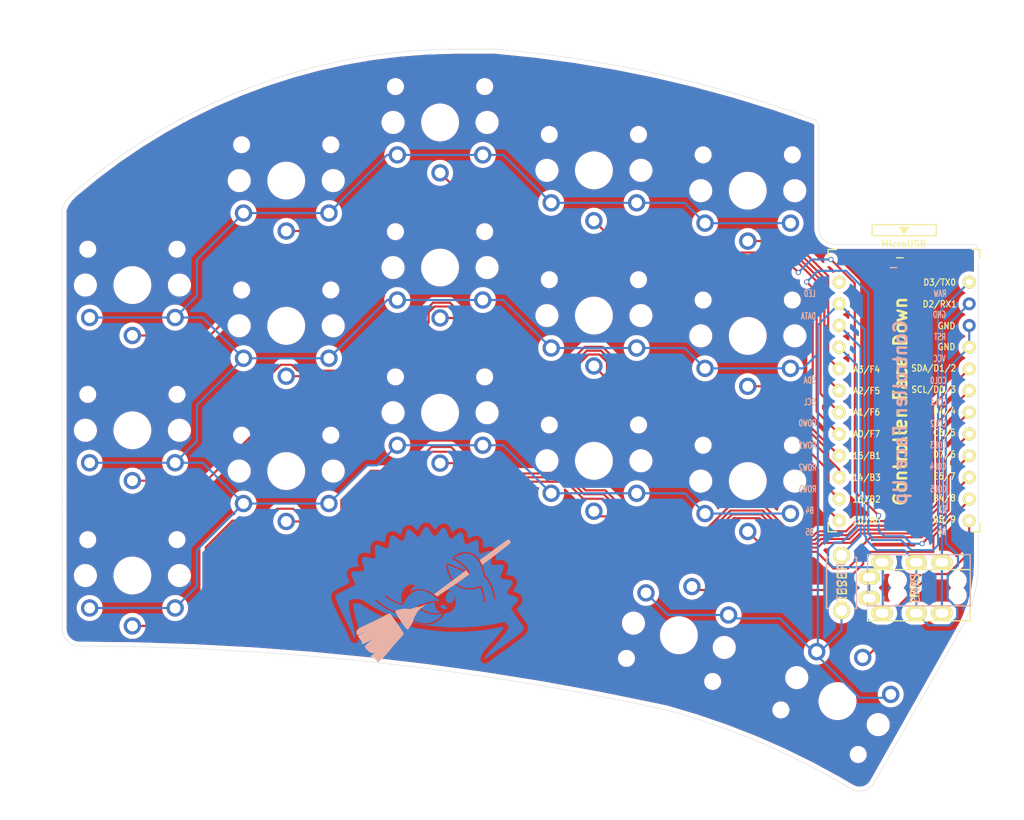
<source format=kicad_pcb>
(kicad_pcb (version 20171130) (host pcbnew 5.1.9)
  (title_block (title Ferris_Sweep_Compact) (date 2020-09-03) (rev 0.1) (company BroomLabs))
  (layers (0 F.Cu signal) (31 B.Cu signal) (34 B.Paste user) (35 F.Paste user) (36 B.SilkS user) (37 F.SilkS user) (38 B.Mask user) (39 F.Mask user) (44 Edge.Cuts user))
  (net 0 "")
  (net 1 row0)
  (net 2 row1)
  (net 3 row2)
  (net 4 row3)
  (net 5 GND)
  (net 6 VCC)
  (net 7 col0)
  (net 8 col1)
  (net 9 col2)
  (net 10 col3)
  (net 11 col4)
  (net 12 col5)
  (net 13 LED)
  (net 14 data)
  (net 15 reset)
  (net 16 SCL)
  (net 17 SDA)
  (net 18 "Net-(U1-Pad24)")
  (net 19 "Net-(J1-PadA)")
  (net 20 "Net-(U1-Pad14)")
  (net 21 "Net-(U1-Pad13)")
  (net 22 "Net-(U1-Pad12)")
  (net 23 "Net-(U1-Pad11)")
  (module Kailh:SW_PG1350_reversible_b2 (layer B.Cu) (at 126.5 91.48 330)
    (fp_text reference SW21 hide)
    (fp_text value SW_PUSH hide)
    (pad "" np_thru_hole circle (at -5.22 4.2 330) (size 0.9906 0.9906) (drill 0.9906) (layers *.Cu *.Mask))
    (pad 2 thru_hole circle (at 5 -3.8 330) (size 2.032 2.032) (drill 1.27) (layers *.Cu *.Mask) (net 5 GND))
    (pad "" np_thru_hole circle (at 0 0 330) (size 3.429 3.429) (drill 3.429) (layers *.Cu *.Mask))
    (pad 2 thru_hole circle (at -5 -3.8 330) (size 2.032 2.032) (drill 1.27) (layers *.Cu *.Mask) (net 5 GND))
    (pad 1 thru_hole circle (at 0 -5.9 330) (size 2.032 2.032) (drill 1.27) (layers *.Cu *.Mask) (net 22 "Net-(U1-Pad12)"))
    (pad "" np_thru_hole circle (at 5.22 4.2 330) (size 0.9906 0.9906) (drill 0.9906) (layers *.Cu *.Mask))
    (pad "" np_thru_hole circle (at 5.5 0 330) (size 1.7018 1.7018) (drill 1.7018) (layers *.Cu *.Mask))
    (pad "" np_thru_hole circle (at -5.5 0 330) (size 1.7018 1.7018) (drill 1.7018) (layers *.Cu *.Mask))
  )
  (module kbd:ProMicro_v3 (layer F.Cu) (at 134.3 56.9)
    (fp_text reference U1 hide)
    (fp_text value ProMicro hide)
    (fp_text user MicroUSB (at -0.05 -18.95) (layer F.SilkS) (effects (font (size 0.75 0.75) (thickness 0.12))))
    (fp_text user B4/8 (at 4.705 10.8 unlocked) (layer F.SilkS) (effects (font (size 0.75 0.67) (thickness 0.125))))
    (fp_text user D2/RX1 (at 4.155 -11.9 unlocked) (layer F.SilkS) (effects (font (size 0.75 0.67) (thickness 0.125))))
    (fp_text user B5/9 (at 4.705 13.3 unlocked) (layer F.SilkS) (effects (font (size 0.75 0.67) (thickness 0.125))))
    (fp_text user C6/5 (at 4.705 3.15 unlocked) (layer F.SilkS) (effects (font (size 0.75 0.67) (thickness 0.125))))
    (fp_text user SCL/D0/3 (at 3.455 -1.9 unlocked) (layer F.SilkS) (effects (font (size 0.75 0.67) (thickness 0.125))))
    (fp_text user SDA/D1/2 (at 3.455 -4.4 unlocked) (layer F.SilkS) (effects (font (size 0.75 0.67) (thickness 0.125))))
    (fp_text user D4/4 (at 4.705 0.6 unlocked) (layer F.SilkS) (effects (font (size 0.75 0.67) (thickness 0.125))))
    (fp_text user D3/TX0 (at 4.155 -14.45 unlocked) (layer F.SilkS) (effects (font (size 0.75 0.67) (thickness 0.125))))
    (fp_text user GND (at 4.955 -6.9 unlocked) (layer F.SilkS) (effects (font (size 0.75 0.67) (thickness 0.125))))
    (fp_text user GND (at 4.955 -9.35 unlocked) (layer F.SilkS) (effects (font (size 0.75 0.67) (thickness 0.125))))
    (fp_text user D7/6 (at 4.705 5.7 unlocked) (layer F.SilkS) (effects (font (size 0.75 0.67) (thickness 0.125))))
    (fp_text user E6/7 (at 4.705 8.25 unlocked) (layer F.SilkS) (effects (font (size 0.75 0.67) (thickness 0.125))))
    (fp_text user 16/B2 (at -4.395 10.95 unlocked) (layer F.SilkS) (effects (font (size 0.75 0.67) (thickness 0.125))))
    (fp_text user 10/B6 (at -4.395 13.45 unlocked) (layer F.SilkS) (effects (font (size 0.75 0.67) (thickness 0.125))))
    (fp_text user 14/B3 (at -4.395 8.4 unlocked) (layer F.SilkS) (effects (font (size 0.75 0.67) (thickness 0.125))))
    (fp_text user 15/B1 (at -4.395 5.85 unlocked) (layer F.SilkS) (effects (font (size 0.75 0.67) (thickness 0.125))))
    (fp_text user A0/F7 (at -4.395 3.3 unlocked) (layer F.SilkS) (effects (font (size 0.75 0.67) (thickness 0.125))))
    (fp_text user A1/F6 (at -4.395 0.75 unlocked) (layer F.SilkS) (effects (font (size 0.75 0.67) (thickness 0.125))))
    (fp_text user A2/F5 (at -4.395 -1.75 unlocked) (layer F.SilkS) (effects (font (size 0.75 0.67) (thickness 0.125))))
    (fp_text user A3/F4 (at -4.395 -4.25 unlocked) (layer F.SilkS) (effects (font (size 0.75 0.67) (thickness 0.125))))
    (fp_text user VCC (at 4.1275 -5.5245 unlocked) (layer B.SilkS) (effects (font (size 0.75 0.5) (thickness 0.125)) (justify mirror)))
    (fp_text user RST (at 4.191 -8.0645 unlocked) (layer B.SilkS) (effects (font (size 0.75 0.5) (thickness 0.125)) (justify mirror)))
    (fp_text user GND (at 4.1275 -10.668 unlocked) (layer B.SilkS) (effects (font (size 0.75 0.5) (thickness 0.125)) (justify mirror)))
    (fp_text user RAW (at 4.191 -13.1445 unlocked) (layer B.SilkS) (effects (font (size 0.75 0.5) (thickness 0.125)) (justify mirror)))
    (fp_text user - (at -0.545 -17.4) (layer F.SilkS) (effects (font (thickness 0.15) italic)))
    (fp_text user - (at -1.2065 -16.256) (layer B.SilkS) (effects (font (thickness 0.15) italic) (justify mirror)))
    (fp_text user LED (at -11.049 -13.1445) (layer B.SilkS) (effects (font (size 0.75 0.5) (thickness 0.125)) (justify mirror)))
    (fp_text user DATA (at -11.2 -10.5) (layer B.SilkS) (effects (font (size 0.75 0.5) (thickness 0.125)) (justify mirror)))
    (fp_text user COL3 (at 4 4.6) (layer B.SilkS) (effects (font (size 0.75 0.5) (thickness 0.125)) (justify mirror)))
    (fp_text user ROW0 (at -11.3 2.032) (layer B.SilkS) (effects (font (size 0.75 0.5) (thickness 0.125)) (justify mirror)))
    (fp_text user COL2 (at 4 2.1) (layer B.SilkS) (effects (font (size 0.75 0.5) (thickness 0.125)) (justify mirror)))
    (fp_text user SCL (at -11.049 -0.4445) (layer B.SilkS) (effects (font (size 0.75 0.5) (thickness 0.125)) (justify mirror)))
    (fp_text user COL1 (at 4 -0.4445) (layer B.SilkS) (effects (font (size 0.75 0.5) (thickness 0.125)) (justify mirror)))
    (fp_text user SDA (at -11.049 -2.9845) (layer B.SilkS) (effects (font (size 0.75 0.5) (thickness 0.125)) (justify mirror)))
    (fp_text user COL0 (at 4 -2.95) (layer B.SilkS) (effects (font (size 0.75 0.5) (thickness 0.125)) (justify mirror)))
    (fp_text user B6 (at 4.445 14.732) (layer B.SilkS) (effects (font (size 0.75 0.5) (thickness 0.125)) (justify mirror)))
    (fp_text user B5 (at -11.049 14.7955) (layer B.SilkS) (effects (font (size 0.75 0.5) (thickness 0.125)) (justify mirror)))
    (fp_text user B4 (at -11.049 12.2555) (layer B.SilkS) (effects (font (size 0.75 0.5) (thickness 0.125)) (justify mirror)))
    (fp_text user B2 (at 4.5085 12.1285) (layer B.SilkS) (effects (font (size 0.75 0.5) (thickness 0.125)) (justify mirror)))
    (fp_text user ROW3 (at -11.3 9.75) (layer B.SilkS) (effects (font (size 0.75 0.5) (thickness 0.125)) (justify mirror)))
    (fp_text user COL5 (at 4 9.75) (layer B.SilkS) (effects (font (size 0.75 0.5) (thickness 0.125)) (justify mirror)))
    (fp_text user ROW2 (at -11.3 7.239) (layer B.SilkS) (effects (font (size 0.75 0.5) (thickness 0.125)) (justify mirror)))
    (fp_text user COL4 (at 3.95 7.112) (layer B.SilkS) (effects (font (size 0.75 0.5) (thickness 0.125)) (justify mirror)))
    (fp_text user ROW1 (at -11.3 4.6355) (layer B.SilkS) (effects (font (size 0.75 0.5) (thickness 0.125)) (justify mirror)))
    (pad 1 thru_hole circle (at 7.6114 -14.478) (size 1.524 1.524) (drill 0.8128) (layers *.Cu *.Mask F.SilkS) (net 13 LED))
    (pad 2 thru_hole circle (at 7.6114 -11.938) (size 1.524 1.524) (drill 0.8128) (layers *.Cu *.Mask) (net 14 data))
    (pad 3 thru_hole circle (at 7.6114 -9.398) (size 1.524 1.524) (drill 0.8128) (layers *.Cu *.Mask) (net 5 GND))
    (pad 4 thru_hole circle (at 7.6114 -6.858) (size 1.524 1.524) (drill 0.8128) (layers *.Cu *.Mask F.SilkS) (net 5 GND))
    (pad 5 thru_hole circle (at 7.6114 -4.318) (size 1.524 1.524) (drill 0.8128) (layers *.Cu *.Mask F.SilkS) (net 17 SDA))
    (pad 6 thru_hole circle (at 7.6114 -1.778) (size 1.524 1.524) (drill 0.8128) (layers *.Cu *.Mask F.SilkS) (net 16 SCL))
    (pad 7 thru_hole circle (at 7.6114 0.762) (size 1.524 1.524) (drill 0.8128) (layers *.Cu *.Mask F.SilkS) (net 1 row0))
    (pad 8 thru_hole circle (at 7.6114 3.302) (size 1.524 1.524) (drill 0.8128) (layers *.Cu *.Mask F.SilkS) (net 2 row1))
    (pad 9 thru_hole circle (at 7.6114 5.842) (size 1.524 1.524) (drill 0.8128) (layers *.Cu *.Mask F.SilkS) (net 3 row2))
    (pad 10 thru_hole circle (at 7.6114 8.382) (size 1.524 1.524) (drill 0.8128) (layers *.Cu *.Mask F.SilkS) (net 4 row3))
    (pad 11 thru_hole circle (at 7.6114 10.922) (size 1.524 1.524) (drill 0.8128) (layers *.Cu *.Mask F.SilkS) (net 23 "Net-(U1-Pad11)"))
    (pad 12 thru_hole circle (at 7.6114 13.462) (size 1.524 1.524) (drill 0.8128) (layers *.Cu *.Mask F.SilkS) (net 22 "Net-(U1-Pad12)"))
    (pad 13 thru_hole circle (at -7.6086 13.462) (size 1.524 1.524) (drill 0.8128) (layers *.Cu *.Mask F.SilkS) (net 21 "Net-(U1-Pad13)"))
    (pad 14 thru_hole circle (at -7.6086 10.922) (size 1.524 1.524) (drill 0.8128) (layers *.Cu *.Mask F.SilkS) (net 20 "Net-(U1-Pad14)"))
    (pad 15 thru_hole circle (at -7.6086 8.382) (size 1.524 1.524) (drill 0.8128) (layers *.Cu *.Mask F.SilkS) (net 12 col5))
    (pad 16 thru_hole circle (at -7.6086 5.842) (size 1.524 1.524) (drill 0.8128) (layers *.Cu *.Mask F.SilkS) (net 11 col4))
    (pad 17 thru_hole circle (at -7.6086 3.302) (size 1.524 1.524) (drill 0.8128) (layers *.Cu *.Mask F.SilkS) (net 10 col3))
    (pad 18 thru_hole circle (at -7.6086 0.762) (size 1.524 1.524) (drill 0.8128) (layers *.Cu *.Mask F.SilkS) (net 9 col2))
    (pad 19 thru_hole circle (at -7.6086 -1.778) (size 1.524 1.524) (drill 0.8128) (layers *.Cu *.Mask F.SilkS) (net 8 col1))
    (pad 20 thru_hole circle (at -7.6086 -4.318) (size 1.524 1.524) (drill 0.8128) (layers *.Cu *.Mask F.SilkS) (net 7 col0))
    (pad 21 thru_hole circle (at -7.6086 -6.858) (size 1.524 1.524) (drill 0.8128) (layers *.Cu *.Mask F.SilkS) (net 6 VCC))
    (pad 22 thru_hole circle (at -7.6086 -9.398) (size 1.524 1.524) (drill 0.8128) (layers *.Cu *.Mask F.SilkS) (net 15 reset))
    (pad 23 thru_hole circle (at -7.6086 -11.938) (size 1.524 1.524) (drill 0.8128) (layers *.Cu *.Mask F.SilkS) (net 5 GND))
    (pad 24 thru_hole circle (at -7.6086 -14.478) (size 1.524 1.524) (drill 0.8128) (layers *.Cu *.Mask F.SilkS) (net 18 "Net-(U1-Pad24)"))
  )
  (module Kailh:SW_PG1350_reversible_b2 (layer F.Cu) (at 80 40.72)
    (fp_text reference SW10 hide)
    (fp_text value SW_PUSH hide)
    (pad "" np_thru_hole circle (at -5.22 -4.2) (size 0.9906 0.9906) (drill 0.9906) (layers *.Cu *.Mask))
    (pad 2 thru_hole circle (at 5 3.8) (size 2.032 2.032) (drill 1.27) (layers *.Cu *.Mask) (net 5 GND))
    (pad "" np_thru_hole circle (at 0 0) (size 3.429 3.429) (drill 3.429) (layers *.Cu *.Mask))
    (pad 2 thru_hole circle (at -5 3.8) (size 2.032 2.032) (drill 1.27) (layers *.Cu *.Mask) (net 5 GND))
    (pad 1 thru_hole circle (at 0 5.9) (size 2.032 2.032) (drill 1.27) (layers *.Cu *.Mask) (net 20 "Net-(U1-Pad14)"))
    (pad "" np_thru_hole circle (at 5.22 -4.2) (size 0.9906 0.9906) (drill 0.9906) (layers *.Cu *.Mask))
    (pad "" np_thru_hole circle (at 5.5 0) (size 1.7018 1.7018) (drill 1.7018) (layers *.Cu *.Mask))
    (pad "" np_thru_hole circle (at -5.5 0) (size 1.7018 1.7018) (drill 1.7018) (layers *.Cu *.Mask))
  )
  (module Kailh:SW_PG1350_reversible_b2 (layer F.Cu) (at 44 42.77)
    (fp_text reference SW2 hide)
    (fp_text value SW_PUSH hide)
    (pad "" np_thru_hole circle (at -5.22 -4.2) (size 0.9906 0.9906) (drill 0.9906) (layers *.Cu *.Mask))
    (pad 2 thru_hole circle (at 5 3.8) (size 2.032 2.032) (drill 1.27) (layers *.Cu *.Mask) (net 5 GND))
    (pad "" np_thru_hole circle (at 0 0) (size 3.429 3.429) (drill 3.429) (layers *.Cu *.Mask))
    (pad 2 thru_hole circle (at -5 3.8) (size 2.032 2.032) (drill 1.27) (layers *.Cu *.Mask) (net 5 GND))
    (pad 1 thru_hole circle (at 0 5.9) (size 2.032 2.032) (drill 1.27) (layers *.Cu *.Mask) (net 4 row3))
    (pad "" np_thru_hole circle (at 5.22 -4.2) (size 0.9906 0.9906) (drill 0.9906) (layers *.Cu *.Mask))
    (pad "" np_thru_hole circle (at 5.5 0) (size 1.7018 1.7018) (drill 1.7018) (layers *.Cu *.Mask))
    (pad "" np_thru_hole circle (at -5.5 0) (size 1.7018 1.7018) (drill 1.7018) (layers *.Cu *.Mask))
  )
  (module Kailh:SW_PG1350_reversible_b2 (layer F.Cu) (at 62 30.54)
    (fp_text reference SW3 hide)
    (fp_text value SW_PUSH hide)
    (pad "" np_thru_hole circle (at -5.22 -4.2) (size 0.9906 0.9906) (drill 0.9906) (layers *.Cu *.Mask))
    (pad 2 thru_hole circle (at 5 3.8) (size 2.032 2.032) (drill 1.27) (layers *.Cu *.Mask) (net 5 GND))
    (pad "" np_thru_hole circle (at 0 0) (size 3.429 3.429) (drill 3.429) (layers *.Cu *.Mask))
    (pad 2 thru_hole circle (at -5 3.8) (size 2.032 2.032) (drill 1.27) (layers *.Cu *.Mask) (net 5 GND))
    (pad 1 thru_hole circle (at 0 5.9) (size 2.032 2.032) (drill 1.27) (layers *.Cu *.Mask) (net 10 col3))
    (pad "" np_thru_hole circle (at 5.22 -4.2) (size 0.9906 0.9906) (drill 0.9906) (layers *.Cu *.Mask))
    (pad "" np_thru_hole circle (at 5.5 0) (size 1.7018 1.7018) (drill 1.7018) (layers *.Cu *.Mask))
    (pad "" np_thru_hole circle (at -5.5 0) (size 1.7018 1.7018) (drill 1.7018) (layers *.Cu *.Mask))
  )
  (module Kailh:SW_PG1350_reversible_b2 (layer F.Cu) (at 80 23.73)
    (fp_text reference SW4 hide)
    (fp_text value SW_PUSH hide)
    (pad "" np_thru_hole circle (at -5.22 -4.2) (size 0.9906 0.9906) (drill 0.9906) (layers *.Cu *.Mask))
    (pad 2 thru_hole circle (at 5 3.8) (size 2.032 2.032) (drill 1.27) (layers *.Cu *.Mask) (net 5 GND))
    (pad "" np_thru_hole circle (at 0 0) (size 3.429 3.429) (drill 3.429) (layers *.Cu *.Mask))
    (pad 2 thru_hole circle (at -5 3.8) (size 2.032 2.032) (drill 1.27) (layers *.Cu *.Mask) (net 5 GND))
    (pad 1 thru_hole circle (at 0 5.9) (size 2.032 2.032) (drill 1.27) (layers *.Cu *.Mask) (net 9 col2))
    (pad "" np_thru_hole circle (at 5.22 -4.2) (size 0.9906 0.9906) (drill 0.9906) (layers *.Cu *.Mask))
    (pad "" np_thru_hole circle (at 5.5 0) (size 1.7018 1.7018) (drill 1.7018) (layers *.Cu *.Mask))
    (pad "" np_thru_hole circle (at -5.5 0) (size 1.7018 1.7018) (drill 1.7018) (layers *.Cu *.Mask))
  )
  (module Kailh:SW_PG1350_reversible_b2 (layer F.Cu) (at 98 29.34)
    (fp_text reference SW5 hide)
    (fp_text value SW_PUSH hide)
    (pad "" np_thru_hole circle (at -5.22 -4.2) (size 0.9906 0.9906) (drill 0.9906) (layers *.Cu *.Mask))
    (pad 2 thru_hole circle (at 5 3.8) (size 2.032 2.032) (drill 1.27) (layers *.Cu *.Mask) (net 5 GND))
    (pad "" np_thru_hole circle (at 0 0) (size 3.429 3.429) (drill 3.429) (layers *.Cu *.Mask))
    (pad 2 thru_hole circle (at -5 3.8) (size 2.032 2.032) (drill 1.27) (layers *.Cu *.Mask) (net 5 GND))
    (pad 1 thru_hole circle (at 0 5.9) (size 2.032 2.032) (drill 1.27) (layers *.Cu *.Mask) (net 8 col1))
    (pad "" np_thru_hole circle (at 5.22 -4.2) (size 0.9906 0.9906) (drill 0.9906) (layers *.Cu *.Mask))
    (pad "" np_thru_hole circle (at 5.5 0) (size 1.7018 1.7018) (drill 1.7018) (layers *.Cu *.Mask))
    (pad "" np_thru_hole circle (at -5.5 0) (size 1.7018 1.7018) (drill 1.7018) (layers *.Cu *.Mask))
  )
  (module Kailh:SW_PG1350_reversible_b2 (layer F.Cu) (at 116 31.72)
    (fp_text reference SW6 hide)
    (fp_text value SW_PUSH hide)
    (pad "" np_thru_hole circle (at -5.22 -4.2) (size 0.9906 0.9906) (drill 0.9906) (layers *.Cu *.Mask))
    (pad 2 thru_hole circle (at 5 3.8) (size 2.032 2.032) (drill 1.27) (layers *.Cu *.Mask) (net 5 GND))
    (pad "" np_thru_hole circle (at 0 0) (size 3.429 3.429) (drill 3.429) (layers *.Cu *.Mask))
    (pad 2 thru_hole circle (at -5 3.8) (size 2.032 2.032) (drill 1.27) (layers *.Cu *.Mask) (net 5 GND))
    (pad 1 thru_hole circle (at 0 5.9) (size 2.032 2.032) (drill 1.27) (layers *.Cu *.Mask) (net 7 col0))
    (pad "" np_thru_hole circle (at 5.22 -4.2) (size 0.9906 0.9906) (drill 0.9906) (layers *.Cu *.Mask))
    (pad "" np_thru_hole circle (at 5.5 0) (size 1.7018 1.7018) (drill 1.7018) (layers *.Cu *.Mask))
    (pad "" np_thru_hole circle (at -5.5 0) (size 1.7018 1.7018) (drill 1.7018) (layers *.Cu *.Mask))
  )
  (module Kailh:SW_PG1350_reversible_b2 (layer F.Cu) (at 44 59.77)
    (fp_text reference SW8 hide)
    (fp_text value SW_PUSH hide)
    (pad "" np_thru_hole circle (at -5.22 -4.2) (size 0.9906 0.9906) (drill 0.9906) (layers *.Cu *.Mask))
    (pad 2 thru_hole circle (at 5 3.8) (size 2.032 2.032) (drill 1.27) (layers *.Cu *.Mask) (net 5 GND))
    (pad "" np_thru_hole circle (at 0 0) (size 3.429 3.429) (drill 3.429) (layers *.Cu *.Mask))
    (pad 2 thru_hole circle (at -5 3.8) (size 2.032 2.032) (drill 1.27) (layers *.Cu *.Mask) (net 5 GND))
    (pad 1 thru_hole circle (at 0 5.9) (size 2.032 2.032) (drill 1.27) (layers *.Cu *.Mask) (net 11 col4))
    (pad "" np_thru_hole circle (at 5.22 -4.2) (size 0.9906 0.9906) (drill 0.9906) (layers *.Cu *.Mask))
    (pad "" np_thru_hole circle (at 5.5 0) (size 1.7018 1.7018) (drill 1.7018) (layers *.Cu *.Mask))
    (pad "" np_thru_hole circle (at -5.5 0) (size 1.7018 1.7018) (drill 1.7018) (layers *.Cu *.Mask))
  )
  (module Kailh:SW_PG1350_reversible_b2 (layer F.Cu) (at 62 47.54)
    (fp_text reference SW9 hide)
    (fp_text value SW_PUSH hide)
    (pad "" np_thru_hole circle (at -5.22 -4.2) (size 0.9906 0.9906) (drill 0.9906) (layers *.Cu *.Mask))
    (pad 2 thru_hole circle (at 5 3.8) (size 2.032 2.032) (drill 1.27) (layers *.Cu *.Mask) (net 5 GND))
    (pad "" np_thru_hole circle (at 0 0) (size 3.429 3.429) (drill 3.429) (layers *.Cu *.Mask))
    (pad 2 thru_hole circle (at -5 3.8) (size 2.032 2.032) (drill 1.27) (layers *.Cu *.Mask) (net 5 GND))
    (pad 1 thru_hole circle (at 0 5.9) (size 2.032 2.032) (drill 1.27) (layers *.Cu *.Mask) (net 12 col5))
    (pad "" np_thru_hole circle (at 5.22 -4.2) (size 0.9906 0.9906) (drill 0.9906) (layers *.Cu *.Mask))
    (pad "" np_thru_hole circle (at 5.5 0) (size 1.7018 1.7018) (drill 1.7018) (layers *.Cu *.Mask))
    (pad "" np_thru_hole circle (at -5.5 0) (size 1.7018 1.7018) (drill 1.7018) (layers *.Cu *.Mask))
  )
  (module Kailh:SW_PG1350_reversible_b2 (layer F.Cu) (at 98 46.34)
    (fp_text reference SW11 hide)
    (fp_text value SW_PUSH hide)
    (pad "" np_thru_hole circle (at -5.22 -4.2) (size 0.9906 0.9906) (drill 0.9906) (layers *.Cu *.Mask))
    (pad 2 thru_hole circle (at 5 3.8) (size 2.032 2.032) (drill 1.27) (layers *.Cu *.Mask) (net 5 GND))
    (pad "" np_thru_hole circle (at 0 0) (size 3.429 3.429) (drill 3.429) (layers *.Cu *.Mask))
    (pad 2 thru_hole circle (at -5 3.8) (size 2.032 2.032) (drill 1.27) (layers *.Cu *.Mask) (net 5 GND))
    (pad 1 thru_hole circle (at 0 5.9) (size 2.032 2.032) (drill 1.27) (layers *.Cu *.Mask) (net 21 "Net-(U1-Pad13)"))
    (pad "" np_thru_hole circle (at 5.22 -4.2) (size 0.9906 0.9906) (drill 0.9906) (layers *.Cu *.Mask))
    (pad "" np_thru_hole circle (at 5.5 0) (size 1.7018 1.7018) (drill 1.7018) (layers *.Cu *.Mask))
    (pad "" np_thru_hole circle (at -5.5 0) (size 1.7018 1.7018) (drill 1.7018) (layers *.Cu *.Mask))
  )
  (module Kailh:SW_PG1350_reversible_b2 (layer F.Cu) (at 116 48.72)
    (fp_text reference SW12 hide)
    (fp_text value SW_PUSH hide)
    (pad "" np_thru_hole circle (at -5.22 -4.2) (size 0.9906 0.9906) (drill 0.9906) (layers *.Cu *.Mask))
    (pad 2 thru_hole circle (at 5 3.8) (size 2.032 2.032) (drill 1.27) (layers *.Cu *.Mask) (net 5 GND))
    (pad "" np_thru_hole circle (at 0 0) (size 3.429 3.429) (drill 3.429) (layers *.Cu *.Mask))
    (pad 2 thru_hole circle (at -5 3.8) (size 2.032 2.032) (drill 1.27) (layers *.Cu *.Mask) (net 5 GND))
    (pad 1 thru_hole circle (at 0 5.9) (size 2.032 2.032) (drill 1.27) (layers *.Cu *.Mask) (net 13 LED))
    (pad "" np_thru_hole circle (at 5.22 -4.2) (size 0.9906 0.9906) (drill 0.9906) (layers *.Cu *.Mask))
    (pad "" np_thru_hole circle (at 5.5 0) (size 1.7018 1.7018) (drill 1.7018) (layers *.Cu *.Mask))
    (pad "" np_thru_hole circle (at -5.5 0) (size 1.7018 1.7018) (drill 1.7018) (layers *.Cu *.Mask))
  )
  (module Kailh:SW_PG1350_reversible_b2 (layer F.Cu) (at 62 64.545)
    (fp_text reference SW15 hide)
    (fp_text value SW_PUSH hide)
    (pad "" np_thru_hole circle (at -5.22 -4.2) (size 0.9906 0.9906) (drill 0.9906) (layers *.Cu *.Mask))
    (pad 2 thru_hole circle (at 5 3.8) (size 2.032 2.032) (drill 1.27) (layers *.Cu *.Mask) (net 5 GND))
    (pad "" np_thru_hole circle (at 0 0) (size 3.429 3.429) (drill 3.429) (layers *.Cu *.Mask))
    (pad 2 thru_hole circle (at -5 3.8) (size 2.032 2.032) (drill 1.27) (layers *.Cu *.Mask) (net 5 GND))
    (pad 1 thru_hole circle (at 0 5.9) (size 2.032 2.032) (drill 1.27) (layers *.Cu *.Mask) (net 16 SCL))
    (pad "" np_thru_hole circle (at 5.22 -4.2) (size 0.9906 0.9906) (drill 0.9906) (layers *.Cu *.Mask))
    (pad "" np_thru_hole circle (at 5.5 0) (size 1.7018 1.7018) (drill 1.7018) (layers *.Cu *.Mask))
    (pad "" np_thru_hole circle (at -5.5 0) (size 1.7018 1.7018) (drill 1.7018) (layers *.Cu *.Mask))
  )
  (module Kailh:SW_PG1350_reversible_b2 (layer F.Cu) (at 80 57.72)
    (fp_text reference SW16 hide)
    (fp_text value SW_PUSH hide)
    (pad "" np_thru_hole circle (at -5.22 -4.2) (size 0.9906 0.9906) (drill 0.9906) (layers *.Cu *.Mask))
    (pad 2 thru_hole circle (at 5 3.8) (size 2.032 2.032) (drill 1.27) (layers *.Cu *.Mask) (net 5 GND))
    (pad "" np_thru_hole circle (at 0 0) (size 3.429 3.429) (drill 3.429) (layers *.Cu *.Mask))
    (pad 2 thru_hole circle (at -5 3.8) (size 2.032 2.032) (drill 1.27) (layers *.Cu *.Mask) (net 5 GND))
    (pad 1 thru_hole circle (at 0 5.9) (size 2.032 2.032) (drill 1.27) (layers *.Cu *.Mask) (net 1 row0))
    (pad "" np_thru_hole circle (at 5.22 -4.2) (size 0.9906 0.9906) (drill 0.9906) (layers *.Cu *.Mask))
    (pad "" np_thru_hole circle (at 5.5 0) (size 1.7018 1.7018) (drill 1.7018) (layers *.Cu *.Mask))
    (pad "" np_thru_hole circle (at -5.5 0) (size 1.7018 1.7018) (drill 1.7018) (layers *.Cu *.Mask))
  )
  (module Kailh:SW_PG1350_reversible_b2 (layer F.Cu) (at 98 63.345)
    (fp_text reference SW17 hide)
    (fp_text value SW_PUSH hide)
    (pad "" np_thru_hole circle (at -5.22 -4.2) (size 0.9906 0.9906) (drill 0.9906) (layers *.Cu *.Mask))
    (pad 2 thru_hole circle (at 5 3.8) (size 2.032 2.032) (drill 1.27) (layers *.Cu *.Mask) (net 5 GND))
    (pad "" np_thru_hole circle (at 0 0) (size 3.429 3.429) (drill 3.429) (layers *.Cu *.Mask))
    (pad 2 thru_hole circle (at -5 3.8) (size 2.032 2.032) (drill 1.27) (layers *.Cu *.Mask) (net 5 GND))
    (pad 1 thru_hole circle (at 0 5.9) (size 2.032 2.032) (drill 1.27) (layers *.Cu *.Mask) (net 2 row1))
    (pad "" np_thru_hole circle (at 5.22 -4.2) (size 0.9906 0.9906) (drill 0.9906) (layers *.Cu *.Mask))
    (pad "" np_thru_hole circle (at 5.5 0) (size 1.7018 1.7018) (drill 1.7018) (layers *.Cu *.Mask))
    (pad "" np_thru_hole circle (at -5.5 0) (size 1.7018 1.7018) (drill 1.7018) (layers *.Cu *.Mask))
  )
  (module Kailh:SW_PG1350_reversible_b2 (layer F.Cu) (at 116 65.72)
    (fp_text reference SW18 hide)
    (fp_text value SW_PUSH hide)
    (pad "" np_thru_hole circle (at -5.22 -4.2) (size 0.9906 0.9906) (drill 0.9906) (layers *.Cu *.Mask))
    (pad 2 thru_hole circle (at 5 3.8) (size 2.032 2.032) (drill 1.27) (layers *.Cu *.Mask) (net 5 GND))
    (pad "" np_thru_hole circle (at 0 0) (size 3.429 3.429) (drill 3.429) (layers *.Cu *.Mask))
    (pad 2 thru_hole circle (at -5 3.8) (size 2.032 2.032) (drill 1.27) (layers *.Cu *.Mask) (net 5 GND))
    (pad 1 thru_hole circle (at 0 5.9) (size 2.032 2.032) (drill 1.27) (layers *.Cu *.Mask) (net 3 row2))
    (pad "" np_thru_hole circle (at 5.22 -4.2) (size 0.9906 0.9906) (drill 0.9906) (layers *.Cu *.Mask))
    (pad "" np_thru_hole circle (at 5.5 0) (size 1.7018 1.7018) (drill 1.7018) (layers *.Cu *.Mask))
    (pad "" np_thru_hole circle (at -5.5 0) (size 1.7018 1.7018) (drill 1.7018) (layers *.Cu *.Mask))
  )
  (module Kailh:SW_PG1350_reversible_b2 (layer B.Cu) (at 107.94 83.77 345)
    (fp_text reference SW20 hide)
    (fp_text value SW_PUSH hide)
    (pad "" np_thru_hole circle (at -5.22 4.2 345) (size 0.9906 0.9906) (drill 0.9906) (layers *.Cu *.Mask))
    (pad 2 thru_hole circle (at 5 -3.8 345) (size 2.032 2.032) (drill 1.27) (layers *.Cu *.Mask) (net 5 GND))
    (pad "" np_thru_hole circle (at 0 0 345) (size 3.429 3.429) (drill 3.429) (layers *.Cu *.Mask))
    (pad 2 thru_hole circle (at -5 -3.8 345) (size 2.032 2.032) (drill 1.27) (layers *.Cu *.Mask) (net 5 GND))
    (pad 1 thru_hole circle (at 0 -5.9 345) (size 2.032 2.032) (drill 1.27) (layers *.Cu *.Mask) (net 23 "Net-(U1-Pad11)"))
    (pad "" np_thru_hole circle (at 5.22 4.2 345) (size 0.9906 0.9906) (drill 0.9906) (layers *.Cu *.Mask))
    (pad "" np_thru_hole circle (at 5.5 0 345) (size 1.7018 1.7018) (drill 1.7018) (layers *.Cu *.Mask))
    (pad "" np_thru_hole circle (at -5.5 0 345) (size 1.7018 1.7018) (drill 1.7018) (layers *.Cu *.Mask))
  )
  (module Kailh:SW_PG1350_reversible_b2 (layer F.Cu) (at 44 76.775)
    (fp_text reference SW14 hide)
    (fp_text value SW_PUSH hide)
    (pad "" np_thru_hole circle (at -5.22 -4.2) (size 0.9906 0.9906) (drill 0.9906) (layers *.Cu *.Mask))
    (pad 2 thru_hole circle (at 5 3.8) (size 2.032 2.032) (drill 1.27) (layers *.Cu *.Mask) (net 5 GND))
    (pad "" np_thru_hole circle (at 0 0) (size 3.429 3.429) (drill 3.429) (layers *.Cu *.Mask))
    (pad 2 thru_hole circle (at -5 3.8) (size 2.032 2.032) (drill 1.27) (layers *.Cu *.Mask) (net 5 GND))
    (pad 1 thru_hole circle (at 0 5.9) (size 2.032 2.032) (drill 1.27) (layers *.Cu *.Mask) (net 17 SDA))
    (pad "" np_thru_hole circle (at 5.22 -4.2) (size 0.9906 0.9906) (drill 0.9906) (layers *.Cu *.Mask))
    (pad "" np_thru_hole circle (at 5.5 0) (size 1.7018 1.7018) (drill 1.7018) (layers *.Cu *.Mask))
    (pad "" np_thru_hole circle (at -5.5 0) (size 1.7018 1.7018) (drill 1.7018) (layers *.Cu *.Mask))
  )
  (module Kailh:ferris_broom (layer B.Cu) (at 80.3 79.55 171)
    (fp_text reference G*** hide)
    (fp_text value LOGO hide)
    (fp_poly (pts (xy -0.761144 1.032642) (xy -0.688709 1.008644) (xy -0.619188 0.970622) (xy -0.554768 0.920001) (xy -0.497637 0.858202) (xy -0.453968 0.7937) (xy -0.437483 0.766692) (xy -0.423416 0.746579) (xy -0.414329 0.736954) (xy -0.413252 0.7366) (xy -0.408833 0.731565) (xy -0.409736 0.729585) (xy -0.40904 0.718656) (xy -0.402935 0.697092) (xy -0.39386 0.672435) (xy -0.369521 0.596952) (xy -0.351987 0.510702) (xy -0.341678 0.418605) (xy -0.339017 0.32558) (xy -0.344425 0.236545) (xy -0.352075 0.18519) (xy -0.377889 0.081805) (xy -0.41398 -0.0129) (xy -0.459406 -0.097763) (xy -0.513225 -0.171624) (xy -0.574496 -0.233322) (xy -0.642278 -0.281697) (xy -0.715627 -0.315587) (xy -0.770126 -0.330135) (xy -0.812297 -0.336403) (xy -0.84915 -0.337012) (xy -0.888665 -0.331696) (xy -0.918634 -0.325158) (xy -0.947744 -0.318386) (xy -0.971301 -0.313186) (xy -0.982134 -0.311051) (xy -0.996128 -0.306431) (xy -0.999067 -0.304242) (xy -1.00783 -0.297463) (xy -1.026684 -0.284345) (xy -1.050959 -0.268116) (xy -1.110231 -0.221059) (xy -1.166285 -0.161274) (xy -1.215754 -0.092966) (xy -1.255272 -0.02034) (xy -1.262352 -0.004066) (xy -1.273749 0.020663) (xy -1.283702 0.037495) (xy -1.288991 0.042333) (xy -1.29308 0.047331) (xy -1.292297 0.048972) (xy -1.29238 0.059871) (xy -1.296468 0.082275) (xy -1.303688 0.111476) (xy -1.304231 0.113444) (xy -1.327325 0.227527) (xy -1.335016 0.34511) (xy -1.327592 0.463403) (xy -1.305338 0.579617) (xy -1.268541 0.690962) (xy -1.238078 0.757245) (xy -1.212207 0.803246) (xy -1.184334 0.842806) (xy -1.149579 0.88249) (xy -1.130553 0.901979) (xy -1.06388 0.960545) (xy -0.99682 1.002787) (xy -0.928123 1.029293) (xy -0.856537 1.040651) (xy -0.834305 1.041193) (xy -0.761144 1.032642)) (layer B.Cu) (width 0.01))
    (fp_poly (pts (xy 0.052888 4.087984) (xy 0.067946 4.079375) (xy 0.071756 4.073128) (xy 0.07085 4.059512) (xy 0.064982 4.03481) (xy 0.055664 4.003581) (xy 0.04441 3.970386) (xy 0.03273 3.939783) (xy 0.02214 3.916334) (xy 0.016767 3.907366) (xy 0.010832 3.893836) (xy 0.004762 3.872028) (xy 0.004159 3.869266) (xy -0.003308 3.842764) (xy -0.014528 3.811802) (xy -0.018829 3.801533) (xy -0.03027 3.775245) (xy -0.039771 3.753029) (xy -0.042495 3.7465) (xy -0.04953 3.730048) (xy -0.060889 3.704188) (xy -0.072213 3.678766) (xy -0.086497 3.646732) (xy -0.100004 3.616147) (xy -0.107773 3.598333) (xy -0.137922 3.531005) (xy -0.174157 3.454212) (xy -0.214352 3.372161) (xy -0.256382 3.289058) (xy -0.298121 3.209106) (xy -0.337444 3.136512) (xy -0.370957 3.077633) (xy -0.391222 3.043677) (xy -0.413332 3.007382) (xy -0.435134 2.972196) (xy -0.454476 2.941566) (xy -0.469206 2.918939) (xy -0.476711 2.9083) (xy -0.48595 2.895421) (xy -0.497936 2.877082) (xy -0.513303 2.853756) (xy -0.533916 2.824013) (xy -0.557709 2.79065) (xy -0.582619 2.756464) (xy -0.606581 2.724252) (xy -0.627533 2.696811) (xy -0.643408 2.676938) (xy -0.652144 2.66743) (xy -0.652973 2.667) (xy -0.660355 2.660075) (xy -0.664298 2.651123) (xy -0.673008 2.635835) (xy -0.689343 2.61518) (xy -0.698736 2.604976) (xy -0.715673 2.586607) (xy -0.726298 2.573295) (xy -0.728134 2.56965) (xy -0.733627 2.561506) (xy -0.748032 2.545003) (xy -0.768237 2.523705) (xy -0.76835 2.523589) (xy -0.794189 2.496813) (xy -0.819673 2.469716) (xy -0.835159 2.452748) (xy -0.86175 2.422912) (xy -1.158369 2.724873) (xy -1.219019 2.786647) (xy -1.278002 2.846784) (xy -1.333865 2.903799) (xy -1.385155 2.956205) (xy -1.430418 3.002516) (xy -1.468201 3.041247) (xy -1.49705 3.070911) (xy -1.515514 3.090024) (xy -1.51581 3.090333) (xy -1.56207 3.138555) (xy -1.611662 3.190118) (xy -1.663079 3.243469) (xy -1.714819 3.297056) (xy -1.765376 3.349325) (xy -1.813246 3.398726) (xy -1.856925 3.443704) (xy -1.894908 3.482708) (xy -1.92569 3.514185) (xy -1.947768 3.536582) (xy -1.959637 3.548348) (xy -1.959727 3.548433) (xy -1.9759 3.565761) (xy -1.978192 3.576207) (xy -1.965537 3.581956) (xy -1.942011 3.584799) (xy -1.91354 3.58933) (xy -1.880453 3.597637) (xy -1.868196 3.601528) (xy -1.82972 3.613943) (xy -1.786833 3.626519) (xy -1.744246 3.638004) (xy -1.706667 3.647148) (xy -1.678803 3.652702) (xy -1.672167 3.653571) (xy -1.653829 3.656896) (xy -1.623755 3.664005) (xy -1.58642 3.673788) (xy -1.553634 3.682993) (xy -1.510782 3.695357) (xy -1.479633 3.704135) (xy -1.455635 3.710481) (xy -1.434232 3.715547) (xy -1.410872 3.720485) (xy -1.385129 3.72563) (xy -1.355075 3.732541) (xy -1.317487 3.742489) (xy -1.283529 3.752409) (xy -1.251355 3.761857) (xy -1.223427 3.769199) (xy -1.205497 3.772929) (xy -1.204841 3.773008) (xy -1.181435 3.778879) (xy -1.169414 3.784057) (xy -1.147629 3.79112) (xy -1.130044 3.793066) (xy -1.107168 3.795689) (xy -1.075265 3.802379) (xy -1.041202 3.811367) (xy -1.011848 3.820886) (xy -0.997065 3.827303) (xy -0.975917 3.83424) (xy -0.964759 3.8354) (xy -0.942082 3.839439) (xy -0.931763 3.843637) (xy -0.916052 3.848932) (xy -0.889144 3.855136) (xy -0.856636 3.860974) (xy -0.854003 3.861381) (xy -0.819323 3.867642) (xy -0.787922 3.874987) (xy -0.7665 3.881844) (xy -0.766234 3.881959) (xy -0.743653 3.890216) (xy -0.710769 3.900366) (xy -0.67269 3.911045) (xy -0.634522 3.920888) (xy -0.601371 3.928531) (xy -0.578345 3.93261) (xy -0.575734 3.932855) (xy -0.557083 3.934882) (xy -0.548217 3.936735) (xy -0.535517 3.940906) (xy -0.522538 3.945174) (xy -0.516467 3.947345) (xy -0.502069 3.951826) (xy -0.476921 3.958971) (xy -0.448734 3.966623) (xy -0.416124 3.975439) (xy -0.3866 3.983671) (xy -0.369154 3.988759) (xy -0.341596 3.994399) (xy -0.31793 3.996266) (xy -0.296675 3.998551) (xy -0.283211 4.004005) (xy -0.269512 4.010381) (xy -0.249767 4.014268) (xy -0.228754 4.017909) (xy -0.2159 4.022617) (xy -0.203902 4.027361) (xy -0.180333 4.034346) (xy -0.150148 4.042109) (xy -0.148167 4.042584) (xy -0.116958 4.050284) (xy -0.09127 4.057076) (xy -0.076484 4.061535) (xy -0.0762 4.061643) (xy -0.053269 4.06856) (xy -0.024518 4.072745) (xy -0.009989 4.073958) (xy 0.010378 4.077186) (xy 0.021933 4.082265) (xy 0.02226 4.082704) (xy 0.034915 4.089624) (xy 0.052888 4.087984)) (layer B.Cu) (width 0.01))
    (fp_poly (pts (xy 2.497362 -1.60812) (xy 2.516201 -1.630541) (xy 2.539606 -1.66204) (xy 2.565698 -1.699782) (xy 2.5926 -1.740931) (xy 2.618435 -1.782653) (xy 2.641323 -1.822112) (xy 2.659388 -1.856474) (xy 2.666144 -1.871134) (xy 2.675174 -1.8922) (xy 2.682735 -1.910202) (xy 2.689668 -1.927504) (xy 2.696814 -1.946474) (xy 2.705016 -1.969476) (xy 2.715116 -1.998877) (xy 2.727955 -2.037044) (xy 2.744376 -2.086341) (xy 2.76522 -2.149136) (xy 2.767277 -2.155335) (xy 2.79547 -2.239012) (xy 2.819709 -2.307903) (xy 2.840648 -2.363518) (xy 2.858937 -2.407367) (xy 2.875227 -2.440961) (xy 2.89017 -2.465808) (xy 2.904417 -2.483419) (xy 2.911698 -2.490161) (xy 2.924037 -2.502392) (xy 2.934069 -2.517875) (xy 2.942227 -2.538695) (xy 2.948946 -2.566937) (xy 2.95466 -2.604686) (xy 2.959803 -2.654024) (xy 2.96481 -2.717037) (xy 2.967712 -2.759011) (xy 2.971473 -2.813088) (xy 2.975206 -2.862625) (xy 2.978665 -2.904682) (xy 2.981607 -2.936322) (xy 2.983786 -2.954605) (xy 2.984118 -2.956442) (xy 2.985216 -2.974616) (xy 2.981467 -2.983758) (xy 2.97033 -2.98773) (xy 2.946718 -2.994554) (xy 2.91464 -3.003205) (xy 2.878104 -3.012654) (xy 2.841119 -3.021876) (xy 2.807693 -3.029842) (xy 2.781834 -3.035526) (xy 2.772833 -3.037218) (xy 2.740017 -3.043049) (xy 2.723886 -3.046878) (xy 2.722033 -3.048) (xy 2.719498 -3.049406) (xy 2.709937 -3.051762) (xy 2.690419 -3.055686) (xy 2.658012 -3.061798) (xy 2.645833 -3.064058) (xy 2.614701 -3.069857) (xy 2.587473 -3.074983) (xy 2.574205 -3.077523) (xy 2.535792 -3.084308) (xy 2.495217 -3.090398) (xy 2.461515 -3.094444) (xy 2.459566 -3.094623) (xy 2.441732 -3.096694) (xy 2.434168 -3.098528) (xy 2.434166 -3.098549) (xy 2.428371 -3.100759) (xy 2.410016 -3.103448) (xy 2.377646 -3.106789) (xy 2.330536 -3.110895) (xy 2.295418 -3.114121) (xy 2.26487 -3.117492) (xy 2.244401 -3.120386) (xy 2.241636 -3.120933) (xy 2.228674 -3.122143) (xy 2.20227 -3.123376) (xy 2.165199 -3.124589) (xy 2.120237 -3.125741) (xy 2.070161 -3.126787) (xy 2.017746 -3.127685) (xy 1.965769 -3.128391) (xy 1.917005 -3.128864) (xy 1.874231 -3.129059) (xy 1.840222 -3.128935) (xy 1.817755 -3.128447) (xy 1.80964 -3.127619) (xy 1.80059 -3.125979) (xy 1.778374 -3.123731) (xy 1.746735 -3.12122) (xy 1.722759 -3.119603) (xy 1.686698 -3.117077) (xy 1.657337 -3.114552) (xy 1.638536 -3.112386) (xy 1.633822 -3.111349) (xy 1.623392 -3.108867) (xy 1.601612 -3.105606) (xy 1.582881 -3.103358) (xy 1.546821 -3.098908) (xy 1.506196 -3.093174) (xy 1.485899 -3.090012) (xy 1.46071 -3.085747) (xy 1.438737 -3.081498) (xy 1.415266 -3.076189) (xy 1.385583 -3.068743) (xy 1.344976 -3.058082) (xy 1.337733 -3.056161) (xy 1.310785 -3.049549) (xy 1.288338 -3.04495) (xy 1.282699 -3.044111) (xy 1.268811 -3.040638) (xy 1.242749 -3.032461) (xy 1.207278 -3.020578) (xy 1.165163 -3.00599) (xy 1.119166 -2.989694) (xy 1.072051 -2.972691) (xy 1.026583 -2.95598) (xy 0.985526 -2.940559) (xy 0.951642 -2.927428) (xy 0.927696 -2.917587) (xy 0.916451 -2.912034) (xy 0.915969 -2.911525) (xy 0.906915 -2.904901) (xy 0.887855 -2.896703) (xy 0.882536 -2.894864) (xy 0.856579 -2.884295) (xy 0.826 -2.869128) (xy 0.812405 -2.861501) (xy 0.786428 -2.847093) (xy 0.763679 -2.835999) (xy 0.754822 -2.832509) (xy 0.740471 -2.824911) (xy 0.736599 -2.81883) (xy 0.729994 -2.811342) (xy 0.726931 -2.810934) (xy 0.715304 -2.806599) (xy 0.694376 -2.795414) (xy 0.668528 -2.780109) (xy 0.642141 -2.763411) (xy 0.619594 -2.748049) (xy 0.605269 -2.736753) (xy 0.602544 -2.733446) (xy 0.592812 -2.726882) (xy 0.587727 -2.726267) (xy 0.576921 -2.721463) (xy 0.575733 -2.7178) (xy 0.568927 -2.710172) (xy 0.563738 -2.709334) (xy 0.551083 -2.705332) (xy 0.548922 -2.702629) (xy 0.541052 -2.694877) (xy 0.522821 -2.680502) (xy 0.497894 -2.662369) (xy 0.493183 -2.659069) (xy 0.4679 -2.640575) (xy 0.449192 -2.625202) (xy 0.440501 -2.61582) (xy 0.440266 -2.614973) (xy 0.433535 -2.608275) (xy 0.429435 -2.607734) (xy 0.41654 -2.601481) (xy 0.406399 -2.5908) (xy 0.394653 -2.5778) (xy 0.38761 -2.573867) (xy 0.37716 -2.567735) (xy 0.35603 -2.549803) (xy 0.324968 -2.520768) (xy 0.284721 -2.481324) (xy 0.243269 -2.439543) (xy 0.200625 -2.396038) (xy 0.168553 -2.3631) (xy 0.145693 -2.339286) (xy 0.130682 -2.323149) (xy 0.122159 -2.313245) (xy 0.118763 -2.308128) (xy 0.118533 -2.307167) (xy 0.113341 -2.298552) (xy 0.103716 -2.287517) (xy 0.068061 -2.246664) (xy 0.027102 -2.193418) (xy -0.01726 -2.130707) (xy -0.063123 -2.061461) (xy -0.108585 -1.98861) (xy -0.151744 -1.915084) (xy -0.190698 -1.843812) (xy -0.213309 -1.799167) (xy -0.227323 -1.770672) (xy -0.239308 -1.746713) (xy -0.246044 -1.733665) (xy -0.254676 -1.710404) (xy -0.250171 -1.697466) (xy -0.232965 -1.695051) (xy -0.203494 -1.703358) (xy -0.191057 -1.708529) (xy -0.16592 -1.718676) (xy -0.130742 -1.731634) (xy -0.089245 -1.746166) (xy -0.045154 -1.761038) (xy -0.002192 -1.775015) (xy 0.035916 -1.786862) (xy 0.065447 -1.795346) (xy 0.082368 -1.799191) (xy 0.105754 -1.804583) (xy 0.133385 -1.813948) (xy 0.138498 -1.816027) (xy 0.159574 -1.823658) (xy 0.173255 -1.826288) (xy 0.175247 -1.825708) (xy 0.185013 -1.825688) (xy 0.204421 -1.830614) (xy 0.211666 -1.833034) (xy 0.232914 -1.839241) (xy 0.246536 -1.840829) (xy 0.248276 -1.840169) (xy 0.258089 -1.840286) (xy 0.269603 -1.845022) (xy 0.289423 -1.852355) (xy 0.315497 -1.858293) (xy 0.319012 -1.85884) (xy 0.345005 -1.86279) (xy 0.366233 -1.866313) (xy 0.368299 -1.86669) (xy 0.387676 -1.870099) (xy 0.41382 -1.874466) (xy 0.419099 -1.875324) (xy 0.4454 -1.879667) (xy 0.466971 -1.883378) (xy 0.469899 -1.883907) (xy 0.578494 -1.899685) (xy 0.592666 -1.901216) (xy 0.624265 -1.904568) (xy 0.653064 -1.907712) (xy 0.664633 -1.90902) (xy 0.738092 -1.915835) (xy 0.821895 -1.920746) (xy 0.912209 -1.92375) (xy 1.005203 -1.924846) (xy 1.097047 -1.92403) (xy 1.183908 -1.921302) (xy 1.261954 -1.916658) (xy 1.327355 -1.910096) (xy 1.332521 -1.909407) (xy 1.363658 -1.905282) (xy 1.404638 -1.90003) (xy 1.448491 -1.894538) (xy 1.473199 -1.891507) (xy 1.51003 -1.886694) (xy 1.547579 -1.881227) (xy 1.581788 -1.875764) (xy 1.6086 -1.870962) (xy 1.623959 -1.86748) (xy 1.625778 -1.866761) (xy 1.636135 -1.863985) (xy 1.657116 -1.86013) (xy 1.667933 -1.858434) (xy 1.691797 -1.854382) (xy 1.707867 -1.850745) (xy 1.7108 -1.849637) (xy 1.721917 -1.846141) (xy 1.74216 -1.841855) (xy 1.744459 -1.841443) (xy 1.767325 -1.836627) (xy 1.801107 -1.828566) (xy 1.841425 -1.818409) (xy 1.883898 -1.807306) (xy 1.924146 -1.796408) (xy 1.957788 -1.786865) (xy 1.980444 -1.779825) (xy 1.983894 -1.778585) (xy 2.000008 -1.774158) (xy 2.006599 -1.77567) (xy 2.01129 -1.775791) (xy 2.016759 -1.771227) (xy 2.033216 -1.762793) (xy 2.044982 -1.761067) (xy 2.062222 -1.758569) (xy 2.068933 -1.755177) (xy 2.081869 -1.748744) (xy 2.088182 -1.747327) (xy 2.103303 -1.7433) (xy 2.127646 -1.735091) (xy 2.145087 -1.728621) (xy 2.171173 -1.71865) (xy 2.207754 -1.704745) (xy 2.249475 -1.68894) (xy 2.281766 -1.676741) (xy 2.32495 -1.660031) (xy 2.368146 -1.642607) (xy 2.405518 -1.626857) (xy 2.425699 -1.617821) (xy 2.452829 -1.606183) (xy 2.47426 -1.598931) (xy 2.484966 -1.597611) (xy 2.497362 -1.60812)) (layer B.Cu) (width 0.01))
    (fp_poly (pts (xy 1.18609 8.26694) (xy 1.214188 8.264416) (xy 1.237977 8.258478) (xy 1.263762 8.247824) (xy 1.28018 8.239924) (xy 1.332822 8.207593) (xy 1.373164 8.170943) (xy 1.383832 8.156508) (xy 1.402225 8.12883) (xy 1.427504 8.089272) (xy 1.458829 8.039199) (xy 1.495361 7.979973) (xy 1.536259 7.912958) (xy 1.580683 7.839518) (xy 1.627793 7.761017) (xy 1.676751 7.678817) (xy 1.688673 7.658705) (xy 1.749686 7.555933) (xy 1.802685 7.467207) (xy 1.848074 7.391879) (xy 1.886258 7.329302) (xy 1.917639 7.278828) (xy 1.942624 7.239812) (xy 1.961614 7.211605) (xy 1.975016 7.193561) (xy 1.983232 7.185032) (xy 1.985006 7.184165) (xy 1.99968 7.182101) (xy 2.027464 7.178955) (xy 2.064598 7.175126) (xy 2.107324 7.171015) (xy 2.114947 7.170311) (xy 2.161716 7.166274) (xy 2.194493 7.164243) (xy 2.216106 7.164256) (xy 2.229381 7.166351) (xy 2.237146 7.170565) (xy 2.238569 7.171966) (xy 2.24602 7.180248) (xy 2.26376 7.200056) (xy 2.290799 7.230284) (xy 2.326148 7.269825) (xy 2.368819 7.317574) (xy 2.417823 7.372423) (xy 2.472171 7.433267) (xy 2.530876 7.498999) (xy 2.592947 7.568512) (xy 2.606265 7.583428) (xy 2.669458 7.654042) (xy 2.729997 7.721376) (xy 2.786832 7.784281) (xy 2.838912 7.84161) (xy 2.885185 7.892213) (xy 2.924601 7.934941) (xy 2.956108 7.968647) (xy 2.978657 7.992182) (xy 2.991195 8.004397) (xy 2.99226 8.005268) (xy 3.046465 8.036544) (xy 3.108708 8.055594) (xy 3.17475 8.061852) (xy 3.240349 8.054752) (xy 3.278688 8.043487) (xy 3.335647 8.013629) (xy 3.387009 7.970326) (xy 3.429288 7.916938) (xy 3.45033 7.878233) (xy 3.457965 7.859688) (xy 3.470674 7.826764) (xy 3.487877 7.78104) (xy 3.508994 7.724098) (xy 3.533443 7.657519) (xy 3.560645 7.582884) (xy 3.590019 7.501775) (xy 3.620985 7.415771) (xy 3.652961 7.326455) (xy 3.653977 7.323608) (xy 3.830783 6.828249) (xy 3.957129 6.788924) (xy 4.083474 6.7496) (xy 4.522832 7.079603) (xy 4.599843 7.137265) (xy 4.673782 7.192281) (xy 4.74339 7.243735) (xy 4.807407 7.290713) (xy 4.864574 7.332298) (xy 4.913631 7.367577) (xy 4.953318 7.395635) (xy 4.982376 7.415555) (xy 4.999546 7.426424) (xy 5.002045 7.427717) (xy 5.051638 7.442567) (xy 5.109023 7.447434) (xy 5.168424 7.442465) (xy 5.224067 7.42781) (xy 5.239021 7.421613) (xy 5.291008 7.390283) (xy 5.338536 7.347533) (xy 5.377344 7.297853) (xy 5.401481 7.250429) (xy 5.40705 7.230297) (xy 5.414883 7.193742) (xy 5.424921 7.141113) (xy 5.437101 7.072759) (xy 5.451364 6.98903) (xy 5.467648 6.890276) (xy 5.485893 6.776845) (xy 5.506038 6.649087) (xy 5.506066 6.648906) (xy 5.592534 6.095805) (xy 5.706144 6.032403) (xy 5.74553 6.010535) (xy 5.779427 5.991931) (xy 5.805217 5.978008) (xy 5.820283 5.970187) (xy 5.823042 5.969) (xy 5.831055 5.972538) (xy 5.853067 5.982745) (xy 5.887788 5.999012) (xy 5.933927 6.020731) (xy 5.990193 6.047291) (xy 6.055298 6.078083) (xy 6.127949 6.112498) (xy 6.206858 6.149927) (xy 6.290733 6.189761) (xy 6.315956 6.201749) (xy 6.405535 6.244151) (xy 6.490678 6.284101) (xy 6.570042 6.32099) (xy 6.642284 6.35421) (xy 6.706061 6.383152) (xy 6.76003 6.407205) (xy 6.802848 6.425761) (xy 6.833171 6.438211) (xy 6.849658 6.443945) (xy 6.850123 6.444051) (xy 6.916044 6.449981) (xy 6.980538 6.440513) (xy 7.041451 6.417163) (xy 7.096626 6.381452) (xy 7.143907 6.334896) (xy 7.181138 6.279016) (xy 7.206163 6.215328) (xy 7.212072 6.189133) (xy 7.21374 6.172468) (xy 7.214712 6.144306) (xy 7.214975 6.103965) (xy 7.214516 6.050757) (xy 7.213325 5.983999) (xy 7.211389 5.903004) (xy 7.208695 5.807088) (xy 7.205232 5.695566) (xy 7.201405 5.580011) (xy 7.182328 5.017456) (xy 7.20826 4.995811) (xy 7.225251 4.981431) (xy 7.251215 4.959223) (xy 7.282336 4.932458) (xy 7.308678 4.909707) (xy 7.383165 4.845248) (xy 7.630699 4.906618) (xy 7.763975 4.939661) (xy 7.881838 4.968867) (xy 7.985311 4.994467) (xy 8.075417 5.016692) (xy 8.15318 5.035774) (xy 8.219624 5.051945) (xy 8.275773 5.065434) (xy 8.322649 5.076474) (xy 8.361277 5.085295) (xy 8.39268 5.092129) (xy 8.417882 5.097207) (xy 8.437906 5.100761) (xy 8.453777 5.103021) (xy 8.466517 5.104219) (xy 8.477151 5.104586) (xy 8.486701 5.104353) (xy 8.496192 5.103751) (xy 8.501635 5.103356) (xy 8.568814 5.090472) (xy 8.630181 5.063019) (xy 8.683935 5.022877) (xy 8.728277 4.971929) (xy 8.761406 4.912057) (xy 8.78152 4.845142) (xy 8.786398 4.805777) (xy 8.786878 4.792512) (xy 8.786526 4.777746) (xy 8.785086 4.760185) (xy 8.782302 4.738534) (xy 8.777919 4.711497) (xy 8.771679 4.677779) (xy 8.763328 4.636086) (xy 8.752609 4.585123) (xy 8.739266 4.523594) (xy 8.723044 4.450205) (xy 8.703686 4.363661) (xy 8.680937 4.262667) (xy 8.665967 4.196425) (xy 8.644825 4.102516) (xy 8.624943 4.013351) (xy 8.606618 3.930319) (xy 8.590147 3.854812) (xy 8.575829 3.788222) (xy 8.563962 3.731938) (xy 8.554843 3.687353) (xy 8.548771 3.655858) (xy 8.546044 3.638842) (xy 8.545991 3.636268) (xy 8.552537 3.626005) (xy 8.5677 3.605183) (xy 8.589497 3.576443) (xy 8.615939 3.542428) (xy 8.628283 3.526788) (xy 8.706346 3.428326) (xy 8.808756 3.433426) (xy 8.885198 3.437049) (xy 8.967802 3.440636) (xy 9.054858 3.444138) (xy 9.144657 3.447505) (xy 9.235491 3.450689) (xy 9.325651 3.45364) (xy 9.413427 3.456311) (xy 9.497111 3.458653) (xy 9.574994 3.460615) (xy 9.645367 3.46215) (xy 9.706521 3.463208) (xy 9.756747 3.463741) (xy 9.794335 3.4637) (xy 9.817578 3.463036) (xy 9.823327 3.462447) (xy 9.887625 3.442064) (xy 9.946287 3.406957) (xy 9.996952 3.359018) (xy 10.037258 3.300135) (xy 10.044899 3.285066) (xy 10.056891 3.258492) (xy 10.064547 3.236084) (xy 10.068827 3.212567) (xy 10.070692 3.18267) (xy 10.0711 3.141133) (xy 10.0711 3.052233) (xy 9.842993 2.532114) (xy 9.614887 2.011995) (xy 9.671649 1.901348) (xy 9.692212 1.861424) (xy 9.710353 1.826499) (xy 9.724522 1.799534) (xy 9.733172 1.783488) (xy 9.734753 1.780767) (xy 9.744091 1.777568) (xy 9.768869 1.771868) (xy 9.807815 1.763905) (xy 9.859658 1.753913) (xy 9.923128 1.742129) (xy 9.996952 1.728787) (xy 10.07986 1.714125) (xy 10.17058 1.698378) (xy 10.267841 1.681781) (xy 10.274397 1.680672) (xy 10.391253 1.660812) (xy 10.492382 1.643389) (xy 10.578785 1.62821) (xy 10.651464 1.615087) (xy 10.71142 1.603826) (xy 10.759654 1.594238) (xy 10.797169 1.586132) (xy 10.824964 1.579316) (xy 10.844042 1.573599) (xy 10.852029 1.570478) (xy 10.900007 1.541283) (xy 10.945597 1.499799) (xy 10.984327 1.450543) (xy 11.002944 1.418058) (xy 11.014083 1.39403) (xy 11.021301 1.37321) (xy 11.025438 1.350745) (xy 11.027333 1.32178) (xy 11.027828 1.28146) (xy 11.027833 1.274233) (xy 11.027456 1.231658) (xy 11.0258 1.201283) (xy 11.022072 1.178383) (xy 11.015482 1.158231) (xy 11.005239 1.136101) (xy 11.004454 1.134533) (xy 10.995572 1.119455) (xy 10.977908 1.09181) (xy 10.952358 1.052924) (xy 10.919816 1.004128) (xy 10.881178 0.946748) (xy 10.837339 0.882113) (xy 10.789193 0.811552) (xy 10.737636 0.736392) (xy 10.683564 0.657961) (xy 10.672504 0.641967) (xy 10.363933 0.195968) (xy 10.416997 0.016328) (xy 11.373047 -0.687879) (xy 11.517954 -0.794687) (xy 11.649596 -0.891872) (xy 11.768408 -0.979764) (xy 11.874825 -1.05869) (xy 11.969284 -1.128979) (xy 12.052218 -1.190959) (xy 12.124065 -1.244957) (xy 12.185259 -1.291304) (xy 12.236237 -1.330326) (xy 12.277433 -1.362353) (xy 12.309283 -1.387712) (xy 12.332224 -1.406732) (xy 12.346689 -1.419742) (xy 12.352629 -1.426293) (xy 12.3775 -1.467951) (xy 12.393927 -1.510333) (xy 12.403148 -1.558229) (xy 12.406405 -1.616427) (xy 12.406426 -1.634067) (xy 12.404693 -1.67839) (xy 12.399809 -1.722739) (xy 12.39125 -1.768149) (xy 12.378496 -1.815655) (xy 12.361022 -1.866293) (xy 12.338307 -1.921099) (xy 12.309828 -1.981108) (xy 12.275061 -2.047354) (xy 12.233484 -2.120875) (xy 12.184575 -2.202705) (xy 12.127811 -2.29388) (xy 12.06267 -2.395435) (xy 11.988628 -2.508406) (xy 11.905162 -2.633828) (xy 11.891448 -2.6543) (xy 11.789672 -2.805308) (xy 11.679257 -2.967586) (xy 11.560048 -3.141355) (xy 11.431891 -3.326833) (xy 11.294634 -3.524242) (xy 11.148121 -3.733801) (xy 10.992199 -3.95573) (xy 10.826715 -4.190249) (xy 10.651514 -4.437578) (xy 10.466443 -4.697936) (xy 10.271348 -4.971544) (xy 10.23319 -5.024967) (xy 10.178995 -5.101336) (xy 10.124865 -5.178573) (xy 10.072242 -5.254558) (xy 10.022567 -5.32717) (xy 9.977283 -5.394291) (xy 9.937833 -5.453799) (xy 9.905657 -5.503575) (xy 9.884772 -5.5372) (xy 9.807572 -5.664384) (xy 9.737578 -5.777688) (xy 9.674879 -5.876983) (xy 9.619561 -5.96214) (xy 9.571714 -6.033029) (xy 9.531424 -6.089522) (xy 9.49878 -6.131489) (xy 9.47387 -6.158802) (xy 9.456781 -6.171331) (xy 9.452757 -6.1722) (xy 9.443447 -6.164599) (xy 9.43611 -6.145208) (xy 9.435347 -6.141536) (xy 9.433068 -6.110291) (xy 9.434782 -6.065087) (xy 9.440113 -6.008323) (xy 9.448686 -5.942399) (xy 9.460123 -5.869715) (xy 9.474049 -5.79267) (xy 9.490087 -5.713665) (xy 9.507861 -5.6351) (xy 9.526132 -5.5626) (xy 9.578158 -5.380061) (xy 9.636402 -5.200561) (xy 9.702028 -5.021087) (xy 9.776196 -4.838627) (xy 9.860069 -4.650169) (xy 9.952334 -4.4577) (xy 10.008721 -4.341769) (xy 10.062902 -4.226171) (xy 10.116283 -4.107712) (xy 10.170272 -3.983198) (xy 10.226275 -3.849436) (xy 10.2857 -3.703232) (xy 10.295876 -3.677828) (xy 10.370307 -3.488599) (xy 10.439322 -3.306876) (xy 10.50275 -3.133255) (xy 10.560426 -2.968335) (xy 10.612179 -2.812713) (xy 10.657842 -2.666986) (xy 10.697247 -2.531752) (xy 10.730225 -2.407609) (xy 10.756607 -2.295152) (xy 10.776226 -2.194981) (xy 10.788914 -2.107692) (xy 10.794501 -2.033883) (xy 10.79282 -1.974152) (xy 10.786233 -1.937278) (xy 10.782453 -1.925809) (xy 10.776808 -1.915086) (xy 10.767555 -1.903583) (xy 10.752947 -1.889774) (xy 10.73124 -1.872132) (xy 10.700689 -1.849132) (xy 10.659549 -1.819248) (xy 10.613794 -1.786467) (xy 10.564189 -1.75477) (xy 10.502391 -1.721113) (xy 10.43268 -1.687445) (xy 10.359339 -1.655717) (xy 10.28665 -1.627881) (xy 10.218894 -1.605887) (xy 10.215033 -1.604783) (xy 10.100408 -1.574607) (xy 9.994872 -1.552218) (xy 9.893171 -1.53697) (xy 9.790049 -1.528219) (xy 9.680254 -1.525319) (xy 9.58064 -1.526883) (xy 9.493991 -1.530398) (xy 9.421976 -1.535343) (xy 9.362333 -1.542065) (xy 9.312796 -1.550909) (xy 9.271103 -1.562223) (xy 9.234988 -1.576354) (xy 9.224433 -1.58143) (xy 9.205565 -1.590266) (xy 9.172475 -1.605029) (xy 9.12657 -1.625125) (xy 9.069256 -1.64996) (xy 9.001937 -1.678939) (xy 8.926021 -1.71147) (xy 8.842914 -1.746956) (xy 8.75402 -1.784806) (xy 8.660747 -1.824424) (xy 8.5645 -1.865217) (xy 8.466685 -1.90659) (xy 8.368708 -1.947949) (xy 8.271975 -1.988702) (xy 8.177892 -2.028252) (xy 8.087865 -2.066008) (xy 8.0033 -2.101373) (xy 7.925603 -2.133755) (xy 7.856179 -2.16256) (xy 7.796435 -2.187193) (xy 7.747777 -2.20706) (xy 7.71161 -2.221567) (xy 7.689341 -2.230121) (xy 7.687733 -2.230697) (xy 7.373925 -2.339332) (xy 7.073945 -2.438619) (xy 6.787553 -2.528633) (xy 6.514507 -2.609449) (xy 6.254566 -2.681143) (xy 6.180593 -2.700499) (xy 6.074687 -2.727856) (xy 6.008927 -2.688978) (xy 5.944454 -2.653445) (xy 5.888202 -2.627749) (xy 5.841254 -2.61224) (xy 5.804691 -2.607269) (xy 5.779594 -2.613186) (xy 5.778008 -2.614213) (xy 5.76939 -2.622432) (xy 5.751713 -2.640856) (xy 5.727226 -2.667088) (xy 5.698181 -2.698733) (xy 5.684874 -2.713382) (xy 5.644439 -2.758015) (xy 5.613497 -2.791813) (xy 5.59011 -2.816434) (xy 5.572341 -2.833536) (xy 5.558251 -2.844776) (xy 5.545903 -2.851812) (xy 5.53336 -2.856303) (xy 5.518683 -2.859906) (xy 5.5118 -2.861466) (xy 5.482508 -2.869356) (xy 5.457858 -2.878058) (xy 5.447968 -2.882878) (xy 5.43141 -2.889892) (xy 5.403867 -2.898335) (xy 5.370994 -2.906494) (xy 5.367535 -2.907249) (xy 5.321208 -2.916904) (xy 5.266276 -2.927831) (xy 5.204783 -2.939671) (xy 5.138772 -2.952062) (xy 5.070286 -2.964646) (xy 5.001369 -2.977063) (xy 4.934062 -2.988954) (xy 4.870411 -2.999958) (xy 4.812457 -3.009716) (xy 4.762245 -3.017869) (xy 4.721816 -3.024056) (xy 4.693216 -3.027918) (xy 4.678485 -3.029096) (xy 4.676982 -3.028804) (xy 4.680909 -3.021774) (xy 4.693641 -3.005661) (xy 4.712505 -2.98383) (xy 4.714231 -2.981902) (xy 4.738718 -2.954335) (xy 4.762457 -2.92715) (xy 4.777932 -2.909044) (xy 4.796485 -2.887231) (xy 4.812935 -2.868397) (xy 4.816186 -2.864786) (xy 4.826042 -2.853185) (xy 4.844086 -2.831255) (xy 4.867965 -2.801917) (xy 4.895324 -2.768092) (xy 4.923809 -2.732703) (xy 4.951068 -2.698669) (xy 4.974746 -2.668915) (xy 4.99249 -2.64636) (xy 4.999407 -2.637367) (xy 5.009825 -2.623786) (xy 5.027855 -2.600506) (xy 5.050672 -2.571168) (xy 5.068377 -2.548467) (xy 5.092468 -2.516911) (xy 5.113154 -2.48852) (xy 5.127797 -2.466986) (xy 5.133125 -2.457788) (xy 5.144225 -2.444466) (xy 5.165182 -2.436738) (xy 5.180688 -2.43427) (xy 5.214266 -2.429539) (xy 5.251113 -2.423513) (xy 5.262033 -2.421537) (xy 5.296641 -2.4156) (xy 5.33225 -2.410291) (xy 5.342466 -2.408966) (xy 5.376683 -2.403865) (xy 5.412441 -2.39721) (xy 5.418666 -2.395874) (xy 5.441404 -2.391083) (xy 5.476283 -2.384036) (xy 5.518807 -2.375627) (xy 5.56448 -2.366754) (xy 5.571066 -2.365488) (xy 5.616822 -2.356623) (xy 5.660078 -2.348093) (xy 5.696338 -2.340796) (xy 5.721106 -2.335627) (xy 5.723466 -2.335109) (xy 5.754698 -2.328188) (xy 5.784852 -2.321502) (xy 5.7912 -2.320094) (xy 5.810975 -2.315333) (xy 5.842663 -2.307285) (xy 5.881831 -2.297092) (xy 5.922433 -2.286326) (xy 5.968776 -2.27397) (xy 6.015936 -2.261478) (xy 6.057819 -2.25046) (xy 6.083909 -2.243664) (xy 6.130814 -2.231205) (xy 6.173246 -2.218978) (xy 6.213427 -2.206053) (xy 6.253581 -2.191499) (xy 6.295931 -2.174386) (xy 6.342701 -2.153782) (xy 6.396114 -2.128759) (xy 6.458394 -2.098384) (xy 6.531763 -2.061727) (xy 6.595122 -2.029697) (xy 6.663364 -1.995125) (xy 6.728787 -1.962051) (xy 6.78941 -1.93147) (xy 6.843254 -1.90438) (xy 6.888337 -1.881776) (xy 6.922678 -1.864654) (xy 6.944297 -1.854011) (xy 6.9469 -1.852757) (xy 6.975939 -1.838625) (xy 7.000856 -1.826077) (xy 7.014633 -1.818729) (xy 7.025736 -1.812865) (xy 7.050124 -1.800314) (xy 7.085959 -1.782006) (xy 7.131402 -1.758871) (xy 7.184616 -1.731838) (xy 7.243761 -1.701837) (xy 7.307001 -1.6698) (xy 7.372495 -1.636655) (xy 7.438407 -1.603332) (xy 7.502898 -1.570762) (xy 7.564129 -1.539874) (xy 7.620262 -1.511599) (xy 7.66946 -1.486867) (xy 7.709883 -1.466606) (xy 7.739694 -1.451748) (xy 7.753426 -1.44498) (xy 7.781097 -1.431127) (xy 7.796524 -1.421162) (xy 7.802689 -1.411566) (xy 7.802577 -1.398821) (xy 7.800888 -1.389015) (xy 7.791348 -1.360974) (xy 7.776221 -1.33593) (xy 7.762569 -1.318716) (xy 7.754531 -1.307047) (xy 7.754159 -1.306296) (xy 7.745212 -1.298742) (xy 7.726744 -1.288433) (xy 7.7216 -1.285984) (xy 7.715832 -1.282777) (xy 7.711401 -1.279787) (xy 7.707147 -1.277531) (xy 7.701911 -1.276528) (xy 7.694533 -1.277296) (xy 7.683854 -1.280352) (xy 7.668713 -1.286214) (xy 7.647953 -1.2954) (xy 7.620412 -1.308428) (xy 7.584932 -1.325817) (xy 7.540352 -1.348083) (xy 7.485514 -1.375745) (xy 7.419258 -1.409321) (xy 7.340424 -1.449329) (xy 7.247852 -1.496286) (xy 7.2263 -1.507209) (xy 7.154134 -1.543748) (xy 7.084923 -1.578731) (xy 7.020491 -1.611242) (xy 6.962666 -1.640361) (xy 6.913272 -1.66517) (xy 6.874137 -1.684749) (xy 6.847085 -1.69818) (xy 6.836833 -1.703184) (xy 6.807866 -1.7173) (xy 6.783076 -1.729776) (xy 6.769395 -1.737048) (xy 6.758338 -1.742879) (xy 6.733898 -1.755457) (xy 6.69781 -1.773899) (xy 6.651807 -1.797321) (xy 6.597625 -1.824843) (xy 6.536997 -1.85558) (xy 6.471658 -1.88865) (xy 6.454917 -1.897114) (xy 6.36389 -1.942751) (xy 6.286131 -1.980858) (xy 6.220096 -2.012112) (xy 6.164243 -2.037193) (xy 6.11703 -2.056781) (xy 6.076915 -2.071553) (xy 6.042353 -2.08219) (xy 6.024033 -2.08678) (xy 6.008845 -2.09133) (xy 6.002866 -2.093453) (xy 5.987188 -2.098296) (xy 5.962707 -2.104887) (xy 5.952066 -2.107561) (xy 5.927096 -2.113808) (xy 5.891535 -2.122844) (xy 5.851176 -2.133191) (xy 5.8293 -2.138838) (xy 5.785647 -2.150092) (xy 5.754166 -2.158077) (xy 5.730651 -2.163835) (xy 5.7109 -2.168407) (xy 5.7023 -2.170317) (xy 5.687699 -2.176246) (xy 5.68325 -2.178788) (xy 5.673891 -2.182421) (xy 5.672666 -2.181258) (xy 5.665585 -2.180553) (xy 5.648231 -2.184257) (xy 5.64515 -2.185128) (xy 5.616963 -2.192381) (xy 5.592233 -2.197541) (xy 5.568551 -2.202288) (xy 5.551775 -2.206518) (xy 5.531763 -2.211244) (xy 5.513675 -2.214381) (xy 5.488382 -2.218679) (xy 5.471583 -2.222201) (xy 5.443503 -2.228755) (xy 5.418741 -2.234127) (xy 5.390966 -2.239617) (xy 5.353845 -2.246523) (xy 5.3467 -2.247831) (xy 5.31149 -2.254309) (xy 5.28001 -2.260172) (xy 5.25818 -2.264318) (xy 5.255683 -2.264806) (xy 5.237778 -2.265524) (xy 5.2324 -2.2575) (xy 5.226512 -2.236492) (xy 5.211383 -2.210973) (xy 5.190814 -2.185429) (xy 5.168604 -2.164348) (xy 5.148556 -2.152216) (xy 5.142088 -2.150878) (xy 5.130603 -2.145768) (xy 5.129388 -2.14385) (xy 5.11894 -2.133505) (xy 5.095492 -2.117943) (xy 5.061654 -2.098504) (xy 5.020037 -2.076531) (xy 4.973252 -2.053365) (xy 4.923909 -2.030348) (xy 4.874619 -2.008822) (xy 4.837056 -1.993606) (xy 4.804326 -1.980729) (xy 4.774357 -1.968656) (xy 4.754033 -1.960167) (xy 4.703621 -1.93983) (xy 4.639964 -1.916707) (xy 4.566312 -1.891836) (xy 4.485916 -1.86626) (xy 4.402024 -1.841018) (xy 4.317889 -1.817152) (xy 4.2545 -1.800241) (xy 4.166148 -1.781427) (xy 4.069418 -1.768781) (xy 3.961538 -1.76202) (xy 3.869266 -1.760644) (xy 3.771466 -1.759385) (xy 3.689906 -1.755054) (xy 3.624163 -1.747597) (xy 3.573816 -1.736959) (xy 3.538443 -1.723086) (xy 3.528183 -1.71646) (xy 3.499598 -1.697723) (xy 3.458654 -1.675054) (xy 3.408938 -1.650227) (xy 3.354032 -1.625018) (xy 3.297522 -1.601202) (xy 3.287031 -1.597033) (xy 3.225471 -1.572293) (xy 3.175814 -1.550746) (xy 3.133939 -1.530116) (xy 3.095724 -1.508125) (xy 3.057046 -1.482497) (xy 3.013785 -1.450956) (xy 2.990312 -1.433147) (xy 2.969502 -1.416454) (xy 2.954894 -1.403916) (xy 2.935549 -1.388319) (xy 2.917479 -1.375522) (xy 2.903017 -1.365096) (xy 2.90179 -1.357811) (xy 2.912829 -1.347586) (xy 2.913009 -1.347439) (xy 2.922555 -1.338569) (xy 2.922744 -1.331504) (xy 2.911676 -1.322354) (xy 2.895929 -1.312451) (xy 2.875815 -1.298825) (xy 2.863523 -1.288097) (xy 2.861733 -1.284935) (xy 2.854848 -1.279189) (xy 2.849033 -1.278467) (xy 2.837766 -1.273895) (xy 2.836333 -1.27) (xy 2.829816 -1.261869) (xy 2.827301 -1.261534) (xy 2.815348 -1.256761) (xy 2.79662 -1.244863) (xy 2.790519 -1.240367) (xy 2.771818 -1.227104) (xy 2.758879 -1.219735) (xy 2.75686 -1.2192) (xy 2.745769 -1.214491) (xy 2.740725 -1.210861) (xy 2.707992 -1.184546) (xy 2.68648 -1.168215) (xy 2.674648 -1.160725) (xy 2.672016 -1.159934) (xy 2.663457 -1.155653) (xy 2.643046 -1.143798) (xy 2.613243 -1.125844) (xy 2.576505 -1.103268) (xy 2.545149 -1.083734) (xy 2.504409 -1.058546) (xy 2.468327 -1.036871) (xy 2.439466 -1.020197) (xy 2.420387 -1.010015) (xy 2.414027 -1.007534) (xy 2.404991 -1.002056) (xy 2.404533 -0.999637) (xy 2.397479 -0.991314) (xy 2.385483 -0.985796) (xy 2.368874 -0.979119) (xy 2.362199 -0.974642) (xy 2.355125 -0.968986) (xy 2.338956 -0.959148) (xy 2.311586 -0.943906) (xy 2.277919 -0.92578) (xy 2.255715 -0.912823) (xy 2.238906 -0.901137) (xy 2.237098 -0.899584) (xy 2.221347 -0.890413) (xy 2.214134 -0.889) (xy 2.201806 -0.885023) (xy 2.199922 -0.88265) (xy 2.191527 -0.875899) (xy 2.172014 -0.863994) (xy 2.145401 -0.84937) (xy 2.142066 -0.847624) (xy 2.106859 -0.82928) (xy 2.070446 -0.81031) (xy 2.044699 -0.796899) (xy 2.021035 -0.783758) (xy 2.00446 -0.773021) (xy 1.999544 -0.768426) (xy 1.989838 -0.762116) (xy 1.988173 -0.762) (xy 1.977907 -0.758495) (xy 1.955305 -0.748839) (xy 1.923241 -0.73432) (xy 1.884591 -0.716224) (xy 1.863996 -0.706383) (xy 1.786883 -0.669437) (xy 1.722778 -0.639085) (xy 1.669534 -0.614364) (xy 1.625006 -0.594311) (xy 1.587048 -0.577965) (xy 1.553513 -0.564362) (xy 1.522254 -0.552539) (xy 1.515533 -0.550105) (xy 1.484886 -0.538425) (xy 1.458726 -0.527295) (xy 1.443566 -0.519603) (xy 1.430721 -0.513511) (xy 1.406519 -0.503718) (xy 1.374155 -0.491363) (xy 1.33682 -0.477586) (xy 1.297709 -0.463528) (xy 1.260014 -0.450329) (xy 1.226928 -0.439129) (xy 1.201645 -0.43107) (xy 1.187357 -0.42729) (xy 1.185333 -0.427385) (xy 1.178092 -0.426707) (xy 1.15924 -0.421439) (xy 1.136649 -0.414009) (xy 1.097686 -0.401237) (xy 1.054161 -0.388134) (xy 1.010839 -0.376016) (xy 0.972483 -0.366198) (xy 0.943855 -0.359996) (xy 0.937366 -0.358969) (xy 0.912816 -0.353174) (xy 0.896425 -0.346576) (xy 0.881296 -0.340991) (xy 0.874704 -0.341674) (xy 0.864482 -0.342251) (xy 0.848992 -0.337942) (xy 0.825461 -0.331046) (xy 0.797953 -0.325546) (xy 0.796946 -0.325398) (xy 0.753221 -0.31873) (xy 0.720477 -0.312814) (xy 0.702733 -0.308988) (xy 0.662302 -0.301828) (xy 0.609791 -0.29564) (xy 0.550038 -0.290701) (xy 0.48788 -0.287285) (xy 0.428158 -0.285668) (xy 0.375709 -0.286125) (xy 0.340284 -0.288368) (xy 0.313792 -0.289651) (xy 0.295363 -0.287685) (xy 0.290309 -0.28497) (xy 0.293259 -0.2756) (xy 0.305694 -0.261112) (xy 0.322952 -0.245696) (xy 0.340373 -0.23354) (xy 0.352777 -0.228828) (xy 0.364254 -0.223675) (xy 0.365477 -0.221686) (xy 0.373378 -0.21394) (xy 0.39178 -0.199632) (xy 0.417061 -0.181546) (xy 0.423333 -0.177236) (xy 0.44965 -0.158758) (xy 0.469913 -0.14354) (xy 0.480505 -0.134323) (xy 0.481188 -0.13335) (xy 0.490855 -0.127046) (xy 0.49181 -0.127) (xy 0.502017 -0.122443) (xy 0.52204 -0.110368) (xy 0.547967 -0.093166) (xy 0.554119 -0.0889) (xy 0.582324 -0.070672) (xy 0.607229 -0.057195) (xy 0.624137 -0.050961) (xy 0.62596 -0.0508) (xy 0.640748 -0.046363) (xy 0.665034 -0.034546) (xy 0.694383 -0.017588) (xy 0.704763 -0.011025) (xy 0.792022 0.043313) (xy 0.890972 0.101276) (xy 0.997745 0.160826) (xy 1.108475 0.219926) (xy 1.219293 0.276536) (xy 1.326331 0.328619) (xy 1.425722 0.374136) (xy 1.479338 0.39714) (xy 1.653903 0.464628) (xy 1.826676 0.521302) (xy 1.995561 0.566616) (xy 2.158461 0.600022) (xy 2.31328 0.620975) (xy 2.349499 0.624128) (xy 2.40437 0.627352) (xy 2.464566 0.629192) (xy 2.527024 0.62972) (xy 2.588678 0.629012) (xy 2.646463 0.627142) (xy 2.697314 0.624184) (xy 2.738166 0.620212) (xy 2.765953 0.615302) (xy 2.770585 0.613907) (xy 2.785513 0.61063) (xy 2.809032 0.607198) (xy 2.815166 0.60649) (xy 2.843061 0.602858) (xy 2.86739 0.598749) (xy 2.870199 0.59816) (xy 2.941935 0.581434) (xy 3.003843 0.564588) (xy 3.062927 0.545646) (xy 3.088482 0.536628) (xy 3.237052 0.474677) (xy 3.377458 0.398894) (xy 3.510491 0.308723) (xy 3.63694 0.203608) (xy 3.757593 0.082991) (xy 3.801024 0.034208) (xy 3.917837 -0.113436) (xy 4.025316 -0.275006) (xy 4.123305 -0.4502) (xy 4.211651 -0.638714) (xy 4.290197 -0.840246) (xy 4.358789 -1.054492) (xy 4.359895 -1.058334) (xy 4.373538 -1.107249) (xy 4.386834 -1.15739) (xy 4.398314 -1.203061) (xy 4.406506 -1.23857) (xy 4.406885 -1.240367) (xy 4.415721 -1.282218) (xy 4.422116 -1.310071) (xy 4.427094 -1.326504) (xy 4.431676 -1.334096) (xy 4.436885 -1.335423) (xy 4.443648 -1.333104) (xy 4.454157 -1.330024) (xy 4.468752 -1.328657) (xy 4.490051 -1.329141) (xy 4.520677 -1.331612) (xy 4.563249 -1.336207) (xy 4.6101 -1.341802) (xy 4.631655 -1.344206) (xy 4.663006 -1.347435) (xy 4.694766 -1.350541) (xy 4.728885 -1.353895) (xy 4.759782 -1.357124) (xy 4.779433 -1.359367) (xy 4.858837 -1.368416) (xy 4.923411 -1.373643) (xy 4.974805 -1.375114) (xy 5.01467 -1.3729) (xy 5.033433 -1.369896) (xy 5.051151 -1.365767) (xy 5.058824 -1.363219) (xy 5.058833 -1.363182) (xy 5.065728 -1.360677) (xy 5.072626 -1.359152) (xy 5.086423 -1.35573) (xy 5.112137 -1.348747) (xy 5.145432 -1.339396) (xy 5.165759 -1.333572) (xy 5.201761 -1.323331) (xy 5.232963 -1.314725) (xy 5.25487 -1.308981) (xy 5.261308 -1.30749) (xy 5.279014 -1.303065) (xy 5.304767 -1.295621) (xy 5.316342 -1.292045) (xy 5.335455 -1.286065) (xy 5.367915 -1.275972) (xy 5.410887 -1.262644) (xy 5.461538 -1.246958) (xy 5.517032 -1.229795) (xy 5.5499 -1.21964) (xy 5.630803 -1.194608) (xy 5.697848 -1.173728) (xy 5.753374 -1.156215) (xy 5.799721 -1.141284) (xy 5.839228 -1.12815) (xy 5.874234 -1.116029) (xy 5.90708 -1.104136) (xy 5.940104 -1.091685) (xy 5.975646 -1.077892) (xy 5.9944 -1.070521) (xy 6.121179 -1.019612) (xy 6.236344 -0.971228) (xy 6.34457 -0.923269) (xy 6.450533 -0.873636) (xy 6.558908 -0.820228) (xy 6.612466 -0.792991) (xy 6.658437 -0.769395) (xy 6.691317 -0.752342) (xy 6.713064 -0.740604) (xy 6.725631 -0.732952) (xy 6.730973 -0.728157) (xy 6.731047 -0.724992) (xy 6.727806 -0.722228) (xy 6.726521 -0.721323) (xy 6.717404 -0.708325) (xy 6.715645 -0.702734) (xy 6.709457 -0.687939) (xy 6.697323 -0.66675) (xy 6.693208 -0.6604) (xy 6.679248 -0.637156) (xy 6.669459 -0.616716) (xy 6.668206 -0.613072) (xy 6.654264 -0.591528) (xy 6.631791 -0.580551) (xy 6.606857 -0.582788) (xy 6.602941 -0.584603) (xy 6.586388 -0.594629) (xy 6.5786 -0.601239) (xy 6.569296 -0.607678) (xy 6.547165 -0.620233) (xy 6.514629 -0.637665) (xy 6.474112 -0.658732) (xy 6.428038 -0.682195) (xy 6.378829 -0.706813) (xy 6.328911 -0.731346) (xy 6.280705 -0.754554) (xy 6.258676 -0.764957) (xy 6.185128 -0.798595) (xy 6.104469 -0.834028) (xy 6.020068 -0.869883) (xy 5.935294 -0.904788) (xy 5.853515 -0.93737) (xy 5.7781 -0.966255) (xy 5.712417 -0.99007) (xy 5.6769 -1.002065) (xy 5.644472 -1.012439) (xy 5.600457 -1.026322) (xy 5.547829 -1.042792) (xy 5.489564 -1.06093) (xy 5.428634 -1.079818) (xy 5.368016 -1.098534) (xy 5.310683 -1.11616) (xy 5.25961 -1.131776) (xy 5.217771 -1.144462) (xy 5.188141 -1.153298) (xy 5.1816 -1.155199) (xy 5.153063 -1.163398) (xy 5.114374 -1.174526) (xy 5.071649 -1.186825) (xy 5.047148 -1.193881) (xy 5.009481 -1.20418) (xy 4.976213 -1.211545) (xy 4.944147 -1.216059) (xy 4.910084 -1.217804) (xy 4.870828 -1.216861) (xy 4.82318 -1.213313) (xy 4.763941 -1.207242) (xy 4.720166 -1.202267) (xy 4.672124 -1.196756) (xy 4.629618 -1.191998) (xy 4.595642 -1.188318) (xy 4.573191 -1.186042) (xy 4.56565 -1.185452) (xy 4.556384 -1.181866) (xy 4.558118 -1.170708) (xy 4.571428 -1.15089) (xy 4.596889 -1.121323) (xy 4.603161 -1.114498) (xy 4.675205 -1.025357) (xy 4.734303 -0.927246) (xy 4.780649 -0.819586) (xy 4.814441 -0.701794) (xy 4.835872 -0.573292) (xy 4.845138 -0.433496) (xy 4.845579 -0.3937) (xy 4.844709 -0.34047) (xy 4.842272 -0.284709) (xy 4.838549 -0.22907) (xy 4.833821 -0.176206) (xy 4.828367 -0.12877) (xy 4.82247 -0.089413) (xy 4.81641 -0.06079) (xy 4.810467 -0.045552) (xy 4.808554 -0.043903) (xy 4.804685 -0.035135) (xy 4.805851 -0.030034) (xy 4.806499 -0.01342) (xy 4.801935 0.016855) (xy 4.792806 0.058566) (xy 4.779759 0.109487) (xy 4.763442 0.167393) (xy 4.744501 0.230057) (xy 4.723584 0.295253) (xy 4.701336 0.360757) (xy 4.678407 0.424341) (xy 4.659293 0.474133) (xy 4.630613 0.545653) (xy 4.606339 0.603666) (xy 4.585082 0.650576) (xy 4.565451 0.688786) (xy 4.546057 0.7207) (xy 4.52551 0.748722) (xy 4.50242 0.775254) (xy 4.475396 0.802701) (xy 4.461607 0.815966) (xy 4.35647 0.908633) (xy 4.25201 0.985379) (xy 4.146537 1.047049) (xy 4.038359 1.09449) (xy 3.925787 1.128548) (xy 3.80713 1.150067) (xy 3.789722 1.152151) (xy 3.703228 1.157378) (xy 3.615745 1.153208) (xy 3.524729 1.139184) (xy 3.427635 1.114847) (xy 3.321917 1.079739) (xy 3.263899 1.057556) (xy 3.210476 1.035757) (xy 3.168252 1.016779) (xy 3.132391 0.998002) (xy 3.098054 0.976811) (xy 3.060406 0.950585) (xy 3.043766 0.938417) (xy 3.002781 0.907535) (xy 2.960591 0.874646) (xy 2.922236 0.843741) (xy 2.89345 0.819422) (xy 2.836268 0.769128) (xy 2.520917 0.766856) (xy 2.429741 0.766059) (xy 2.352943 0.764962) (xy 2.287966 0.763368) (xy 2.232256 0.761077) (xy 2.183256 0.757889) (xy 2.138411 0.753606) (xy 2.095165 0.748029) (xy 2.050962 0.740957) (xy 2.003248 0.732193) (xy 1.955799 0.722816) (xy 1.844224 0.698237) (xy 1.734648 0.669638) (xy 1.624296 0.63607) (xy 1.510392 0.596583) (xy 1.390159 0.550228) (xy 1.260821 0.496057) (xy 1.153249 0.448407) (xy 1.091533 0.420517) (xy 0.852683 0.662046) (xy 0.789887 0.725703) (xy 0.721785 0.795015) (xy 0.651421 0.866867) (xy 0.58184 0.938139) (xy 0.516086 1.005716) (xy 0.457204 1.06648) (xy 0.423333 1.1016) (xy 0.372079 1.154698) (xy 0.311759 1.216886) (xy 0.245232 1.285234) (xy 0.175359 1.356812) (xy 0.105 1.42869) (xy 0.037015 1.497936) (xy -0.017848 1.55363) (xy -0.125126 1.6625) (xy -0.221567 1.760738) (xy -0.308395 1.849598) (xy -0.38683 1.930337) (xy -0.458097 2.004207) (xy -0.519943 2.068817) (xy -0.542347 2.092132) (xy -0.572669 2.123427) (xy -0.606941 2.158617) (xy -0.641196 2.193621) (xy -0.641395 2.193824) (xy -0.721272 2.275214) (xy -0.692953 2.306933) (xy -0.671212 2.330638) (xy -0.6443 2.35911) (xy -0.624417 2.379656) (xy -0.60419 2.400969) (xy -0.589748 2.417506) (xy -0.584201 2.425702) (xy -0.5842 2.425716) (xy -0.578795 2.434195) (xy -0.565004 2.450222) (xy -0.554802 2.461043) (xy -0.536435 2.482038) (xy -0.523396 2.500745) (xy -0.520365 2.50719) (xy -0.513467 2.520283) (xy -0.509039 2.523067) (xy -0.502421 2.529532) (xy -0.488144 2.547066) (xy -0.468273 2.572869) (xy -0.444873 2.604146) (xy -0.420007 2.6381) (xy -0.395739 2.671932) (xy -0.374134 2.702847) (xy -0.357255 2.728048) (xy -0.354003 2.733149) (xy -0.341724 2.751919) (xy -0.332778 2.764366) (xy -0.323997 2.776917) (xy -0.308679 2.800553) (xy -0.288975 2.831827) (xy -0.267038 2.867294) (xy -0.245021 2.903504) (xy -0.227024 2.9337) (xy -0.192021 2.99527) (xy -0.152562 3.068237) (xy -0.11077 3.148394) (xy -0.068773 3.231536) (xy -0.028694 3.313458) (xy 0.007339 3.389954) (xy 0.03616 3.4544) (xy 0.046646 3.478391) (xy 0.06062 3.509966) (xy 0.071721 3.534833) (xy 0.08469 3.563975) (xy 0.095632 3.588942) (xy 0.101439 3.602566) (xy 0.108977 3.620414) (xy 0.119971 3.645859) (xy 0.125104 3.6576) (xy 0.136784 3.687512) (xy 0.14604 3.716884) (xy 0.148092 3.725333) (xy 0.153993 3.747567) (xy 0.16009 3.762529) (xy 0.1607 3.763433) (xy 0.166438 3.774788) (xy 0.176302 3.797823) (xy 0.188524 3.828343) (xy 0.193589 3.841477) (xy 0.203095 3.866909) (xy 0.210006 3.888134) (xy 0.214733 3.908574) (xy 0.217686 3.931653) (xy 0.219276 3.960794) (xy 0.219914 3.999419) (xy 0.220011 4.050952) (xy 0.220003 4.06161) (xy 0.219581 4.110959) (xy 0.218488 4.154792) (xy 0.216857 4.190151) (xy 0.214819 4.214079) (xy 0.212841 4.223255) (xy 0.206889 4.227131) (xy 0.193442 4.229814) (xy 0.170552 4.231384) (xy 0.136269 4.231921) (xy 0.088647 4.231506) (xy 0.037287 4.230488) (xy -0.033588 4.228585) (xy -0.089698 4.226362) (xy -0.133207 4.223624) (xy -0.166283 4.220181) (xy -0.191092 4.215838) (xy -0.2098 4.210404) (xy -0.2159 4.207951) (xy -0.232756 4.202122) (xy -0.259889 4.19427) (xy -0.287867 4.186992) (xy -0.341274 4.173637) (xy -0.380116 4.163425) (xy -0.406351 4.155788) (xy -0.421938 4.150159) (xy -0.428568 4.146255) (xy -0.440619 4.141885) (xy -0.460728 4.139953) (xy -0.482122 4.137548) (xy -0.51297 4.131484) (xy -0.5461 4.123206) (xy -0.58651 4.112275) (xy -0.630394 4.100885) (xy -0.6604 4.093419) (xy -0.733891 4.075362) (xy -0.797053 4.0592) (xy -0.848355 4.045347) (xy -0.886265 4.034217) (xy -0.909252 4.026226) (xy -0.910167 4.025836) (xy -0.931335 4.019031) (xy -0.962608 4.011702) (xy -0.997288 4.005413) (xy -0.997936 4.005314) (xy -1.030647 3.999559) (xy -1.058199 3.993337) (xy -1.074995 3.987924) (xy -1.075696 3.98757) (xy -1.096819 3.980834) (xy -1.111117 3.979333) (xy -1.130149 3.976464) (xy -1.13919 3.972018) (xy -1.152913 3.965285) (xy -1.17922 3.956861) (xy -1.213998 3.947866) (xy -1.253133 3.939426) (xy -1.27 3.936295) (xy -1.297123 3.931168) (xy -1.325527 3.924923) (xy -1.359019 3.916619) (xy -1.401406 3.905314) (xy -1.452034 3.891316) (xy -1.493333 3.88007) (xy -1.535578 3.869035) (xy -1.57122 3.860169) (xy -1.579034 3.858332) (xy -1.609058 3.851224) (xy -1.649374 3.841423) (xy -1.693868 3.830426) (xy -1.722967 3.823134) (xy -1.766854 3.812068) (xy -1.810658 3.801029) (xy -1.848258 3.791558) (xy -1.8669 3.786867) (xy -1.90181 3.777636) (xy -1.943563 3.765956) (xy -1.9812 3.754927) (xy -2.018865 3.744595) (xy -2.056873 3.735838) (xy -2.087073 3.73053) (xy -2.087377 3.730493) (xy -2.112812 3.728181) (xy -2.129672 3.730897) (xy -2.14498 3.741236) (xy -2.162185 3.758126) (xy -2.194317 3.791032) (xy -2.149523 3.832266) (xy -2.122335 3.857395) (xy -2.095898 3.881994) (xy -2.077886 3.8989) (xy -2.021049 3.951104) (xy -1.959134 4.004734) (xy -1.888309 4.063075) (xy -1.858434 4.087027) (xy -1.833818 4.10714) (xy -1.814945 4.123503) (xy -1.805304 4.133071) (xy -1.804812 4.13385) (xy -1.795061 4.139776) (xy -1.790901 4.1402) (xy -1.778467 4.147016) (xy -1.774939 4.1529) (xy -1.763624 4.164163) (xy -1.7571 4.1656) (xy -1.745663 4.17009) (xy -1.744134 4.174066) (xy -1.737691 4.182287) (xy -1.735667 4.182533) (xy -1.723459 4.187634) (xy -1.710267 4.19735) (xy -1.689712 4.215335) (xy -1.6764 4.226983) (xy -1.661333 4.238099) (xy -1.65253 4.2418) (xy -1.642675 4.246524) (xy -1.623604 4.25889) (xy -1.6002 4.275667) (xy -1.575508 4.292958) (xy -1.555183 4.305162) (xy -1.544059 4.309533) (xy -1.530179 4.315855) (xy -1.526538 4.320117) (xy -1.514181 4.332283) (xy -1.500717 4.341283) (xy -1.477197 4.35435) (xy -1.462617 4.36245) (xy -1.446615 4.37201) (xy -1.439334 4.37728) (xy -1.429494 4.383652) (xy -1.411304 4.393396) (xy -1.4097 4.3942) (xy -1.391142 4.404046) (xy -1.380383 4.410841) (xy -1.380067 4.411133) (xy -1.370227 4.417515) (xy -1.352036 4.427263) (xy -1.350434 4.428067) (xy -1.331872 4.437944) (xy -1.321114 4.444811) (xy -1.3208 4.445108) (xy -1.312061 4.450196) (xy -1.290903 4.461221) (xy -1.26015 4.476747) (xy -1.222628 4.495339) (xy -1.2065 4.503241) (xy -1.16515 4.523491) (xy -1.127547 4.541999) (xy -1.097152 4.557057) (xy -1.077426 4.566953) (xy -1.073961 4.568736) (xy -1.053659 4.577302) (xy -1.039273 4.580467) (xy -1.024472 4.585677) (xy -1.007534 4.5974) (xy -0.986807 4.609823) (xy -0.968138 4.614333) (xy -0.952854 4.617161) (xy -0.948267 4.622127) (xy -0.940931 4.629021) (xy -0.92304 4.635427) (xy -0.92075 4.635956) (xy -0.894042 4.644331) (xy -0.86597 4.656617) (xy -0.863726 4.657795) (xy -0.840547 4.668139) (xy -0.821144 4.673423) (xy -0.818466 4.6736) (xy -0.799556 4.677513) (xy -0.78024 4.68563) (xy -0.763098 4.692842) (xy -0.733996 4.703102) (xy -0.697294 4.714932) (xy -0.664634 4.724756) (xy -0.617526 4.738616) (xy -0.567174 4.753679) (xy -0.521154 4.767669) (xy -0.499534 4.774363) (xy -0.427567 4.796873) (xy -0.425153 4.940553) (xy -0.424609 4.989437) (xy -0.424637 5.033441) (xy -0.425195 5.069326) (xy -0.426242 5.093851) (xy -0.427271 5.102646) (xy -0.43584 5.117747) (xy -0.455144 5.141552) (xy -0.482969 5.171854) (xy -0.517102 5.206442) (xy -0.555331 5.243107) (xy -0.595442 5.279641) (xy -0.635223 5.313835) (xy -0.654802 5.329766) (xy -0.682319 5.352261) (xy -0.711202 5.376739) (xy -0.718014 5.382677) (xy -0.738332 5.398773) (xy -0.754715 5.408681) (xy -0.759884 5.410193) (xy -0.769728 5.414836) (xy -0.770467 5.417515) (xy -0.776909 5.426049) (xy -0.793387 5.439877) (xy -0.80645 5.449241) (xy -0.827784 5.463969) (xy -0.842763 5.474781) (xy -0.846667 5.477933) (xy -0.859698 5.488119) (xy -0.881824 5.502963) (xy -0.907348 5.518873) (xy -0.930576 5.532261) (xy -0.941917 5.537986) (xy -0.958396 5.54725) (xy -0.965201 5.554834) (xy -0.972238 5.561066) (xy -0.991422 5.57333) (xy -1.019859 5.589878) (xy -1.054653 5.608964) (xy -1.056217 5.609798) (xy -1.093753 5.630074) (xy -1.127607 5.648849) (xy -1.153934 5.66396) (xy -1.1684 5.672903) (xy -1.192625 5.685457) (xy -1.217084 5.693453) (xy -1.235725 5.699014) (xy -1.244501 5.704631) (xy -1.2446 5.705139) (xy -1.251605 5.711809) (xy -1.268799 5.720712) (xy -1.272117 5.722109) (xy -1.298016 5.732764) (xy -1.3208 5.742242) (xy -1.343821 5.75161) (xy -1.3589 5.757452) (xy -1.377485 5.764663) (xy -1.402706 5.77476) (xy -1.4097 5.777605) (xy -1.439373 5.788477) (xy -1.473775 5.799396) (xy -1.4859 5.802818) (xy -1.516052 5.810941) (xy -1.554227 5.821249) (xy -1.591734 5.831394) (xy -1.633657 5.842003) (xy -1.677765 5.851489) (xy -1.728231 5.860638) (xy -1.789226 5.870239) (xy -1.826198 5.87563) (xy -1.851893 5.878069) (xy -1.891329 5.880244) (xy -1.941316 5.882053) (xy -1.998663 5.883395) (xy -2.060179 5.884171) (xy -2.101365 5.884323) (xy -2.226368 5.88286) (xy -2.335892 5.878412) (xy -2.431145 5.870867) (xy -2.513335 5.860115) (xy -2.583668 5.846047) (xy -2.6162 5.837312) (xy -2.678392 5.818783) (xy -2.726041 5.804258) (xy -2.760906 5.793148) (xy -2.784743 5.784865) (xy -2.799308 5.77882) (xy -2.80636 5.774425) (xy -2.807312 5.773278) (xy -2.818512 5.76739) (xy -2.831563 5.7658) (xy -2.851668 5.760614) (xy -2.861734 5.7531) (xy -2.878173 5.742244) (xy -2.887671 5.7404) (xy -2.903218 5.736598) (xy -2.907898 5.732585) (xy -2.918928 5.72535) (xy -2.938031 5.719212) (xy -2.955764 5.713069) (xy -2.96333 5.705988) (xy -2.963334 5.70586) (xy -2.970201 5.698943) (xy -2.976034 5.698066) (xy -2.987313 5.694336) (xy -2.988734 5.69118) (xy -2.995818 5.683945) (xy -3.013351 5.674734) (xy -3.018367 5.672666) (xy -3.037541 5.663497) (xy -3.047573 5.655486) (xy -3.048 5.654153) (xy -3.054723 5.647692) (xy -3.058584 5.647184) (xy -3.070662 5.642186) (xy -3.090549 5.629403) (xy -3.106342 5.617551) (xy -3.128844 5.601202) (xy -3.147324 5.59047) (xy -3.155025 5.588) (xy -3.165519 5.584077) (xy -3.166534 5.581359) (xy -3.173104 5.573041) (xy -3.189205 5.561367) (xy -3.192054 5.559642) (xy -3.211459 5.546276) (xy -3.239056 5.524704) (xy -3.272719 5.496841) (xy -3.310321 5.464602) (xy -3.349735 5.429905) (xy -3.388835 5.394665) (xy -3.425495 5.360797) (xy -3.457586 5.330217) (xy -3.482984 5.304841) (xy -3.49956 5.286585) (xy -3.5052 5.277548) (xy -3.510659 5.270151) (xy -3.524773 5.254634) (xy -3.539203 5.239729) (xy -3.573205 5.205385) (xy -3.850353 5.487348) (xy -3.92023 5.558396) (xy -3.998723 5.638128) (xy -4.082533 5.723196) (xy -4.168359 5.810255) (xy -4.252901 5.895957) (xy -4.33286 5.976954) (xy -4.404936 6.0499) (xy -4.411134 6.056169) (xy -4.469375 6.115072) (xy -4.524974 6.171303) (xy -4.57659 6.223506) (xy -4.622886 6.270327) (xy -4.66252 6.310413) (xy -4.694154 6.342407) (xy -4.71645 6.364956) (xy -4.727538 6.37617) (xy -4.760309 6.409316) (xy -4.719589 6.427328) (xy -4.65856 6.445506) (xy -4.593615 6.449137) (xy -4.5299 6.437974) (xy -4.525434 6.436572) (xy -4.508797 6.430027) (xy -4.478379 6.416843) (xy -4.435664 6.397706) (xy -4.382139 6.373302) (xy -4.319289 6.344316) (xy -4.248601 6.311434) (xy -4.171559 6.275341) (xy -4.08965 6.236722) (xy -4.004359 6.196263) (xy -3.999059 6.193741) (xy -3.523485 5.967374) (xy -3.40913 6.031922) (xy -3.364226 6.057666) (xy -3.332186 6.077191) (xy -3.310849 6.092089) (xy -3.298054 6.103949) (xy -3.291641 6.114363) (xy -3.290154 6.119518) (xy -3.288059 6.131805) (xy -3.283603 6.159318) (xy -3.277025 6.200555) (xy -3.268561 6.254008) (xy -3.258449 6.318174) (xy -3.246925 6.391546) (xy -3.234227 6.47262) (xy -3.220591 6.55989) (xy -3.206256 6.651851) (xy -3.204518 6.663019) (xy -3.19 6.755926) (xy -3.176021 6.844695) (xy -3.162833 6.927768) (xy -3.150689 7.00359) (xy -3.13984 7.070602) (xy -3.130539 7.127248) (xy -3.123037 7.171972) (xy -3.117588 7.203215) (xy -3.114444 7.219422) (xy -3.11428 7.220099) (xy -3.104631 7.246737) (xy -3.088751 7.2794) (xy -3.072743 7.306723) (xy -3.028603 7.360673) (xy -2.975183 7.402384) (xy -2.915009 7.43108) (xy -2.850607 7.445986) (xy -2.784503 7.446326) (xy -2.719223 7.431325) (xy -2.696746 7.422174) (xy -2.682399 7.413644) (xy -2.655829 7.395823) (xy -2.618318 7.369637) (xy -2.571146 7.336012) (xy -2.515594 7.295876) (xy -2.452943 7.250154) (xy -2.384474 7.199774) (xy -2.311467 7.145662) (xy -2.235203 7.088744) (xy -2.217502 7.075478) (xy -1.781934 6.748778) (xy -1.659317 6.787793) (xy -1.616619 6.801458) (xy -1.580016 6.813322) (xy -1.552368 6.822447) (xy -1.536532 6.827894) (xy -1.533918 6.828959) (xy -1.530655 6.837088) (xy -1.522168 6.859828) (xy -1.508941 6.895849) (xy -1.491456 6.94382) (xy -1.470195 7.002409) (xy -1.445642 7.070285) (xy -1.418279 7.146118) (xy -1.38859 7.228576) (xy -1.357055 7.316327) (xy -1.345254 7.349208) (xy -1.31277 7.439546) (xy -1.281604 7.525823) (xy -1.252283 7.606607) (xy -1.225333 7.680467) (xy -1.201281 7.74597) (xy -1.180652 7.801686) (xy -1.163974 7.846181) (xy -1.151772 7.878025) (xy -1.144573 7.895786) (xy -1.143459 7.89817) (xy -1.104963 7.955461) (xy -1.055897 8.001154) (xy -0.998678 8.034517) (xy -0.935724 8.054815) (xy -0.869453 8.061318) (xy -0.802282 8.05329) (xy -0.73663 8.03) (xy -0.726185 8.024678) (xy -0.715191 8.018219) (xy -0.703036 8.009632) (xy -0.688821 7.997975) (xy -0.671652 7.982307) (xy -0.650632 7.961687) (xy -0.624863 7.935172) (xy -0.59345 7.901821) (xy -0.555496 7.860693) (xy -0.510104 7.810845) (xy -0.456379 7.751336) (xy -0.393422 7.681224) (xy -0.320339 7.599568) (xy -0.303339 7.580551) (xy -0.2276 7.495903) (xy -0.162261 7.42312) (xy -0.106528 7.361363) (xy -0.059606 7.309792) (xy -0.020701 7.267568) (xy 0.010983 7.233853) (xy 0.03624 7.207806) (xy 0.055865 7.188589) (xy 0.070653 7.175363) (xy 0.081399 7.167288) (xy 0.088898 7.163525) (xy 0.09216 7.162988) (xy 0.110442 7.163941) (xy 0.139383 7.166332) (xy 0.175307 7.169762) (xy 0.214539 7.17383) (xy 0.253401 7.178136) (xy 0.288218 7.182278) (xy 0.315312 7.185856) (xy 0.331007 7.18847) (xy 0.333418 7.189272) (xy 0.338047 7.19691) (xy 0.35058 7.217905) (xy 0.370296 7.251041) (xy 0.396473 7.295103) (xy 0.428391 7.348875) (xy 0.465328 7.411143) (xy 0.506562 7.48069) (xy 0.551374 7.556302) (xy 0.59904 7.636763) (xy 0.618801 7.67013) (xy 0.687436 7.785609) (xy 0.747974 7.886591) (xy 0.800391 7.973032) (xy 0.844662 8.044894) (xy 0.88076 8.102133) (xy 0.90866 8.144709) (xy 0.928336 8.17258) (xy 0.937784 8.183913) (xy 0.966697 8.208417) (xy 1.001668 8.23209) (xy 1.022451 8.243501) (xy 1.049488 8.255391) (xy 1.074123 8.262541) (xy 1.102498 8.266123) (xy 1.140755 8.267309) (xy 1.147382 8.267352) (xy 1.18609 8.26694)) (layer B.Cu) (width 0.01))
    (fp_poly (pts (xy 0.876959 -0.512614) (xy 0.879912 -0.513257) (xy 0.909731 -0.520829) (xy 0.950577 -0.532551) (xy 0.999376 -0.547409) (xy 1.053055 -0.564389) (xy 1.108539 -0.582475) (xy 1.162754 -0.600654) (xy 1.212625 -0.617911) (xy 1.25508 -0.633232) (xy 1.287043 -0.645603) (xy 1.303866 -0.653146) (xy 1.327085 -0.664074) (xy 1.359259 -0.677603) (xy 1.392766 -0.690556) (xy 1.41799 -0.70002) (xy 1.442859 -0.709847) (xy 1.469644 -0.721054) (xy 1.500622 -0.734654) (xy 1.538066 -0.751664) (xy 1.584249 -0.773098) (xy 1.641445 -0.799972) (xy 1.701799 -0.828502) (xy 1.790699 -0.870597) (xy 1.990634 -1.072415) (xy 2.069517 -1.152176) (xy 2.137023 -1.220741) (xy 2.193816 -1.278817) (xy 2.240566 -1.327109) (xy 2.277937 -1.366325) (xy 2.306597 -1.39717) (xy 2.327213 -1.420351) (xy 2.340451 -1.436574) (xy 2.346978 -1.446545) (xy 2.347727 -1.450669) (xy 2.337133 -1.458448) (xy 2.313359 -1.470926) (xy 2.279096 -1.486898) (xy 2.237036 -1.50516) (xy 2.189869 -1.524506) (xy 2.140286 -1.543732) (xy 2.137833 -1.544653) (xy 2.097444 -1.559856) (xy 2.058067 -1.574784) (xy 2.025451 -1.587254) (xy 2.01182 -1.592529) (xy 1.986019 -1.601772) (xy 1.965641 -1.607611) (xy 1.958789 -1.608667) (xy 1.941554 -1.61242) (xy 1.932401 -1.616333) (xy 1.916696 -1.622488) (xy 1.888261 -1.631781) (xy 1.850774 -1.643153) (xy 1.807909 -1.655543) (xy 1.763342 -1.667892) (xy 1.720749 -1.679138) (xy 1.683806 -1.688221) (xy 1.680633 -1.688954) (xy 1.64504 -1.697141) (xy 1.610788 -1.705064) (xy 1.587499 -1.710491) (xy 1.510641 -1.726839) (xy 1.427179 -1.741738) (xy 1.350433 -1.752959) (xy 1.307609 -1.758468) (xy 1.263139 -1.764289) (xy 1.225385 -1.769324) (xy 1.219199 -1.770165) (xy 1.156081 -1.776576) (xy 1.0818 -1.780579) (xy 1.001959 -1.782131) (xy 0.922164 -1.781187) (xy 0.848018 -1.777702) (xy 0.800099 -1.773465) (xy 0.751827 -1.767563) (xy 0.696348 -1.759999) (xy 0.637115 -1.751324) (xy 0.57758 -1.742086) (xy 0.521197 -1.732835) (xy 0.471419 -1.724123) (xy 0.431698 -1.716498) (xy 0.406399 -1.710756) (xy 0.379671 -1.703999) (xy 0.347122 -1.696235) (xy 0.334433 -1.69333) (xy 0.286755 -1.6819) (xy 0.237291 -1.668513) (xy 0.181713 -1.65192) (xy 0.115695 -1.630872) (xy 0.097366 -1.624871) (xy 0.057153 -1.612043) (xy 0.021585 -1.601424) (xy -0.005616 -1.594076) (xy -0.02073 -1.59106) (xy -0.021167 -1.59104) (xy -0.020533 -1.588533) (xy -0.006195 -1.582029) (xy 0.01937 -1.572526) (xy 0.052427 -1.561425) (xy 0.090109 -1.548565) (xy 0.12247 -1.536207) (xy 0.145654 -1.525903) (xy 0.155135 -1.520055) (xy 0.166798 -1.512017) (xy 0.171701 -1.512258) (xy 0.180836 -1.510909) (xy 0.200781 -1.50325) (xy 0.227383 -1.490895) (xy 0.229859 -1.489659) (xy 0.348134 -1.421013) (xy 0.455886 -1.339375) (xy 0.55229 -1.245632) (xy 0.636521 -1.140672) (xy 0.707755 -1.025383) (xy 0.75626 -0.922867) (xy 0.771785 -0.882802) (xy 0.78707 -0.838997) (xy 0.80115 -0.794778) (xy 0.813059 -0.753473) (xy 0.821834 -0.718408) (xy 0.826508 -0.692911) (xy 0.826433 -0.680945) (xy 0.826989 -0.669474) (xy 0.829813 -0.667297) (xy 0.834165 -0.658281) (xy 0.839539 -0.636304) (xy 0.845077 -0.605234) (xy 0.847767 -0.586531) (xy 0.852768 -0.550086) (xy 0.85688 -0.527452) (xy 0.861412 -0.515648) (xy 0.867669 -0.511696) (xy 0.876959 -0.512614)) (layer B.Cu) (width 0.01))
    (fp_poly (pts (xy 3.338859 1.039943) (xy 3.381528 1.037073) (xy 3.414098 1.031849) (xy 3.443386 1.022761) (xy 3.471333 1.010616) (xy 3.542832 0.967875) (xy 3.607733 0.911121) (xy 3.664984 0.842341) (xy 3.713532 0.763523) (xy 3.752325 0.676654) (xy 3.780309 0.58372) (xy 3.796432 0.486708) (xy 3.799747 0.390693) (xy 3.797299 0.313779) (xy 3.759199 0.350196) (xy 3.673719 0.423651) (xy 3.575263 0.494102) (xy 3.467764 0.559419) (xy 3.355157 0.617476) (xy 3.241376 0.666145) (xy 3.130355 0.703298) (xy 3.084249 0.715249) (xy 3.049708 0.723486) (xy 3.017103 0.731513) (xy 2.996217 0.736878) (xy 2.969051 0.742504) (xy 2.944627 0.745053) (xy 2.943301 0.745067) (xy 2.926849 0.747477) (xy 2.920999 0.752447) (xy 2.926114 0.766195) (xy 2.939823 0.789421) (xy 2.959677 0.818764) (xy 2.983225 0.850868) (xy 3.008019 0.882372) (xy 3.031607 0.90992) (xy 3.04881 0.92765) (xy 3.109678 0.977639) (xy 3.170468 1.012259) (xy 3.234392 1.032756) (xy 3.304661 1.040371) (xy 3.338859 1.039943)) (layer B.Cu) (width 0.01))
    (fp_poly (pts (xy -2.070755 5.735079) (xy -2.013767 5.733193) (xy -1.962647 5.729706) (xy -1.947334 5.728157) (xy -1.91579 5.72403) (xy -1.878997 5.7183) (xy -1.841135 5.711737) (xy -1.806387 5.705109) (xy -1.778935 5.699187) (xy -1.762962 5.694739) (xy -1.761197 5.693913) (xy -1.749383 5.689933) (xy -1.733913 5.686542) (xy -1.69976 5.678685) (xy -1.654944 5.666018) (xy -1.604482 5.650132) (xy -1.553391 5.632615) (xy -1.506685 5.615056) (xy -1.500717 5.612659) (xy -1.452864 5.593201) (xy -1.41605 5.578176) (xy -1.397757 5.569244) (xy -1.388734 5.561978) (xy -1.388534 5.561206) (xy -1.381213 5.555741) (xy -1.363354 5.550046) (xy -1.361017 5.54952) (xy -1.334178 5.540519) (xy -1.312334 5.52897) (xy -1.296618 5.519291) (xy -1.269751 5.503909) (xy -1.235579 5.484988) (xy -1.20015 5.465865) (xy -1.165151 5.446711) (xy -1.136388 5.43002) (xy -1.116756 5.41754) (xy -1.109147 5.411019) (xy -1.109134 5.410901) (xy -1.10226 5.403266) (xy -1.08585 5.394053) (xy -1.067279 5.384314) (xy -1.042639 5.369673) (xy -1.017625 5.353721) (xy -0.997933 5.340048) (xy -0.9906 5.334) (xy -0.981678 5.327142) (xy -0.963529 5.314319) (xy -0.950384 5.305308) (xy -0.929902 5.290103) (xy -0.916869 5.277912) (xy -0.9144 5.273582) (xy -0.907692 5.266773) (xy -0.903817 5.26626) (xy -0.891672 5.261021) (xy -0.87273 5.247713) (xy -0.861947 5.238743) (xy -0.83469 5.215391) (xy -0.805662 5.191395) (xy -0.798736 5.185833) (xy -0.783298 5.173272) (xy -0.766052 5.158572) (xy -0.744798 5.139762) (xy -0.717335 5.114874) (xy -0.681463 5.08194) (xy -0.645536 5.048757) (xy -0.620612 5.023913) (xy -0.5975 4.997804) (xy -0.57919 4.974145) (xy -0.568671 4.956653) (xy -0.567267 4.951469) (xy -0.574481 4.944193) (xy -0.592494 4.934555) (xy -0.615857 4.924975) (xy -0.639126 4.917873) (xy -0.646085 4.916446) (xy -0.66792 4.910824) (xy -0.688468 4.903524) (xy -0.709079 4.896441) (xy -0.723126 4.893733) (xy -0.736557 4.891119) (xy -0.760155 4.884352) (xy -0.781842 4.877256) (xy -0.807062 4.869305) (xy -0.824412 4.865225) (xy -0.829734 4.865593) (xy -0.834929 4.865546) (xy -0.840317 4.861881) (xy -0.855473 4.854392) (xy -0.878215 4.847573) (xy -0.880534 4.847062) (xy -0.905832 4.839411) (xy -0.926267 4.82956) (xy -0.926868 4.829151) (xy -0.94749 4.819766) (xy -0.96086 4.817533) (xy -0.979529 4.813619) (xy -1.003289 4.803975) (xy -1.007659 4.801729) (xy -1.035188 4.789332) (xy -1.062581 4.780376) (xy -1.064684 4.779889) (xy -1.083341 4.77372) (xy -1.092105 4.76673) (xy -1.0922 4.76606) (xy -1.099409 4.760066) (xy -1.112072 4.758267) (xy -1.132942 4.75281) (xy -1.151467 4.741333) (xy -1.169281 4.729143) (xy -1.183206 4.7244) (xy -1.199285 4.720663) (xy -1.217894 4.712669) (xy -1.23352 4.704764) (xy -1.26091 4.691156) (xy -1.296604 4.673555) (xy -1.337143 4.653672) (xy -1.350434 4.647174) (xy -1.389858 4.627766) (xy -1.423633 4.610852) (xy -1.448933 4.59787) (xy -1.462935 4.590257) (xy -1.464734 4.589042) (xy -1.474577 4.582584) (xy -1.492773 4.5728) (xy -1.494367 4.572) (xy -1.512926 4.562153) (xy -1.523685 4.555359) (xy -1.524 4.555067) (xy -1.533841 4.548685) (xy -1.552032 4.538937) (xy -1.553634 4.538133) (xy -1.572192 4.528291) (xy -1.582951 4.521505) (xy -1.583267 4.521213) (xy -1.593061 4.514343) (xy -1.615209 4.501387) (xy -1.646767 4.483895) (xy -1.66297 4.472895) (xy -1.669742 4.466167) (xy -1.681018 4.458082) (xy -1.68361 4.4577) (xy -1.694208 4.453086) (xy -1.71368 4.441126) (xy -1.732602 4.428096) (xy -1.755478 4.412672) (xy -1.77295 4.40277) (xy -1.780117 4.40058) (xy -1.786238 4.396375) (xy -1.786467 4.3942) (xy -1.79291 4.385979) (xy -1.794934 4.385733) (xy -1.807142 4.380633) (xy -1.820334 4.370917) (xy -1.840889 4.352931) (xy -1.8542 4.341283) (xy -1.869873 4.33012) (xy -1.8796 4.326467) (xy -1.887821 4.320024) (xy -1.888067 4.318) (xy -1.894943 4.310532) (xy -1.901033 4.309533) (xy -1.91516 4.302683) (xy -1.918872 4.296833) (xy -1.929139 4.285588) (xy -1.934834 4.284133) (xy -1.946994 4.280058) (xy -1.948745 4.277783) (xy -1.956307 4.269799) (xy -1.973742 4.254458) (xy -1.997562 4.234807) (xy -2.002367 4.23096) (xy -2.05897 4.185366) (xy -2.107345 4.145084) (xy -2.152571 4.105695) (xy -2.199724 4.062784) (xy -2.25082 4.014837) (xy -2.282144 3.986602) (xy -2.31506 3.959258) (xy -2.343577 3.937729) (xy -2.3495 3.933712) (xy -2.382716 3.908023) (xy -2.422294 3.871176) (xy -2.465482 3.826283) (xy -2.509527 3.776456) (xy -2.551678 3.724809) (xy -2.589183 3.674454) (xy -2.619144 3.628746) (xy -2.632928 3.60764) (xy -2.652372 3.580174) (xy -2.668043 3.559171) (xy -2.690166 3.527118) (xy -2.712998 3.489087) (xy -2.727361 3.461805) (xy -2.741979 3.433921) (xy -2.755504 3.412175) (xy -2.765069 3.401168) (xy -2.765246 3.401062) (xy -2.776185 3.389869) (xy -2.772838 3.38069) (xy -2.761979 3.3782) (xy -2.745394 3.38026) (xy -2.719645 3.385523) (xy -2.703126 3.389552) (xy -2.659361 3.400905) (xy -2.296252 3.040302) (xy -2.179516 2.924591) (xy -2.064878 2.811389) (xy -1.953713 2.702039) (xy -1.847395 2.597883) (xy -1.747298 2.500265) (xy -1.654795 2.410526) (xy -1.57126 2.33001) (xy -1.498069 2.260059) (xy -1.490134 2.252522) (xy -1.435936 2.201049) (xy -1.392906 2.159989) (xy -1.359926 2.1281) (xy -1.335881 2.104141) (xy -1.319654 2.086869) (xy -1.310128 2.075042) (xy -1.306187 2.067418) (xy -1.306715 2.062755) (xy -1.310595 2.05981) (xy -1.31522 2.057912) (xy -1.335836 2.04737) (xy -1.347003 2.039052) (xy -1.360058 2.029955) (xy -1.383666 2.016257) (xy -1.413109 2.000674) (xy -1.418167 1.998126) (xy -1.449636 1.981792) (xy -1.47753 1.966258) (xy -1.496319 1.954618) (xy -1.497626 1.953683) (xy -1.517702 1.942744) (xy -1.533609 1.938867) (xy -1.546724 1.934474) (xy -1.5494 1.928989) (xy -1.552509 1.92298) (xy -1.554445 1.924155) (xy -1.564266 1.92363) (xy -1.582504 1.916106) (xy -1.588569 1.912866) (xy -1.609834 1.902294) (xy -1.625786 1.896729) (xy -1.627975 1.896481) (xy -1.642532 1.89276) (xy -1.660765 1.884708) (xy -1.69831 1.868494) (xy -1.74143 1.854734) (xy -1.766179 1.849081) (xy -1.786701 1.844) (xy -1.798574 1.839186) (xy -1.814186 1.832973) (xy -1.824567 1.830496) (xy -1.846536 1.826373) (xy -1.858182 1.823299) (xy -1.865883 1.819529) (xy -1.8669 1.818913) (xy -1.880912 1.813315) (xy -1.90606 1.80559) (xy -1.936925 1.797166) (xy -1.96809 1.789471) (xy -1.994134 1.783934) (xy -2.0066 1.782091) (xy -2.028804 1.778781) (xy -2.056421 1.772863) (xy -2.061634 1.771551) (xy -2.086245 1.765782) (xy -2.10518 1.762402) (xy -2.1082 1.762121) (xy -2.124082 1.760743) (xy -2.148861 1.758045) (xy -2.159 1.756841) (xy -2.305927 1.744119) (xy -2.460366 1.740238) (xy -2.616413 1.745054) (xy -2.768162 1.758421) (xy -2.878667 1.774503) (xy -2.906407 1.779029) (xy -2.931223 1.782618) (xy -2.955197 1.786837) (xy -2.983266 1.793214) (xy -2.986257 1.793986) (xy -3.042283 1.808501) (xy -3.082076 1.818429) (xy -3.105611 1.823765) (xy -3.1115 1.82473) (xy -3.127667 1.82777) (xy -3.151485 1.833749) (xy -3.174475 1.840449) (xy -3.183467 1.843551) (xy -3.198545 1.847117) (xy -3.202785 1.846988) (xy -3.21378 1.849392) (xy -3.234258 1.85712) (xy -3.246771 1.862577) (xy -3.270943 1.872644) (xy -3.289611 1.878752) (xy -3.294782 1.8796) (xy -3.308606 1.882445) (xy -3.333658 1.889919) (xy -3.365418 1.900426) (xy -3.399364 1.912375) (xy -3.430976 1.924171) (xy -3.455733 1.934221) (xy -3.469115 1.94093) (xy -3.469422 1.941163) (xy -3.481387 1.946064) (xy -3.485257 1.944699) (xy -3.494781 1.945644) (xy -3.514807 1.953018) (xy -3.540037 1.964756) (xy -3.566417 1.977743) (xy -3.586726 1.987136) (xy -3.596168 1.990774) (xy -3.608624 1.995179) (xy -3.633452 2.005979) (xy -3.667953 2.021854) (xy -3.709424 2.041482) (xy -3.755166 2.063543) (xy -3.802478 2.086715) (xy -3.848659 2.109679) (xy -3.891009 2.131112) (xy -3.926827 2.149694) (xy -3.953413 2.164103) (xy -3.966429 2.171879) (xy -3.98478 2.183619) (xy -4.013092 2.201131) (xy -4.046745 2.221575) (xy -4.066578 2.233469) (xy -4.141123 2.277946) (xy -4.166062 2.263214) (xy -4.182833 2.25204) (xy -4.190878 2.244189) (xy -4.191 2.243637) (xy -4.196453 2.235762) (xy -4.211055 2.218735) (xy -4.232176 2.195567) (xy -4.243917 2.183086) (xy -4.282792 2.141536) (xy -4.311807 2.108922) (xy -4.333329 2.08247) (xy -4.349727 2.059403) (xy -4.350795 2.057765) (xy -4.365502 2.03706) (xy -4.377267 2.022726) (xy -4.388135 2.008492) (xy -4.403941 1.984977) (xy -4.419601 1.959976) (xy -4.436055 1.933584) (xy -4.450101 1.912459) (xy -4.458294 1.901656) (xy -4.465894 1.890317) (xy -4.478754 1.867674) (xy -4.494699 1.837636) (xy -4.503518 1.820333) (xy -4.521058 1.785565) (xy -4.537267 1.753678) (xy -4.549583 1.7297) (xy -4.553101 1.722967) (xy -4.56451 1.701134) (xy -4.573819 1.682438) (xy -4.583879 1.660939) (xy -4.59754 1.630694) (xy -4.599823 1.6256) (xy -4.615489 1.590924) (xy -4.633411 1.55167) (xy -4.644207 1.528233) (xy -4.655959 1.502202) (xy -4.663982 1.48317) (xy -4.666521 1.475356) (xy -4.669029 1.467185) (xy -4.676768 1.447947) (xy -4.686716 1.424881) (xy -4.698389 1.397194) (xy -4.706961 1.374454) (xy -4.710155 1.363458) (xy -4.716227 1.344645) (xy -4.718775 1.339882) (xy -4.726507 1.322361) (xy -4.728771 1.314482) (xy -4.733021 1.299758) (xy -4.741585 1.272692) (xy -4.753239 1.236938) (xy -4.766757 1.196147) (xy -4.780914 1.153976) (xy -4.794486 1.114076) (xy -4.806248 1.080102) (xy -4.814974 1.055707) (xy -4.818906 1.045633) (xy -4.825384 1.028109) (xy -4.833854 1.00132) (xy -4.83939 0.982133) (xy -4.848012 0.951076) (xy -4.853486 0.931763) (xy -4.857161 0.919616) (xy -4.860389 0.910054) (xy -4.861855 0.905933) (xy -4.868436 0.885379) (xy -4.876284 0.858025) (xy -4.883583 0.830562) (xy -4.888513 0.809679) (xy -4.88946 0.804333) (xy -4.892803 0.788878) (xy -4.899338 0.764723) (xy -4.902643 0.753533) (xy -4.909664 0.729081) (xy -4.914085 0.711191) (xy -4.914775 0.706967) (xy -4.91934 0.691914) (xy -4.920362 0.690033) (xy -4.92499 0.67698) (xy -4.930473 0.655055) (xy -4.935276 0.631437) (xy -4.937859 0.613305) (xy -4.937828 0.608491) (xy -4.942569 0.599489) (xy -4.953337 0.588129) (xy -4.966151 0.569374) (xy -4.969934 0.553568) (xy -4.972994 0.534634) (xy -4.980814 0.507721) (xy -4.986867 0.491066) (xy -4.996249 0.466605) (xy -5.002398 0.449303) (xy -5.003801 0.444186) (xy -4.995894 0.442635) (xy -4.974416 0.441374) (xy -4.942725 0.44054) (xy -4.907471 0.440267) (xy -4.858575 0.441078) (xy -4.825375 0.443592) (xy -4.806709 0.447925) (xy -4.80243 0.45085) (xy -4.796046 0.465159) (xy -4.789915 0.489191) (xy -4.787716 0.501754) (xy -4.782751 0.526331) (xy -4.776939 0.543089) (xy -4.774224 0.546704) (xy -4.767907 0.558099) (xy -4.766734 0.56747) (xy -4.764223 0.585366) (xy -4.757934 0.610759) (xy -4.755175 0.619887) (xy -4.746726 0.64924) (xy -4.73758 0.685216) (xy -4.732587 0.706967) (xy -4.725807 0.735286) (xy -4.719432 0.757098) (xy -4.715622 0.766233) (xy -4.710566 0.778721) (xy -4.703841 0.801902) (xy -4.699102 0.821267) (xy -4.691063 0.852638) (xy -4.682224 0.881313) (xy -4.677762 0.893233) (xy -4.670016 0.913835) (xy -4.65964 0.944425) (xy -4.648752 0.978736) (xy -4.647716 0.982133) (xy -4.635131 1.02196) (xy -4.620636 1.065324) (xy -4.60563 1.108299) (xy -4.591515 1.146961) (xy -4.57969 1.177386) (xy -4.571557 1.195648) (xy -4.571474 1.195802) (xy -4.564695 1.213623) (xy -4.563534 1.221459) (xy -4.560378 1.233487) (xy -4.551874 1.257388) (xy -4.539464 1.289521) (xy -4.524594 1.326249) (xy -4.508708 1.363931) (xy -4.493249 1.398928) (xy -4.492197 1.401233) (xy -4.482454 1.422676) (xy -4.469047 1.45235) (xy -4.457757 1.477433) (xy -4.443475 1.508535) (xy -4.429785 1.537226) (xy -4.421541 1.553633) (xy -4.410349 1.575105) (xy -4.402 1.591531) (xy -4.401901 1.591733) (xy -4.374228 1.647385) (xy -4.350719 1.693428) (xy -4.332188 1.728318) (xy -4.319447 1.750514) (xy -4.314361 1.757723) (xy -4.305518 1.76946) (xy -4.29126 1.790995) (xy -4.275667 1.816043) (xy -4.258319 1.843548) (xy -4.242421 1.866792) (xy -4.232387 1.8796) (xy -4.218581 1.897092) (xy -4.203775 1.919536) (xy -4.203045 1.920764) (xy -4.191271 1.938205) (xy -4.182417 1.947057) (xy -4.181399 1.947333) (xy -4.173653 1.953863) (xy -4.16148 1.970196) (xy -4.157068 1.977074) (xy -4.144845 1.995788) (xy -4.133378 2.008295) (xy -4.120158 2.014366) (xy -4.102676 2.013769) (xy -4.078424 2.006275) (xy -4.044891 1.991654) (xy -3.999569 1.969676) (xy -3.98215 1.961044) (xy -3.920601 1.930654) (xy -3.866749 1.904492) (xy -3.814863 1.879834) (xy -3.759208 1.853957) (xy -3.69405 1.824138) (xy -3.690595 1.822566) (xy -3.667203 1.812833) (xy -3.634343 1.800351) (xy -3.595568 1.786334) (xy -3.554424 1.771994) (xy -3.514464 1.758544) (xy -3.479234 1.747199) (xy -3.452286 1.739171) (xy -3.437169 1.735673) (xy -3.436214 1.735614) (xy -3.421173 1.731869) (xy -3.400437 1.722871) (xy -3.399381 1.722326) (xy -3.372649 1.711464) (xy -3.331096 1.698701) (xy -3.276661 1.684554) (xy -3.211282 1.669542) (xy -3.167996 1.660415) (xy -3.141615 1.654541) (xy -3.122273 1.649356) (xy -3.116167 1.647034) (xy -3.103222 1.643128) (xy -3.076296 1.637864) (xy -3.038248 1.631654) (xy -2.991935 1.624909) (xy -2.940217 1.618041) (xy -2.885953 1.611462) (xy -2.832001 1.605582) (xy -2.8194 1.604319) (xy -2.761684 1.599843) (xy -2.691766 1.596355) (xy -2.612836 1.593855) (xy -2.528081 1.592342) (xy -2.440689 1.591815) (xy -2.353849 1.592273) (xy -2.270747 1.593714) (xy -2.194573 1.596138) (xy -2.128513 1.599544) (xy -2.075757 1.603929) (xy -2.070049 1.604571) (xy -1.991895 1.614353) (xy -1.92762 1.623948) (xy -1.874184 1.633871) (xy -1.828547 1.644635) (xy -1.820334 1.646866) (xy -1.790994 1.654912) (xy -1.754472 1.664791) (xy -1.7272 1.672091) (xy -1.69622 1.680641) (xy -1.669898 1.68844) (xy -1.655234 1.693336) (xy -1.636713 1.699579) (xy -1.610391 1.707391) (xy -1.6002 1.710203) (xy -1.566846 1.720761) (xy -1.532795 1.733816) (xy -1.526582 1.736536) (xy -1.502363 1.746301) (xy -1.483152 1.751999) (xy -1.478398 1.7526) (xy -1.464053 1.757175) (xy -1.460903 1.760415) (xy -1.449873 1.767649) (xy -1.43077 1.773788) (xy -1.413037 1.77993) (xy -1.405471 1.787011) (xy -1.405467 1.787139) (xy -1.398422 1.79362) (xy -1.389676 1.794933) (xy -1.371408 1.799783) (xy -1.353692 1.80975) (xy -1.336277 1.820751) (xy -1.309127 1.835985) (xy -1.277778 1.852359) (xy -1.274234 1.854136) (xy -1.245659 1.86879) (xy -1.223428 1.880938) (xy -1.21155 1.888367) (xy -1.210734 1.889138) (xy -1.201253 1.896357) (xy -1.18268 1.90782) (xy -1.175471 1.911936) (xy -1.144442 1.929301) (xy -1.112596 1.902334) (xy -1.088531 1.880917) (xy -1.060275 1.854312) (xy -1.042025 1.836363) (xy -1.025702 1.820447) (xy -0.998926 1.794961) (xy -0.963711 1.761794) (xy -0.922072 1.722834) (xy -0.876021 1.679972) (xy -0.827573 1.635096) (xy -0.821267 1.62927) (xy -0.758406 1.571118) (xy -0.693392 1.510779) (xy -0.628105 1.450013) (xy -0.564426 1.39058) (xy -0.504238 1.334242) (xy -0.44942 1.282756) (xy -0.401854 1.237885) (xy -0.36342 1.201388) (xy -0.341395 1.180254) (xy -0.305485 1.145541) (xy -0.420701 1.139759) (xy -0.463656 1.137225) (xy -0.500768 1.134325) (xy -0.528627 1.131378) (xy -0.543824 1.128703) (xy -0.545242 1.128116) (xy -0.561252 1.124209) (xy -0.569084 1.124643) (xy -0.583235 1.124223) (xy -0.608998 1.121125) (xy -0.642426 1.116058) (xy -0.679575 1.109732) (xy -0.716499 1.102856) (xy -0.74925 1.096139) (xy -0.773883 1.09029) (xy -0.786453 1.086019) (xy -0.787151 1.085444) (xy -0.797928 1.08073) (xy -0.817879 1.077463) (xy -0.819 1.077371) (xy -0.836751 1.074004) (xy -0.866821 1.066208) (xy -0.905506 1.055025) (xy -0.949098 1.041497) (xy -0.965303 1.036245) (xy -1.012778 1.020346) (xy -1.046641 1.007985) (xy -1.069526 0.997914) (xy -1.084063 0.988883) (xy -1.092884 0.979642) (xy -1.096214 0.974091) (xy -1.10685 0.957332) (xy -1.125236 0.931971) (xy -1.148181 0.902334) (xy -1.159584 0.888217) (xy -1.192382 0.843994) (xy -1.225498 0.792074) (xy -1.255957 0.737724) (xy -1.280781 0.686208) (xy -1.29551 0.6477) (xy -1.306217 0.618567) (xy -1.320309 0.586012) (xy -1.325393 0.575471) (xy -1.337269 0.549663) (xy -1.345601 0.52771) (xy -1.34752 0.520437) (xy -1.354654 0.50122) (xy -1.359971 0.493624) (xy -1.366894 0.482099) (xy -1.378513 0.458431) (xy -1.393159 0.426168) (xy -1.407835 0.392024) (xy -1.473801 0.219116) (xy -1.524288 0.052216) (xy -1.559283 -0.108567) (xy -1.578773 -0.263125) (xy -1.582746 -0.411347) (xy -1.571188 -0.553125) (xy -1.544087 -0.68835) (xy -1.536763 -0.714729) (xy -1.522625 -0.76045) (xy -1.508301 -0.801795) (xy -1.49491 -0.835961) (xy -1.483571 -0.860144) (xy -1.475403 -0.871543) (xy -1.47396 -0.872067) (xy -1.468704 -0.879132) (xy -1.467179 -0.887449) (xy -1.462511 -0.902042) (xy -1.451301 -0.926091) (xy -1.435883 -0.954633) (xy -1.434341 -0.957299) (xy -1.357519 -1.072624) (xy -1.265833 -1.18015) (xy -1.159586 -1.279612) (xy -1.039079 -1.370748) (xy -0.904613 -1.453292) (xy -0.814617 -1.499918) (xy -0.773639 -1.518889) (xy -0.72857 -1.538253) (xy -0.682266 -1.556952) (xy -0.637585 -1.573932) (xy -0.597387 -1.588137) (xy -0.564528 -1.598512) (xy -0.541866 -1.604) (xy -0.532748 -1.60403) (xy -0.525402 -1.604743) (xy -0.524934 -1.607162) (xy -0.517545 -1.613712) (xy -0.499407 -1.620868) (xy -0.476559 -1.62704) (xy -0.455041 -1.630639) (xy -0.440893 -1.630074) (xy -0.439833 -1.629565) (xy -0.432348 -1.63066) (xy -0.4318 -1.633567) (xy -0.424558 -1.640306) (xy -0.410634 -1.642534) (xy -0.389467 -1.642534) (xy -0.389467 -1.748482) (xy -0.388853 -1.790316) (xy -0.38718 -1.826869) (xy -0.384698 -1.854316) (xy -0.381661 -1.868834) (xy -0.381511 -1.869132) (xy -0.373766 -1.884174) (xy -0.361457 -1.908828) (xy -0.348776 -1.934634) (xy -0.313665 -2.00279) (xy -0.273086 -2.075146) (xy -0.228941 -2.148772) (xy -0.183132 -2.220739) (xy -0.137562 -2.288116) (xy -0.094131 -2.347974) (xy -0.054741 -2.397383) (xy -0.03175 -2.422984) (xy -0.020508 -2.436165) (xy -0.016934 -2.442634) (xy -0.011132 -2.451404) (xy 0.004838 -2.46966) (xy 0.028827 -2.495271) (xy 0.058685 -2.526104) (xy 0.09226 -2.56003) (xy 0.127403 -2.594915) (xy 0.161962 -2.628629) (xy 0.193787 -2.659039) (xy 0.220729 -2.684016) (xy 0.240635 -2.701426) (xy 0.251357 -2.709139) (xy 0.252143 -2.709334) (xy 0.261604 -2.715446) (xy 0.270933 -2.726267) (xy 0.284385 -2.739382) (xy 0.293969 -2.7432) (xy 0.303989 -2.7477) (xy 0.3048 -2.75044) (xy 0.311272 -2.758407) (xy 0.328396 -2.772893) (xy 0.352727 -2.791029) (xy 0.357716 -2.794536) (xy 0.383427 -2.813027) (xy 0.403076 -2.828255) (xy 0.412996 -2.837355) (xy 0.413455 -2.838096) (xy 0.423196 -2.844228) (xy 0.428272 -2.8448) (xy 0.439078 -2.849604) (xy 0.440266 -2.853267) (xy 0.447072 -2.860895) (xy 0.452261 -2.861734) (xy 0.464911 -2.866014) (xy 0.467077 -2.868912) (xy 0.47555 -2.877099) (xy 0.494468 -2.890737) (xy 0.519452 -2.907097) (xy 0.546122 -2.923451) (xy 0.570095 -2.93707) (xy 0.586994 -2.945224) (xy 0.591464 -2.9464) (xy 0.600633 -2.951795) (xy 0.601133 -2.954296) (xy 0.608157 -2.962744) (xy 0.619355 -2.967976) (xy 0.637046 -2.975554) (xy 0.662036 -2.988495) (xy 0.676939 -2.996968) (xy 0.706305 -3.012717) (xy 0.735698 -3.026081) (xy 0.74707 -3.030331) (xy 0.767587 -3.038442) (xy 0.779589 -3.045721) (xy 0.780503 -3.046987) (xy 0.789178 -3.052009) (xy 0.811367 -3.061336) (xy 0.844468 -3.074065) (xy 0.885882 -3.089294) (xy 0.933008 -3.106119) (xy 0.983246 -3.12364) (xy 1.033995 -3.140952) (xy 1.082657 -3.157154) (xy 1.12663 -3.171344) (xy 1.163315 -3.182618) (xy 1.190111 -3.190075) (xy 1.198033 -3.191901) (xy 1.229229 -3.19867) (xy 1.256604 -3.205355) (xy 1.269999 -3.209185) (xy 1.28907 -3.214091) (xy 1.318413 -3.220158) (xy 1.350433 -3.225859) (xy 1.408824 -3.235135) (xy 1.461418 -3.242723) (xy 1.511054 -3.248826) (xy 1.560571 -3.253646) (xy 1.612806 -3.257387) (xy 1.6706 -3.260253) (xy 1.73679 -3.262445) (xy 1.814216 -3.264168) (xy 1.905716 -3.265623) (xy 1.90643 -3.265633) (xy 2.030388 -3.266781) (xy 2.140474 -3.266389) (xy 2.2397 -3.264223) (xy 2.331077 -3.260051) (xy 2.417617 -3.25364) (xy 2.50233 -3.244757) (xy 2.588228 -3.233168) (xy 2.678323 -3.218641) (xy 2.775625 -3.200942) (xy 2.798233 -3.196612) (xy 2.856562 -3.185156) (xy 2.90134 -3.175862) (xy 2.935709 -3.168038) (xy 2.962807 -3.160992) (xy 2.971744 -3.158408) (xy 2.998319 -3.151599) (xy 3.015691 -3.152138) (xy 3.027605 -3.162505) (xy 3.037809 -3.185179) (xy 3.045055 -3.206931) (xy 3.053774 -3.235226) (xy 3.059625 -3.256257) (xy 3.061439 -3.265787) (xy 3.061374 -3.265926) (xy 3.052766 -3.266895) (xy 3.029432 -3.26861) (xy 2.993554 -3.270936) (xy 2.947318 -3.273737) (xy 2.892906 -3.276877) (xy 2.832501 -3.28022) (xy 2.827251 -3.280505) (xy 2.762658 -3.284095) (xy 2.700432 -3.287736) (xy 2.643534 -3.291242) (xy 2.594924 -3.294424) (xy 2.557561 -3.297097) (xy 2.535766 -3.298934) (xy 2.495883 -3.302294) (xy 2.44946 -3.30534) (xy 2.408766 -3.30732) (xy 2.376175 -3.308145) (xy 2.329871 -3.308787) (xy 2.272824 -3.30925) (xy 2.208005 -3.309538) (xy 2.138384 -3.309654) (xy 2.066933 -3.3096) (xy 1.996623 -3.309381) (xy 1.930423 -3.309) (xy 1.871306 -3.30846) (xy 1.822241 -3.307764) (xy 1.7862 -3.306916) (xy 1.777999 -3.306617) (xy 1.754905 -3.305833) (xy 1.71691 -3.304758) (xy 1.666045 -3.303441) (xy 1.604339 -3.30193) (xy 1.533822 -3.300274) (xy 1.456524 -3.298522) (xy 1.374475 -3.296722) (xy 1.295399 -3.295042) (xy 1.001519 -3.287945) (xy 0.722297 -3.279161) (xy 0.455526 -3.268519) (xy 0.199 -3.255844) (xy -0.04949 -3.240964) (xy -0.29215 -3.223706) (xy -0.531187 -3.203896) (xy -0.768808 -3.181363) (xy -1.007221 -3.155933) (xy -1.248632 -3.127432) (xy -1.495249 -3.095689) (xy -1.74928 -3.06053) (xy -1.811867 -3.051525) (xy -2.208085 -2.990355) (xy -2.608847 -2.921136) (xy -3.012582 -2.844292) (xy -3.417717 -2.760252) (xy -3.822682 -2.669439) (xy -4.225904 -2.572282) (xy -4.625812 -2.469205) (xy -5.020834 -2.360634) (xy -5.409398 -2.246997) (xy -5.789932 -2.128719) (xy -6.160866 -2.006226) (xy -6.520627 -1.879944) (xy -6.867643 -1.7503) (xy -7.200342 -1.617719) (xy -7.382337 -1.54127) (xy -7.504507 -1.488932) (xy -7.53897 -1.503934) (xy -7.647014 -1.557772) (xy -7.758215 -1.626224) (xy -7.870468 -1.707811) (xy -7.981664 -1.801055) (xy -8.042167 -1.857308) (xy -8.081687 -1.896583) (xy -8.109862 -1.928055) (xy -8.128475 -1.954615) (xy -8.139311 -1.979151) (xy -8.144153 -2.004554) (xy -8.144934 -2.023718) (xy -8.141031 -2.075149) (xy -8.129157 -2.135964) (xy -8.109061 -2.206842) (xy -8.080493 -2.288462) (xy -8.043201 -2.381503) (xy -7.996937 -2.486643) (xy -7.941449 -2.604561) (xy -7.898316 -2.6924) (xy -7.823081 -2.839647) (xy -7.740389 -2.994671) (xy -7.651577 -3.155278) (xy -7.557981 -3.319274) (xy -7.460938 -3.484463) (xy -7.361784 -3.648651) (xy -7.261857 -3.809643) (xy -7.162493 -3.965244) (xy -7.065028 -4.11326) (xy -6.9708 -4.251496) (xy -6.881145 -4.377757) (xy -6.828313 -4.449234) (xy -6.704379 -4.619897) (xy -6.58618 -4.794474) (xy -6.47474 -4.971103) (xy -6.371083 -5.147925) (xy -6.276233 -5.32308) (xy -6.191216 -5.494707) (xy -6.117055 -5.660945) (xy -6.054775 -5.819936) (xy -6.02397 -5.909733) (xy -6.005617 -5.970327) (xy -5.991295 -6.025477) (xy -5.98131 -6.073271) (xy -5.975967 -6.111796) (xy -5.975572 -6.139139) (xy -5.98043 -6.153387) (xy -5.984805 -6.155009) (xy -5.995667 -6.151072) (xy -6.007101 -6.145199) (xy -6.033907 -6.126357) (xy -6.071113 -6.094226) (xy -6.118677 -6.048848) (xy -6.176559 -5.990265) (xy -6.244718 -5.91852) (xy -6.323113 -5.833655) (xy -6.411703 -5.735712) (xy -6.510448 -5.624734) (xy -6.542842 -5.588) (xy -6.598388 -5.526413) (xy -6.663871 -5.456393) (xy -6.736569 -5.380754) (xy -6.813759 -5.30231) (xy -6.892721 -5.223873) (xy -6.935554 -5.182108) (xy -7.023286 -5.096994) (xy -7.118664 -5.004157) (xy -7.220607 -4.904664) (xy -7.328034 -4.799584) (xy -7.439863 -4.689983) (xy -7.555015 -4.57693) (xy -7.672407 -4.461493) (xy -7.79096 -4.34474) (xy -7.909591 -4.227739) (xy -8.027221 -4.111556) (xy -8.142768 -3.997261) (xy -8.255151 -3.885922) (xy -8.36329 -3.778605) (xy -8.466103 -3.676379) (xy -8.562509 -3.580312) (xy -8.651428 -3.491472) (xy -8.731778 -3.410926) (xy -8.802478 -3.339743) (xy -8.862449 -3.27899) (xy -8.877975 -3.263174) (xy -8.999074 -3.139426) (xy -9.108801 -3.026855) (xy -9.207809 -2.924719) (xy -9.296752 -2.832274) (xy -9.376285 -2.748778) (xy -9.447061 -2.673488) (xy -9.509735 -2.605661) (xy -9.564961 -2.544555) (xy -9.613393 -2.489426) (xy -9.655684 -2.439531) (xy -9.69249 -2.394129) (xy -9.724464 -2.352475) (xy -9.75226 -2.313828) (xy -9.776533 -2.277444) (xy -9.797936 -2.24258) (xy -9.817124 -2.208494) (xy -9.832228 -2.179483) (xy -9.869379 -2.093136) (xy -9.892885 -2.009656) (xy -9.90265 -1.930443) (xy -9.898581 -1.856903) (xy -9.880581 -1.790437) (xy -9.861201 -1.751419) (xy -9.853029 -1.740922) (xy -9.834833 -1.719935) (xy -9.806501 -1.688339) (xy -9.767924 -1.646017) (xy -9.718991 -1.592849) (xy -9.659592 -1.528717) (xy -9.589615 -1.453504) (xy -9.50895 -1.367091) (xy -9.417487 -1.269359) (xy -9.315115 -1.160191) (xy -9.201724 -1.039468) (xy -9.077202 -0.907071) (xy -8.941441 -0.762884) (xy -8.794328 -0.606787) (xy -8.635754 -0.438661) (xy -8.4709 -0.263997) (xy -8.392445 -0.180857) (xy -8.324845 -0.109104) (xy -8.267301 -0.047841) (xy -8.219011 0.003826) (xy -8.179175 0.046794) (xy -8.146993 0.081959) (xy -8.121663 0.110216) (xy -8.102386 0.132462) (xy -8.088361 0.149592) (xy -8.078786 0.162503) (xy -8.072862 0.172089) (xy -8.069788 0.179248) (xy -8.068764 0.184875) (xy -8.068734 0.18605) (xy -8.073433 0.195317) (xy -8.086997 0.217295) (xy -8.108628 0.250791) (xy -8.137528 0.294613) (xy -8.172897 0.347567) (xy -8.213937 0.408461) (xy -8.25985 0.4761) (xy -8.309837 0.549292) (xy -8.363099 0.626844) (xy -8.385824 0.659805) (xy -8.458165 0.764969) (xy -8.522122 0.858675) (xy -8.57748 0.940601) (xy -8.624026 1.010423) (xy -8.661547 1.067817) (xy -8.689828 1.112459) (xy -8.708656 1.144026) (xy -8.717816 1.162195) (xy -8.718058 1.162863) (xy -8.729786 1.21456) (xy -8.733484 1.273968) (xy -8.729298 1.334052) (xy -8.717373 1.387779) (xy -8.713193 1.399409) (xy -8.686223 1.449877) (xy -8.647879 1.498002) (xy -8.602653 1.539014) (xy -8.555038 1.568142) (xy -8.553722 1.568737) (xy -8.53999 1.573969) (xy -8.520486 1.579766) (xy -8.494039 1.586353) (xy -8.459477 1.593959) (xy -8.415626 1.602809) (xy -8.361316 1.613131) (xy -8.295375 1.62515) (xy -8.216629 1.639094) (xy -8.123907 1.65519) (xy -8.016038 1.673663) (xy -7.9756 1.680543) (xy -7.883117 1.696335) (xy -7.795612 1.711425) (xy -7.714508 1.72556) (xy -7.641228 1.738484) (xy -7.577193 1.749942) (xy -7.523828 1.759679) (xy -7.482554 1.76744) (xy -7.454794 1.772969) (xy -7.44197 1.776013) (xy -7.441274 1.776345) (xy -7.435728 1.785552) (xy -7.423863 1.807026) (xy -7.407168 1.838012) (xy -7.387137 1.875754) (xy -7.376128 1.896694) (xy -7.316143 2.011156) (xy -7.536499 2.514761) (xy -7.575079 2.603255) (xy -7.611912 2.688361) (xy -7.646382 2.768614) (xy -7.677872 2.842551) (xy -7.705765 2.908708) (xy -7.729445 2.965618) (xy -7.748295 3.011819) (xy -7.761699 3.045845) (xy -7.769041 3.066232) (xy -7.769889 3.069152) (xy -7.779328 3.138016) (xy -7.773365 3.20586) (xy -7.753418 3.270448) (xy -7.720908 3.32954) (xy -7.677252 3.380899) (xy -7.623872 3.422288) (xy -7.562185 3.451469) (xy -7.520451 3.462437) (xy -7.503442 3.46366) (xy -7.47035 3.464095) (xy -7.422006 3.46376) (xy -7.359241 3.462672) (xy -7.282884 3.460851) (xy -7.193768 3.458314) (xy -7.092723 3.455079) (xy -6.980581 3.451165) (xy -6.943584 3.449813) (xy -6.849854 3.446378) (xy -6.761281 3.443181) (xy -6.679289 3.440271) (xy -6.605302 3.437696) (xy -6.540743 3.435505) (xy -6.487035 3.433745) (xy -6.445602 3.432464) (xy -6.417867 3.431711) (xy -6.405254 3.431533) (xy -6.404627 3.431588) (xy -6.399359 3.438438) (xy -6.385403 3.456254) (xy -6.364575 3.482724) (xy -6.338696 3.515534) (xy -6.322857 3.535584) (xy -6.241962 3.637935) (xy -6.359396 4.157884) (xy -6.385338 4.272724) (xy -6.407801 4.372262) (xy -6.427011 4.457716) (xy -6.443195 4.530307) (xy -6.456582 4.591253) (xy -6.467398 4.641776) (xy -6.475871 4.683094) (xy -6.482227 4.716427) (xy -6.486693 4.742995) (xy -6.489498 4.764018) (xy -6.490868 4.780715) (xy -6.49103 4.794306) (xy -6.490211 4.806011) (xy -6.488639 4.817049) (xy -6.486541 4.82864) (xy -6.485443 4.834598) (xy -6.464751 4.906432) (xy -6.431211 4.96927) (xy -6.386359 5.021701) (xy -6.331729 5.062312) (xy -6.268858 5.089691) (xy -6.199279 5.102427) (xy -6.19383 5.102753) (xy -6.180466 5.103085) (xy -6.165697 5.102545) (xy -6.148201 5.100848) (xy -6.126657 5.097706) (xy -6.099742 5.092835) (xy -6.066136 5.085948) (xy -6.024517 5.076759) (xy -5.973562 5.064982) (xy -5.911951 5.050331) (xy -5.838361 5.03252) (xy -5.751472 5.011262) (xy -5.649961 4.986272) (xy -5.609167 4.976204) (xy -5.084234 4.846591) (xy -4.984751 4.931194) (xy -4.946907 4.963556) (xy -4.920121 4.987307) (xy -4.902484 5.004727) (xy -4.892085 5.018095) (xy -4.887017 5.029692) (xy -4.885368 5.041797) (xy -4.885227 5.050016) (xy -4.885517 5.067072) (xy -4.88636 5.098594) (xy -4.887676 5.142127) (xy -4.889388 5.195216) (xy -4.891418 5.255406) (xy -4.89369 5.32024) (xy -4.894335 5.338233) (xy -4.896579 5.404602) (xy -4.898436 5.467623) (xy -4.899849 5.524704) (xy -4.900765 5.573255) (xy -4.901127 5.610685) (xy -4.90088 5.634404) (xy -4.900725 5.63775) (xy -4.897967 5.683267) (xy -4.821767 5.604324) (xy -4.706123 5.484674) (xy -4.598246 5.373404) (xy -4.494294 5.266568) (xy -4.390426 5.160216) (xy -4.282801 5.0504) (xy -4.2799 5.047446) (xy -4.209234 4.975434) (xy -4.149474 4.914473) (xy -4.099639 4.863555) (xy -4.058748 4.821671) (xy -4.025819 4.787813) (xy -3.999871 4.760973) (xy -3.979924 4.740142) (xy -3.964995 4.724312) (xy -3.955867 4.714417) (xy -3.943396 4.699332) (xy -3.941868 4.688809) (xy -3.950621 4.675081) (xy -3.952324 4.672859) (xy -3.965858 4.652938) (xy -3.981869 4.626276) (xy -3.988491 4.614333) (xy -4.001214 4.591716) (xy -4.011127 4.575966) (xy -4.014361 4.572) (xy -4.019445 4.563576) (xy -4.030899 4.542185) (xy -4.047607 4.510046) (xy -4.068451 4.469382) (xy -4.092316 4.422413) (xy -4.118085 4.371359) (xy -4.144643 4.318443) (xy -4.170872 4.265885) (xy -4.195657 4.215906) (xy -4.217881 4.170726) (xy -4.236428 4.132568) (xy -4.250182 4.103652) (xy -4.254786 4.093633) (xy -4.27113 4.057213) (xy -4.288546 4.018193) (xy -4.298282 3.996266) (xy -4.311837 3.965952) (xy -4.324613 3.937881) (xy -4.330935 3.9243) (xy -4.344918 3.893675) (xy -4.360127 3.858573) (xy -4.375022 3.822787) (xy -4.388065 3.790109) (xy -4.397716 3.764332) (xy -4.402437 3.749248) (xy -4.402667 3.74754) (xy -4.406285 3.734031) (xy -4.415301 3.712829) (xy -4.418678 3.705977) (xy -4.4306 3.679738) (xy -4.43941 3.655426) (xy -4.440394 3.65184) (xy -4.447875 3.62928) (xy -4.459169 3.602211) (xy -4.46189 3.596424) (xy -4.473709 3.568315) (xy -4.482601 3.540918) (xy -4.483645 3.536587) (xy -4.489703 3.518649) (xy -4.501035 3.503529) (xy -4.520715 3.488528) (xy -4.55182 3.470949) (xy -4.567767 3.462783) (xy -4.588279 3.451052) (xy -4.616396 3.433123) (xy -4.648966 3.411229) (xy -4.68284 3.387602) (xy -4.714866 3.364474) (xy -4.741892 3.344079) (xy -4.760766 3.328649) (xy -4.768215 3.320776) (xy -4.775936 3.312544) (xy -4.792979 3.297796) (xy -4.808936 3.285004) (xy -4.832276 3.265623) (xy -4.859419 3.241264) (xy -4.887524 3.214722) (xy -4.91375 3.188793) (xy -4.935255 3.166272) (xy -4.949199 3.149954) (xy -4.953001 3.14325) (xy -4.959575 3.134724) (xy -4.975676 3.122962) (xy -4.978401 3.121313) (xy -4.995398 3.109579) (xy -5.003652 3.100555) (xy -5.003801 3.099757) (xy -5.009201 3.090821) (xy -5.023456 3.073272) (xy -5.043651 3.050669) (xy -5.046772 3.047319) (xy -5.07423 3.016804) (xy -5.102413 2.983605) (xy -5.121962 2.9591) (xy -5.143535 2.93146) (xy -5.164957 2.905127) (xy -5.176714 2.891366) (xy -5.196327 2.866375) (xy -5.215056 2.83819) (xy -5.217383 2.834217) (xy -5.229758 2.814798) (xy -5.239395 2.803573) (xy -5.241622 2.802466) (xy -5.249005 2.795784) (xy -5.261239 2.778681) (xy -5.269702 2.764965) (xy -5.285342 2.740178) (xy -5.300063 2.719879) (xy -5.305591 2.713552) (xy -5.320221 2.696591) (xy -5.336265 2.674708) (xy -5.350189 2.653165) (xy -5.358461 2.637224) (xy -5.359401 2.633407) (xy -5.364395 2.622551) (xy -5.376692 2.605416) (xy -5.379469 2.602033) (xy -5.397652 2.577412) (xy -5.414536 2.55015) (xy -5.415452 2.548465) (xy -5.431557 2.521404) (xy -5.450521 2.493293) (xy -5.453531 2.489198) (xy -5.467447 2.468119) (xy -5.485624 2.437214) (xy -5.50493 2.401892) (xy -5.512337 2.3876) (xy -5.53119 2.351387) (xy -5.549962 2.316689) (xy -5.565535 2.289226) (xy -5.570034 2.281766) (xy -5.584239 2.257618) (xy -5.603186 2.223532) (xy -5.625633 2.181929) (xy -5.65034 2.135225) (xy -5.676068 2.085839) (xy -5.701577 2.03619) (xy -5.725626 1.988695) (xy -5.746975 1.945773) (xy -5.764385 1.909843) (xy -5.776615 1.883321) (xy -5.782426 1.868627) (xy -5.782734 1.866964) (xy -5.786108 1.858387) (xy -5.795269 1.837696) (xy -5.808778 1.808089) (xy -5.823535 1.776313) (xy -5.843183 1.733514) (xy -5.863006 1.688983) (xy -5.880143 1.649212) (xy -5.888145 1.629833) (xy -5.903393 1.59264) (xy -5.919609 1.554265) (xy -5.93201 1.525885) (xy -5.94293 1.500169) (xy -5.950214 1.480347) (xy -5.952067 1.472631) (xy -5.955656 1.460251) (xy -5.964633 1.43966) (xy -5.96841 1.432024) (xy -5.977994 1.410551) (xy -5.990916 1.377974) (xy -6.005246 1.339284) (xy -6.015182 1.310946) (xy -6.045612 1.221901) (xy -6.04329 1.074618) (xy -6.040967 0.927335) (xy -6.004767 0.908388) (xy -5.968566 0.889441) (xy -5.952432 0.925204) (xy -5.9439 0.946623) (xy -5.931927 0.980024) (xy -5.917975 1.021182) (xy -5.903505 1.065871) (xy -5.90055 1.075267) (xy -5.887331 1.117063) (xy -5.875612 1.15325) (xy -5.86644 1.180652) (xy -5.860863 1.196097) (xy -5.859989 1.198033) (xy -5.854064 1.214345) (xy -5.853632 1.21667) (xy -5.849456 1.229274) (xy -5.840127 1.251932) (xy -5.829398 1.275937) (xy -5.817056 1.303744) (xy -5.807771 1.326701) (xy -5.803982 1.338254) (xy -5.79906 1.353601) (xy -5.789747 1.377213) (xy -5.784661 1.389054) (xy -5.772829 1.416598) (xy -5.758057 1.452003) (xy -5.744235 1.4859) (xy -5.730185 1.519477) (xy -5.711677 1.561831) (xy -5.691577 1.606467) (xy -5.679602 1.632379) (xy -5.663401 1.667293) (xy -5.650246 1.696183) (xy -5.641577 1.715852) (xy -5.638801 1.723031) (xy -5.635004 1.733989) (xy -5.624442 1.757451) (xy -5.608354 1.790997) (xy -5.58798 1.83221) (xy -5.56456 1.878671) (xy -5.539335 1.927962) (xy -5.513543 1.977664) (xy -5.488426 2.025361) (xy -5.465223 2.068632) (xy -5.445174 2.105061) (xy -5.429519 2.132228) (xy -5.4261 2.137833) (xy -5.412601 2.160964) (xy -5.394696 2.193543) (xy -5.375505 2.229849) (xy -5.368404 2.243666) (xy -5.34953 2.279238) (xy -5.330521 2.312579) (xy -5.314506 2.338279) (xy -5.309597 2.345265) (xy -5.290931 2.372324) (xy -5.273771 2.400437) (xy -5.271519 2.404531) (xy -5.255047 2.431502) (xy -5.236677 2.456722) (xy -5.235536 2.458099) (xy -5.222323 2.475708) (xy -5.21566 2.488214) (xy -5.215467 2.489473) (xy -5.210705 2.501396) (xy -5.198774 2.521179) (xy -5.183207 2.543561) (xy -5.167538 2.563279) (xy -5.161658 2.569619) (xy -5.149211 2.585067) (xy -5.13343 2.608465) (xy -5.125769 2.621032) (xy -5.112197 2.642334) (xy -5.101451 2.655921) (xy -5.097688 2.658533) (xy -5.090143 2.665208) (xy -5.078401 2.681987) (xy -5.073449 2.690283) (xy -5.05564 2.71788) (xy -5.035601 2.744173) (xy -5.032781 2.747433) (xy -5.014935 2.768557) (xy -4.992852 2.796045) (xy -4.978029 2.815166) (xy -4.954608 2.844348) (xy -4.92611 2.877651) (xy -4.902839 2.903386) (xy -4.882048 2.92641) (xy -4.866789 2.944877) (xy -4.85998 2.955227) (xy -4.859867 2.955824) (xy -4.853301 2.964087) (xy -4.837218 2.975717) (xy -4.834467 2.97738) (xy -4.81746 2.989221) (xy -4.809213 2.998487) (xy -4.809067 2.999317) (xy -4.803205 3.008671) (xy -4.787511 3.026461) (xy -4.764828 3.049893) (xy -4.737996 3.07617) (xy -4.709856 3.102497) (xy -4.68325 3.126079) (xy -4.665002 3.14107) (xy -4.643797 3.15825) (xy -4.628843 3.171611) (xy -4.624282 3.176842) (xy -4.615639 3.185766) (xy -4.595958 3.201699) (xy -4.568391 3.22241) (xy -4.536089 3.245665) (xy -4.502203 3.269232) (xy -4.469885 3.290879) (xy -4.442286 3.308373) (xy -4.423834 3.31885) (xy -4.387421 3.338173) (xy -4.363637 3.353861) (xy -4.349406 3.368613) (xy -4.34165 3.385127) (xy -4.339712 3.392654) (xy -4.331913 3.418501) (xy -4.320334 3.44741) (xy -4.317957 3.452491) (xy -4.30636 3.479112) (xy -4.297637 3.503645) (xy -4.29646 3.507907) (xy -4.288756 3.530597) (xy -4.2771 3.557303) (xy -4.274744 3.562043) (xy -4.264637 3.584164) (xy -4.259095 3.600756) (xy -4.258734 3.603606) (xy -4.255555 3.615272) (xy -4.247043 3.638621) (xy -4.234737 3.669862) (xy -4.220178 3.705202) (xy -4.204902 3.740848) (xy -4.190451 3.773009) (xy -4.187002 3.780366) (xy -4.176761 3.802498) (xy -4.163328 3.832191) (xy -4.154349 3.852333) (xy -4.138804 3.88695) (xy -4.120884 3.926147) (xy -4.109952 3.9497) (xy -4.098216 3.975323) (xy -4.090351 3.993579) (xy -4.088063 4.0005) (xy -4.085141 4.007637) (xy -4.075616 4.027513) (xy -4.060659 4.057824) (xy -4.041445 4.096266) (xy -4.019145 4.140536) (xy -3.994933 4.188331) (xy -3.96998 4.237346) (xy -3.94546 4.285279) (xy -3.922545 4.329825) (xy -3.902408 4.368681) (xy -3.886221 4.399544) (xy -3.875158 4.420109) (xy -3.870401 4.428067) (xy -3.863598 4.437426) (xy -3.852142 4.456661) (xy -3.844558 4.4704) (xy -3.829167 4.497296) (xy -3.813984 4.521149) (xy -3.808574 4.528692) (xy -3.797228 4.54836) (xy -3.793067 4.564175) (xy -3.789181 4.579717) (xy -3.785138 4.584368) (xy -3.77526 4.594481) (xy -3.759928 4.614337) (xy -3.741994 4.639704) (xy -3.724312 4.666349) (xy -3.709735 4.69004) (xy -3.701117 4.706546) (xy -3.699934 4.710742) (xy -3.694093 4.726495) (xy -3.677538 4.752041) (xy -3.651723 4.785395) (xy -3.618101 4.824573) (xy -3.610107 4.83344) (xy -3.582713 4.865234) (xy -3.554611 4.900464) (xy -3.534658 4.9276) (xy -3.494217 4.982042) (xy -3.446963 5.039263) (xy -3.399341 5.09151) (xy -3.393017 5.097981) (xy -3.375305 5.116516) (xy -3.36378 5.129718) (xy -3.361267 5.133614) (xy -3.35513 5.143258) (xy -3.338135 5.161855) (xy -3.31241 5.187491) (xy -3.280081 5.21825) (xy -3.243274 5.252215) (xy -3.204117 5.287472) (xy -3.164737 5.322103) (xy -3.127259 5.354194) (xy -3.093811 5.381829) (xy -3.066518 5.403092) (xy -3.048121 5.415709) (xy -3.031073 5.427489) (xy -3.02276 5.43659) (xy -3.0226 5.437425) (xy -3.015803 5.443481) (xy -3.011092 5.444067) (xy -2.998475 5.449035) (xy -2.978209 5.461823) (xy -2.962409 5.473618) (xy -2.940096 5.489958) (xy -2.922028 5.500726) (xy -2.91465 5.503251) (xy -2.904801 5.507701) (xy -2.904067 5.51022) (xy -2.896983 5.517455) (xy -2.87945 5.526666) (xy -2.874434 5.528733) (xy -2.85526 5.537903) (xy -2.845228 5.545913) (xy -2.8448 5.547247) (xy -2.837921 5.553363) (xy -2.8321 5.554133) (xy -2.820828 5.558348) (xy -2.8194 5.561927) (xy -2.812103 5.568992) (xy -2.79451 5.575187) (xy -2.794098 5.575279) (xy -2.774624 5.581581) (xy -2.763965 5.588651) (xy -2.752334 5.59535) (xy -2.743738 5.596466) (xy -2.725457 5.602595) (xy -2.717878 5.609073) (xy -2.706551 5.617818) (xy -2.701266 5.617879) (xy -2.69049 5.618964) (xy -2.671495 5.626423) (xy -2.666242 5.629031) (xy -2.64111 5.640219) (xy -2.608908 5.652231) (xy -2.5908 5.658121) (xy -2.528812 5.67687) (xy -2.480969 5.691143) (xy -2.445242 5.701484) (xy -2.419607 5.708442) (xy -2.402037 5.712563) (xy -2.390504 5.714393) (xy -2.382982 5.714479) (xy -2.382201 5.714392) (xy -2.361722 5.715323) (xy -2.353734 5.717529) (xy -2.329853 5.723465) (xy -2.292322 5.728311) (xy -2.244394 5.73198) (xy -2.189321 5.734388) (xy -2.130357 5.735449) (xy -2.070755 5.735079)) (layer B.Cu) (width 0.01))
  )
  (module foostan:ResetSW (layer F.Cu) (at 126.97 77.64 90)
    (fp_text reference RSW1 hide)
    (fp_text value Val**)
    (fp_text user RESET (at 0.127 0 90) (layer B.SilkS) (effects (justify mirror)))
    (fp_text user RESET (at -0.23 0.12 90) (layer F.SilkS))
    (pad 1 thru_hole circle (at 3.25 0 90) (size 2 2) (drill 1.3) (layers *.Cu *.Mask F.SilkS) (net 15 reset))
    (pad 2 thru_hole circle (at -3.25 0 90) (size 2 2) (drill 1.3) (layers *.Cu *.Mask F.SilkS) (net 5 GND))
  )
  (module kbd:MJ-4PP-9 (layer F.Cu) (at 142.02 79.08 270)
    (fp_text reference J1)
    (fp_text value MJ-4PP-9 hide)
    (fp_text user TRRS (at -0.8255 6.4135 90) (layer B.SilkS) (effects (justify mirror)))
    (fp_text user TRRS (at -0.75 6.45 270) (layer F.SilkS))
    (pad "" np_thru_hole circle (at -1.75 8.5 270) (size 1.2 1.2) (drill 1.2) (layers *.Cu *.Mask F.SilkS))
    (pad "" np_thru_hole circle (at -1.75 1.5 270) (size 1.2 1.2) (drill 1.2) (layers *.Cu *.Mask F.SilkS))
    (pad D thru_hole oval (at -3.85 10.3 270) (size 1.7 2.5) (drill oval 1 1.5) (layers *.Cu *.Mask F.SilkS) (net 6 VCC) (clearance 0.15))
    (pad A thru_hole oval (at 0.35 11.8 270) (size 1.7 2.5) (drill oval 1 1.5) (layers *.Cu *.Mask F.SilkS) (net 19 "Net-(J1-PadA)") (clearance 0.15))
    (pad B thru_hole oval (at -3.85 3.3 270) (size 1.7 2.5) (drill oval 1 1.5) (layers *.Cu *.Mask F.SilkS) (net 14 data))
    (pad C thru_hole oval (at -3.85 6.3 270) (size 1.7 2.5) (drill oval 1 1.5) (layers *.Cu *.Mask F.SilkS) (net 5 GND))
    (pad "" np_thru_hole circle (at 0 1.5 270) (size 1.2 1.2) (drill 1.2) (layers *.Cu *.Mask F.SilkS))
    (pad "" np_thru_hole circle (at 0 8.5 270) (size 1.2 1.2) (drill 1.2) (layers *.Cu *.Mask F.SilkS))
    (pad B thru_hole oval (at 2.1 3.3 270) (size 1.7 2.5) (drill oval 1 1.5) (layers *.Cu *.Mask F.SilkS) (net 14 data))
    (pad C thru_hole oval (at 2.1 6.3 270) (size 1.7 2.5) (drill oval 1 1.5) (layers *.Cu *.Mask F.SilkS) (net 5 GND))
    (pad D thru_hole oval (at 2.1 10.3 270) (size 1.7 2.5) (drill oval 1 1.5) (layers *.Cu *.Mask F.SilkS) (net 6 VCC) (clearance 0.15))
    (pad A thru_hole oval (at -2.1 11.8 270) (size 1.7 2.5) (drill oval 1 1.5) (layers *.Cu *.Mask F.SilkS) (net 19 "Net-(J1-PadA)") (clearance 0.15))
  )
  (gr_text "Controller Face Up" (at 133.858 57.658 90) (layer B.SilkS) (effects (font (size 1.5 1.5) (thickness 0.3)) (justify mirror)))
  (gr_text "Controller Face Down" (at 133.858 56.388 90) (layer F.SilkS) (effects (font (size 1.5 1.5) (thickness 0.3))))
  (gr_arc (start 126.228148 75.054051) (end 141.255304 82.50815) (angle -25.93947102) (layer Edge.Cuts) (width 0.05))
  (gr_line (start 142.99 38.758) (end 143.002 75.184) (layer Edge.Cuts) (width 0.05))
  (gr_line (start 124.300001 36.079999) (end 124.300045 24.089419) (layer Edge.Cuts) (width 0.05))
  (gr_line (start 141.255304 82.50815) (end 130.748 101.101265) (layer Edge.Cuts) (width 0.05))
  (gr_arc (start 82.168389 83.888139) (end 82.168389 15.158139) (angle -40.87028694) (layer Edge.Cuts) (width 0.05))
  (gr_line (start 86.369777 15.152679) (end 82.168389 15.158139) (layer Edge.Cuts) (width 0.05))
  (gr_line (start 35.768055 33.928702) (end 35.786019 83.102794) (layer Edge.Cuts) (width 0.05))
  (gr_line (start 126.335002 38.010917) (end 142.24 38.008) (layer Edge.Cuts) (width 0.05))
  (gr_arc (start 142.24 38.758) (end 142.99 38.758) (angle -90) (layer Edge.Cuts) (width 0.05))
  (gr_arc (start 123.550045 24.089419) (end 124.300045 24.089419) (angle -65.14479855) (layer Edge.Cuts) (width 0.05))
  (gr_arc (start 129.086 100.05) (end 128.016 101.7) (angle -90.64821197) (layer Edge.Cuts) (width 0.05))
  (gr_arc (start 37.267962 408.989453) (end 106.487134 92.513946) (angle -12.23515305) (layer Edge.Cuts) (width 0.05))
  (gr_arc (start 37.786018 83.032795) (end 35.786019 83.102794) (angle -89.71306455) (layer Edge.Cuts) (width 0.05))
  (gr_arc (start 83.7 175.74) (end 128.016 101.7) (angle -15.59005573) (layer Edge.Cuts) (width 0.05))
  (gr_arc (start 74.422442 158.682303) (end 123.86529 23.408889) (angle -15.31921041) (layer Edge.Cuts) (width 0.05))
  (gr_arc (start 39.64 35.16) (end 37.195 31.915) (angle -35.36225308) (layer Edge.Cuts) (width 0.05))
  (gr_arc (start 126.3 36.01) (end 124.300001 36.079999) (angle -88.99765458) (layer Edge.Cuts) (width 0.05))
  (segment (start 124.563589 72.5) (end 127.86359 72.5) (width 0.25) (layer F.Cu) (net 1))
  (segment (start 121.01559 73.050022) (end 124.013567 73.050022) (width 0.25) (layer F.Cu) (net 1))
  (segment (start 135.7364 71.400011) (end 138.599982 68.536429) (width 0.25) (layer F.Cu) (net 1))
  (segment (start 117.57827 69.612702) (end 121.01559 73.050022) (width 0.25) (layer F.Cu) (net 1))
  (segment (start 80 63.62) (end 81.90518 63.62) (width 0.25) (layer F.Cu) (net 1))
  (segment (start 94.73918 65.786) (end 96.741861 67.788681) (width 0.25) (layer F.Cu) (net 1))
  (segment (start 128.963579 71.400011) (end 135.7364 71.400011) (width 0.25) (layer F.Cu) (net 1))
  (segment (start 83.48398 65.1988) (end 83.483981 65.360019) (width 0.25) (layer F.Cu) (net 1))
  (segment (start 138.599982 68.536429) (end 138.599982 60.973418) (width 0.25) (layer F.Cu) (net 1))
  (segment (start 107.082235 70.228989) (end 108.987233 72.133987) (width 0.25) (layer F.Cu) (net 1))
  (segment (start 83.483981 65.360019) (end 83.909962 65.786) (width 0.25) (layer F.Cu) (net 1))
  (segment (start 127.86359 72.5) (end 128.963579 71.400011) (width 0.25) (layer F.Cu) (net 1))
  (segment (start 83.909962 65.786) (end 94.73918 65.786) (width 0.25) (layer F.Cu) (net 1))
  (segment (start 101.475011 70.228989) (end 107.082235 70.228989) (width 0.25) (layer F.Cu) (net 1))
  (segment (start 124.013567 73.050022) (end 124.563589 72.5) (width 0.25) (layer F.Cu) (net 1))
  (segment (start 111.643515 72.133987) (end 114.1648 69.612702) (width 0.25) (layer F.Cu) (net 1))
  (segment (start 96.741861 67.788681) (end 99.034703 67.788681) (width 0.25) (layer F.Cu) (net 1))
  (segment (start 99.034703 67.788681) (end 101.475011 70.228989) (width 0.25) (layer F.Cu) (net 1))
  (segment (start 138.599982 60.973418) (end 141.9114 57.662) (width 0.25) (layer F.Cu) (net 1))
  (segment (start 108.987233 72.133987) (end 111.643515 72.133987) (width 0.25) (layer F.Cu) (net 1))
  (segment (start 81.90518 63.62) (end 83.48398 65.1988) (width 0.25) (layer F.Cu) (net 1))
  (segment (start 114.1648 69.612702) (end 117.57827 69.612702) (width 0.25) (layer F.Cu) (net 1))
  (segment (start 100.076 69.85) (end 100.459612 69.85) (width 0.25) (layer F.Cu) (net 2))
  (segment (start 98 69.400011) (end 98.155011 69.400011) (width 0.25) (layer F.Cu) (net 2))
  (segment (start 98.605 69.85) (end 98 69.245) (width 0.25) (layer F.Cu) (net 2))
  (segment (start 100.459612 69.85) (end 98.605 69.85) (width 0.25) (layer F.Cu) (net 2))
  (segment (start 129.149979 71.850022) (end 136.127158 71.850022) (width 0.25) (layer F.Cu) (net 2))
  (segment (start 128.04999 72.950011) (end 129.149979 71.850022) (width 0.25) (layer F.Cu) (net 2))
  (segment (start 100.459612 69.85) (end 101.288611 70.678999) (width 0.25) (layer F.Cu) (net 2))
  (segment (start 101.288611 70.678999) (end 106.895835 70.678999) (width 0.25) (layer F.Cu) (net 2))
  (segment (start 139.049992 63.063408) (end 141.9114 60.202) (width 0.25) (layer F.Cu) (net 2))
  (segment (start 124.749989 72.950011) (end 128.04999 72.950011) (width 0.25) (layer F.Cu) (net 2))
  (segment (start 113.034956 71.632956) (end 113.034956 71.378956) (width 0.25) (layer F.Cu) (net 2))
  (segment (start 106.895835 70.678999) (end 108.92303 72.706194) (width 0.25) (layer F.Cu) (net 2))
  (segment (start 111.961718 72.706194) (end 113.034956 71.632956) (width 0.25) (layer F.Cu) (net 2))
  (segment (start 121.317965 73.500031) (end 121.317967 73.500033) (width 0.25) (layer F.Cu) (net 2))
  (segment (start 108.92303 72.706194) (end 111.961718 72.706194) (width 0.25) (layer F.Cu) (net 2))
  (segment (start 117.39187 70.062712) (end 120.829189 73.500031) (width 0.25) (layer F.Cu) (net 2))
  (segment (start 113.034956 71.378956) (end 114.3512 70.062712) (width 0.25) (layer F.Cu) (net 2))
  (segment (start 139.049992 68.927188) (end 139.049992 63.063408) (width 0.25) (layer F.Cu) (net 2))
  (segment (start 120.829189 73.500031) (end 121.317965 73.500031) (width 0.25) (layer F.Cu) (net 2))
  (segment (start 121.317967 73.500033) (end 124.199967 73.500033) (width 0.25) (layer F.Cu) (net 2))
  (segment (start 136.127158 71.850022) (end 139.049992 68.927188) (width 0.25) (layer F.Cu) (net 2))
  (segment (start 114.3512 70.062712) (end 117.39187 70.062712) (width 0.25) (layer F.Cu) (net 2))
  (segment (start 124.199967 73.500033) (end 124.749989 72.950011) (width 0.25) (layer F.Cu) (net 2))
  (segment (start 124.072819 73.999999) (end 126.022817 75.949997) (width 0.25) (layer F.Cu) (net 3))
  (segment (start 139.500003 65.153397) (end 141.9114 62.742) (width 0.25) (layer F.Cu) (net 3))
  (segment (start 126.022817 75.949997) (end 127.699999 75.949997) (width 0.25) (layer F.Cu) (net 3))
  (segment (start 136.313557 72.300033) (end 139.500003 69.113587) (width 0.25) (layer F.Cu) (net 3))
  (segment (start 130.363556 72.300033) (end 136.313557 72.300033) (width 0.25) (layer F.Cu) (net 3))
  (segment (start 127.699999 75.949997) (end 128.599987 75.050011) (width 0.25) (layer F.Cu) (net 3))
  (segment (start 128.599987 74.063602) (end 130.363556 72.300033) (width 0.25) (layer F.Cu) (net 3))
  (segment (start 139.500003 69.113587) (end 139.500003 65.153397) (width 0.25) (layer F.Cu) (net 3))
  (segment (start 128.599987 75.050011) (end 128.599987 74.063602) (width 0.25) (layer F.Cu) (net 3))
  (segment (start 118.379999 73.999999) (end 124.072819 73.999999) (width 0.25) (layer F.Cu) (net 3))
  (segment (start 116 71.62) (end 118.379999 73.999999) (width 0.25) (layer F.Cu) (net 3))
  (via (at 121.92 41.294) (size 0.6) (drill 0.4) (layers F.Cu B.Cu) (net 4))
  (via (at 125.73 39.77) (size 0.6) (drill 0.4) (layers F.Cu B.Cu) (net 4))
  (via (at 131.318 69.742) (size 0.6) (drill 0.4) (layers F.Cu B.Cu) (net 4))
  (via (at 136.398 73.044) (size 0.6) (drill 0.4) (layers F.Cu B.Cu) (net 4))
  (segment (start 141.9114 65.282) (end 139.950014 67.243386) (width 0.25) (layer F.Cu) (net 4))
  (segment (start 124.206 39.77) (end 125.73 39.77) (width 0.25) (layer B.Cu) (net 4))
  (segment (start 137.27199 71.97801) (end 139.950014 69.299986) (width 0.25) (layer F.Cu) (net 4))
  (segment (start 137.27199 72.17001) (end 137.27199 71.97801) (width 0.25) (layer F.Cu) (net 4))
  (segment (start 136.398 73.044) (end 137.27199 72.17001) (width 0.25) (layer F.Cu) (net 4))
  (segment (start 139.950014 69.230014) (end 139.950014 69.299987) (width 0.25) (layer F.Cu) (net 4))
  (segment (start 139.950014 69.299986) (end 139.950014 69.230014) (width 0.25) (layer F.Cu) (net 4))
  (segment (start 139.950014 67.243386) (end 139.950014 69.230014) (width 0.25) (layer F.Cu) (net 4))
  (segment (start 131.318 69.742) (end 131.318 71.52) (width 0.25) (layer B.Cu) (net 4))
  (segment (start 131.97199 72.17399) (end 134.25799 72.17399) (width 0.25) (layer B.Cu) (net 4))
  (segment (start 131.318 71.52) (end 131.97199 72.17399) (width 0.25) (layer B.Cu) (net 4))
  (segment (start 135.128 73.044) (end 136.398 73.044) (width 0.25) (layer B.Cu) (net 4))
  (segment (start 134.25799 72.17399) (end 135.128 73.044) (width 0.25) (layer B.Cu) (net 4))
  (segment (start 123.444 39.77) (end 121.92 41.294) (width 0.25) (layer B.Cu) (net 4))
  (segment (start 124.206 39.77) (end 123.444 39.77) (width 0.25) (layer B.Cu) (net 4))
  (segment (start 128.524 42.564) (end 128.524 66.948) (width 0.25) (layer F.Cu) (net 4))
  (segment (start 125.73 39.77) (end 128.524 42.564) (width 0.25) (layer F.Cu) (net 4))
  (segment (start 128.524 66.948) (end 131.318 69.742) (width 0.25) (layer F.Cu) (net 4))
  (segment (start 117.554202 40.311028) (end 117.9072 39.95803) (width 0.25) (layer F.Cu) (net 4))
  (segment (start 113.697117 40.311029) (end 117.554202 40.311028) (width 0.25) (layer F.Cu) (net 4))
  (segment (start 113.528045 40.141955) (end 113.697117 40.311029) (width 0.25) (layer F.Cu) (net 4))
  (segment (start 113.198498 39.81241) (end 113.528045 40.141955) (width 0.25) (layer F.Cu) (net 4))
  (segment (start 108.37318 38.246) (end 109.93959 39.81241) (width 0.25) (layer F.Cu) (net 4))
  (segment (start 101.962 38.246) (end 108.37318 38.246) (width 0.25) (layer F.Cu) (net 4))
  (segment (start 101.90603 38.19003) (end 101.962 38.246) (width 0.25) (layer F.Cu) (net 4))
  (segment (start 44 48.67) (end 53.076 48.67) (width 0.25) (layer F.Cu) (net 4))
  (segment (start 90.17118 34.544) (end 90.54999 34.92281) (width 0.25) (layer F.Cu) (net 4))
  (segment (start 88.50602 32.88002) (end 90.17 34.544) (width 0.25) (layer F.Cu) (net 4))
  (segment (start 64.85599 36.89001) (end 67.946401 36.890009) (width 0.25) (layer F.Cu) (net 4))
  (segment (start 90.54999 35.722808) (end 93.01721 38.19003) (width 0.25) (layer F.Cu) (net 4))
  (segment (start 70.8864 33.95001) (end 80.686401 33.950009) (width 0.25) (layer F.Cu) (net 4))
  (segment (start 67.946401 36.890009) (end 70.8864 33.95001) (width 0.25) (layer F.Cu) (net 4))
  (segment (start 80.686401 33.950009) (end 81.75639 32.88002) (width 0.25) (layer F.Cu) (net 4))
  (segment (start 117.9072 39.95803) (end 120.58403 39.95803) (width 0.25) (layer F.Cu) (net 4))
  (segment (start 109.93959 39.81241) (end 113.198498 39.81241) (width 0.25) (layer F.Cu) (net 4))
  (segment (start 81.75639 32.88002) (end 88.50602 32.88002) (width 0.25) (layer F.Cu) (net 4))
  (segment (start 120.58403 39.95803) (end 121.92 41.294) (width 0.25) (layer F.Cu) (net 4))
  (segment (start 90.17 34.544) (end 90.17118 34.544) (width 0.25) (layer F.Cu) (net 4))
  (segment (start 90.54999 34.92281) (end 90.54999 35.722808) (width 0.25) (layer F.Cu) (net 4))
  (segment (start 53.076 48.67) (end 64.85599 36.89001) (width 0.25) (layer F.Cu) (net 4))
  (segment (start 93.01721 38.19003) (end 101.90603 38.19003) (width 0.25) (layer F.Cu) (net 4))
  (segment (start 135.72 81.18) (end 135.72 75.23) (width 0.25) (layer B.Cu) (net 5))
  (segment (start 39 46.57) (end 49 46.57) (width 0.25) (layer B.Cu) (net 5))
  (segment (start 57 34.34) (end 67 34.34) (width 0.25) (layer B.Cu) (net 5))
  (segment (start 39 63.57) (end 49 63.57) (width 0.25) (layer B.Cu) (net 5))
  (segment (start 57 68.345) (end 67 68.345) (width 0.25) (layer B.Cu) (net 5))
  (segment (start 57 51.34) (end 67 51.34) (width 0.25) (layer B.Cu) (net 5))
  (segment (start 39 80.575) (end 49 80.575) (width 0.25) (layer B.Cu) (net 5))
  (segment (start 129.069873 91.089103) (end 132.730127 91.089103) (width 0.25) (layer B.Cu) (net 5))
  (segment (start 124.069873 86.089103) (end 129.069873 91.089103) (width 0.25) (layer B.Cu) (net 5))
  (segment (start 126.97 83.188976) (end 124.069873 86.089103) (width 0.25) (layer B.Cu) (net 5))
  (segment (start 126.97 80.89) (end 126.97 83.188976) (width 0.25) (layer B.Cu) (net 5))
  (segment (start 119.774347 81.793577) (end 124.069873 86.089103) (width 0.25) (layer B.Cu) (net 5))
  (segment (start 113.753142 81.793577) (end 119.774347 81.793577) (width 0.25) (layer B.Cu) (net 5))
  (segment (start 71.475 63.87) (end 67 68.345) (width 0.25) (layer B.Cu) (net 5))
  (segment (start 57 68.345) (end 51.55 73.795) (width 0.25) (layer B.Cu) (net 5))
  (segment (start 51.55 78.025) (end 49 80.575) (width 0.25) (layer B.Cu) (net 5))
  (segment (start 51.55 73.795) (end 51.55 78.025) (width 0.25) (layer B.Cu) (net 5))
  (segment (start 57 51.345) (end 51.55 56.795) (width 0.25) (layer B.Cu) (net 5))
  (segment (start 51.55 61.025) (end 49 63.575) (width 0.25) (layer B.Cu) (net 5))
  (segment (start 51.55 56.795) (end 51.55 61.025) (width 0.25) (layer B.Cu) (net 5))
  (segment (start 57 34.345) (end 51.55 39.795) (width 0.25) (layer B.Cu) (net 5))
  (segment (start 51.55 39.795) (end 51.55 44.025) (width 0.25) (layer B.Cu) (net 5))
  (segment (start 51.55 44.025) (end 49 46.575) (width 0.25) (layer B.Cu) (net 5))
  (segment (start 71.47 46.87) (end 67 51.34) (width 0.25) (layer B.Cu) (net 5))
  (segment (start 71.46 29.88) (end 67 34.34) (width 0.25) (layer B.Cu) (net 5))
  (segment (start 126.6914 44.962) (end 129.65001 47.92061) (width 0.25) (layer B.Cu) (net 5))
  (segment (start 129.65001 47.92061) (end 129.65001 72.05001) (width 0.25) (layer B.Cu) (net 5))
  (segment (start 124.1 86.058976) (end 124.069873 86.089103) (width 0.25) (layer B.Cu) (net 5))
  (segment (start 141.9114 47.502) (end 141.9114 50.042) (width 0.25) (layer B.Cu) (net 5))
  (segment (start 140.5 81.7) (end 139.6 82.6) (width 0.25) (layer B.Cu) (net 5))
  (segment (start 139.4 79.5) (end 140.5 80.6) (width 0.25) (layer B.Cu) (net 5))
  (segment (start 139.4 76.8) (end 139.4 79.5) (width 0.25) (layer B.Cu) (net 5))
  (segment (start 140.6 75.6) (end 139.4 76.8) (width 0.25) (layer B.Cu) (net 5))
  (segment (start 140.6 74.4) (end 140.6 75.6) (width 0.25) (layer B.Cu) (net 5))
  (segment (start 139.6 82.6) (end 137.14 82.6) (width 0.25) (layer B.Cu) (net 5))
  (segment (start 140.5 80.6) (end 140.5 81.7) (width 0.25) (layer B.Cu) (net 5))
  (segment (start 139.17001 72.97001) (end 140.6 74.4) (width 0.25) (layer B.Cu) (net 5))
  (segment (start 139.17001 58.42999) (end 139.17001 72.97001) (width 0.25) (layer B.Cu) (net 5))
  (segment (start 137.14 82.6) (end 135.72 81.18) (width 0.25) (layer B.Cu) (net 5))
  (segment (start 139.2 58.4) (end 139.17001 58.42999) (width 0.25) (layer B.Cu) (net 5))
  (segment (start 139.2 52.7534) (end 139.2 58.4) (width 0.25) (layer B.Cu) (net 5))
  (segment (start 141.9114 50.042) (end 139.2 52.7534) (width 0.25) (layer B.Cu) (net 5))
  (segment (start 126.6914 44.962) (end 124.2 47.4534) (width 0.25) (layer B.Cu) (net 5))
  (segment (start 124.2 85.958976) (end 124.069873 86.089103) (width 0.25) (layer B.Cu) (net 5))
  (segment (start 124.2 50.42) (end 124.2 50.3) (width 0.25) (layer B.Cu) (net 5))
  (segment (start 124.2 47.4534) (end 124.2 50.3) (width 0.25) (layer B.Cu) (net 5))
  (segment (start 124.2 67.4) (end 124.2 85.958976) (width 0.25) (layer B.Cu) (net 5))
  (segment (start 52.23 46.57) (end 57 51.34) (width 0.25) (layer B.Cu) (net 5))
  (segment (start 49 46.57) (end 52.23 46.57) (width 0.25) (layer B.Cu) (net 5))
  (segment (start 52.225 63.57) (end 57 68.345) (width 0.25) (layer B.Cu) (net 5))
  (segment (start 49 63.57) (end 52.225 63.57) (width 0.25) (layer B.Cu) (net 5))
  (segment (start 129.838 72.58) (end 131.064 73.806) (width 0.25) (layer B.Cu) (net 5))
  (segment (start 129.838 72.238) (end 129.838 72.58) (width 0.25) (layer B.Cu) (net 5))
  (segment (start 129.65001 72.05001) (end 129.838 72.238) (width 0.25) (layer B.Cu) (net 5))
  (segment (start 134.296 73.806) (end 135.72 75.23) (width 0.25) (layer B.Cu) (net 5))
  (segment (start 131.064 73.806) (end 134.296 73.806) (width 0.25) (layer B.Cu) (net 5))
  (segment (start 73.81 27.53) (end 75 27.53) (width 0.25) (layer B.Cu) (net 5))
  (segment (start 67 34.34) (end 73.81 27.53) (width 0.25) (layer B.Cu) (net 5))
  (segment (start 75 27.53) (end 85 27.53) (width 0.25) (layer B.Cu) (net 5))
  (segment (start 87.39 27.53) (end 93 33.14) (width 0.25) (layer B.Cu) (net 5))
  (segment (start 85 27.53) (end 87.39 27.53) (width 0.25) (layer B.Cu) (net 5))
  (segment (start 93 33.14) (end 103 33.14) (width 0.25) (layer B.Cu) (net 5))
  (segment (start 108.62 33.14) (end 111 35.52) (width 0.25) (layer B.Cu) (net 5))
  (segment (start 103 33.14) (end 108.62 33.14) (width 0.25) (layer B.Cu) (net 5))
  (segment (start 111 35.52) (end 121 35.52) (width 0.25) (layer B.Cu) (net 5))
  (segment (start 73.82 44.52) (end 75 44.52) (width 0.25) (layer B.Cu) (net 5))
  (segment (start 67 51.34) (end 73.82 44.52) (width 0.25) (layer B.Cu) (net 5))
  (segment (start 75 44.52) (end 85 44.52) (width 0.25) (layer B.Cu) (net 5))
  (segment (start 87.38 44.52) (end 93 50.14) (width 0.25) (layer B.Cu) (net 5))
  (segment (start 85 44.52) (end 87.38 44.52) (width 0.25) (layer B.Cu) (net 5))
  (segment (start 93 50.14) (end 103 50.14) (width 0.25) (layer B.Cu) (net 5))
  (segment (start 108.62 50.14) (end 111 52.52) (width 0.25) (layer B.Cu) (net 5))
  (segment (start 103 50.14) (end 108.62 50.14) (width 0.25) (layer B.Cu) (net 5))
  (segment (start 111 52.52) (end 121 52.52) (width 0.25) (layer B.Cu) (net 5))
  (segment (start 122.486 52.52) (end 124.2 50.806) (width 0.25) (layer B.Cu) (net 5))
  (segment (start 121 52.52) (end 122.486 52.52) (width 0.25) (layer B.Cu) (net 5))
  (segment (start 124.2 50.806) (end 124.2 67.4) (width 0.25) (layer B.Cu) (net 5))
  (segment (start 124.2 50.3) (end 124.2 50.806) (width 0.25) (layer B.Cu) (net 5))
  (segment (start 72.65 63.87) (end 75 61.52) (width 0.25) (layer B.Cu) (net 5))
  (segment (start 71.475 63.87) (end 72.65 63.87) (width 0.25) (layer B.Cu) (net 5))
  (segment (start 75 61.52) (end 85 61.52) (width 0.25) (layer B.Cu) (net 5))
  (segment (start 87.375 61.52) (end 93 67.145) (width 0.25) (layer B.Cu) (net 5))
  (segment (start 85 61.52) (end 87.375 61.52) (width 0.25) (layer B.Cu) (net 5))
  (segment (start 93 67.145) (end 103 67.145) (width 0.25) (layer B.Cu) (net 5))
  (segment (start 108.625 67.145) (end 111 69.52) (width 0.25) (layer B.Cu) (net 5))
  (segment (start 103 67.145) (end 108.625 67.145) (width 0.25) (layer B.Cu) (net 5))
  (segment (start 111 69.52) (end 121 69.52) (width 0.25) (layer B.Cu) (net 5))
  (segment (start 106.682073 81.393577) (end 113.753142 81.393577) (width 0.25) (layer B.Cu) (net 5))
  (segment (start 104.093883 78.805387) (end 106.682073 81.393577) (width 0.25) (layer B.Cu) (net 5))
  (segment (start 131.79501 81.10499) (end 131.72 81.18) (width 0.25) (layer B.Cu) (net 6))
  (segment (start 131.79501 75.30501) (end 131.79501 81.10499) (width 0.25) (layer B.Cu) (net 6))
  (segment (start 131.72 75.23) (end 131.79501 75.30501) (width 0.25) (layer B.Cu) (net 6))
  (segment (start 131.79501 75.30501) (end 131.79501 76.493295) (width 0.25) (layer B.Cu) (net 6))
  (segment (start 128.74999 71.15001) (end 128.74999 52.10059) (width 0.25) (layer B.Cu) (net 6))
  (segment (start 127 72.9) (end 128.74999 71.15001) (width 0.25) (layer B.Cu) (net 6))
  (segment (start 126.2 72.9) (end 127 72.9) (width 0.25) (layer B.Cu) (net 6))
  (segment (start 125.4 75.2) (end 125.4 73.7) (width 0.25) (layer B.Cu) (net 6))
  (segment (start 126 75.8) (end 125.4 75.2) (width 0.25) (layer B.Cu) (net 6))
  (segment (start 131.15 75.8) (end 126 75.8) (width 0.25) (layer B.Cu) (net 6))
  (segment (start 128.74999 52.10059) (end 126.6914 50.042) (width 0.25) (layer B.Cu) (net 6))
  (segment (start 125.4 73.7) (end 126.2 72.9) (width 0.25) (layer B.Cu) (net 6))
  (segment (start 131.72 75.23) (end 131.15 75.8) (width 0.25) (layer B.Cu) (net 6))
  (segment (start 125.410874 51.301474) (end 126.6914 52.582) (width 0.25) (layer F.Cu) (net 7))
  (segment (start 125.410874 41.710874) (end 125.410874 51.301474) (width 0.25) (layer F.Cu) (net 7))
  (segment (start 121.32 37.62) (end 122.495 38.795) (width 0.25) (layer F.Cu) (net 7))
  (segment (start 116 37.62) (end 121.32 37.62) (width 0.25) (layer F.Cu) (net 7))
  (segment (start 122.495 38.795) (end 125.410874 41.710874) (width 0.25) (layer F.Cu) (net 7))
  (segment (start 122.42 38.72) (end 122.495 38.795) (width 0.25) (layer F.Cu) (net 7))
  (segment (start 116.994999 38.961001) (end 117.348 38.608) (width 0.25) (layer F.Cu) (net 8))
  (segment (start 114.254001 38.399999) (end 114.815003 38.961001) (width 0.25) (layer F.Cu) (net 8))
  (segment (start 110.436409 38.399999) (end 114.254001 38.399999) (width 0.25) (layer F.Cu) (net 8))
  (segment (start 114.815003 38.961001) (end 116.994999 38.961001) (width 0.25) (layer F.Cu) (net 8))
  (segment (start 108.87641 36.84) (end 110.436409 38.399999) (width 0.25) (layer F.Cu) (net 8))
  (segment (start 124.960865 41.960864) (end 124.960865 53.391465) (width 0.25) (layer F.Cu) (net 8))
  (segment (start 99.578 36.84) (end 108.87641 36.84) (width 0.25) (layer F.Cu) (net 8))
  (segment (start 121.608001 38.608) (end 124.960865 41.960864) (width 0.25) (layer F.Cu) (net 8))
  (segment (start 99.578 36.818) (end 99.578 36.84) (width 0.25) (layer F.Cu) (net 8))
  (segment (start 124.960865 53.391465) (end 126.6914 55.122) (width 0.25) (layer F.Cu) (net 8))
  (segment (start 117.348 38.608) (end 121.608001 38.608) (width 0.25) (layer F.Cu) (net 8))
  (segment (start 98 35.24) (end 99.578 36.818) (width 0.25) (layer F.Cu) (net 8))
  (segment (start 124.510854 42.147264) (end 124.510854 55.481454) (width 0.25) (layer F.Cu) (net 9))
  (segment (start 80 29.63) (end 82.35 31.98) (width 0.25) (layer F.Cu) (net 9))
  (segment (start 82.35 31.98) (end 88.88 31.98) (width 0.25) (layer F.Cu) (net 9))
  (segment (start 88.88 31.98) (end 91.5 34.6) (width 0.25) (layer F.Cu) (net 9))
  (segment (start 91.5 34.6) (end 91.5 35.4) (width 0.25) (layer F.Cu) (net 9))
  (segment (start 124.510854 55.481454) (end 126.6914 57.662) (width 0.25) (layer F.Cu) (net 9))
  (segment (start 93.39001 37.29001) (end 108.69001 37.29001) (width 0.25) (layer F.Cu) (net 9))
  (segment (start 108.69001 37.29001) (end 110.25001 38.85001) (width 0.25) (layer F.Cu) (net 9))
  (segment (start 110.25001 38.85001) (end 114.067602 38.85001) (width 0.25) (layer F.Cu) (net 9))
  (segment (start 91.5 35.4) (end 93.39001 37.29001) (width 0.25) (layer F.Cu) (net 9))
  (segment (start 117.1814 39.41101) (end 117.5344 39.05801) (width 0.25) (layer F.Cu) (net 9))
  (segment (start 114.067602 38.85001) (end 114.628603 39.411011) (width 0.25) (layer F.Cu) (net 9))
  (segment (start 114.628603 39.411011) (end 117.1814 39.41101) (width 0.25) (layer F.Cu) (net 9))
  (segment (start 117.5344 39.05801) (end 121.4216 39.05801) (width 0.25) (layer F.Cu) (net 9))
  (segment (start 121.4216 39.05801) (end 124.510854 42.147264) (width 0.25) (layer F.Cu) (net 9))
  (segment (start 124.060844 42.333664) (end 124.060844 57.571444) (width 0.25) (layer F.Cu) (net 10))
  (segment (start 121.2352 39.50802) (end 124.060844 42.333664) (width 0.25) (layer F.Cu) (net 10))
  (segment (start 62 36.44) (end 67.76 36.44) (width 0.25) (layer F.Cu) (net 10))
  (segment (start 117.7208 39.50802) (end 121.2352 39.50802) (width 0.25) (layer F.Cu) (net 10))
  (segment (start 110.06361 39.30002) (end 113.322518 39.30002) (width 0.25) (layer F.Cu) (net 10))
  (segment (start 67.76 36.44) (end 70.7 33.5) (width 0.25) (layer F.Cu) (net 10))
  (segment (start 124.060844 57.571444) (end 126.6914 60.202) (width 0.25) (layer F.Cu) (net 10))
  (segment (start 80.5 33.5) (end 81.56999 32.43001) (width 0.25) (layer F.Cu) (net 10))
  (segment (start 70.7 33.5) (end 80.5 33.5) (width 0.25) (layer F.Cu) (net 10))
  (segment (start 93.20361 37.74002) (end 108.50361 37.74002) (width 0.25) (layer F.Cu) (net 10))
  (segment (start 81.56999 32.43001) (end 88.6936 32.43001) (width 0.25) (layer F.Cu) (net 10))
  (segment (start 108.50361 37.74002) (end 110.06361 39.30002) (width 0.25) (layer F.Cu) (net 10))
  (segment (start 113.322518 39.30002) (end 113.883517 39.861019) (width 0.25) (layer F.Cu) (net 10))
  (segment (start 117.367801 39.861019) (end 117.7208 39.50802) (width 0.25) (layer F.Cu) (net 10))
  (segment (start 88.6936 32.43001) (end 91 34.73641) (width 0.25) (layer F.Cu) (net 10))
  (segment (start 91 34.73641) (end 91 35.53641) (width 0.25) (layer F.Cu) (net 10))
  (segment (start 91 35.53641) (end 93.20361 37.74002) (width 0.25) (layer F.Cu) (net 10))
  (segment (start 113.883517 39.861019) (end 117.367801 39.861019) (width 0.25) (layer F.Cu) (net 10))
  (segment (start 105.918 57.912) (end 121.8614 57.912) (width 0.25) (layer F.Cu) (net 11))
  (segment (start 100.500018 51.482516) (end 100.500018 54.185982) (width 0.25) (layer F.Cu) (net 11))
  (segment (start 99.016483 49.998981) (end 100.500018 51.482516) (width 0.25) (layer F.Cu) (net 11))
  (segment (start 44 65.67) (end 52.669046 65.67) (width 0.25) (layer F.Cu) (net 11))
  (segment (start 93.53198 53.39998) (end 96.932979 49.998981) (width 0.25) (layer F.Cu) (net 11))
  (segment (start 63.341001 52.796319) (end 72.425681 52.796319) (width 0.25) (layer F.Cu) (net 11))
  (segment (start 89.72198 53.39998) (end 93.53198 53.39998) (width 0.25) (layer F.Cu) (net 11))
  (segment (start 52.669046 65.67) (end 60.1 58.239046) (width 0.25) (layer F.Cu) (net 11))
  (segment (start 60.1 58.239046) (end 60.1 53.355318) (width 0.25) (layer F.Cu) (net 11))
  (segment (start 60.1 53.355318) (end 61.356319 52.098999) (width 0.25) (layer F.Cu) (net 11))
  (segment (start 72.425681 52.796319) (end 78.208989 47.013011) (width 0.25) (layer F.Cu) (net 11))
  (segment (start 121.8614 57.912) (end 125.0657 61.1163) (width 0.25) (layer F.Cu) (net 11))
  (segment (start 61.356319 52.098999) (end 62.643681 52.098999) (width 0.25) (layer F.Cu) (net 11))
  (segment (start 96.932979 49.998981) (end 99.016483 49.998981) (width 0.25) (layer F.Cu) (net 11))
  (segment (start 62.643681 52.098999) (end 63.341001 52.796319) (width 0.25) (layer F.Cu) (net 11))
  (segment (start 78.208989 47.013011) (end 78.208989 45.789919) (width 0.25) (layer F.Cu) (net 11))
  (segment (start 102.191982 54.185982) (end 105.918 57.912) (width 0.25) (layer F.Cu) (net 11))
  (segment (start 100.500018 54.185982) (end 102.191982 54.185982) (width 0.25) (layer F.Cu) (net 11))
  (segment (start 78.208989 45.789919) (end 79.169919 44.828989) (width 0.25) (layer F.Cu) (net 11))
  (segment (start 125.0657 61.1163) (end 126.6914 62.742) (width 0.25) (layer F.Cu) (net 11))
  (segment (start 79.169919 44.828989) (end 81.150989 44.828989) (width 0.25) (layer F.Cu) (net 11))
  (segment (start 81.150989 44.828989) (end 89.72198 53.39998) (width 0.25) (layer F.Cu) (net 11))
  (segment (start 121.73299 58.42) (end 125.404319 62.091329) (width 0.25) (layer F.Cu) (net 12))
  (segment (start 105.78959 58.42) (end 121.73299 58.42) (width 0.25) (layer F.Cu) (net 12))
  (segment (start 102.005582 54.635992) (end 105.78959 58.42) (width 0.25) (layer F.Cu) (net 12))
  (segment (start 100.294816 54.61719) (end 100.313618 54.635992) (width 0.25) (layer F.Cu) (net 12))
  (segment (start 125.404319 63.063681) (end 126.6914 64.350762) (width 0.25) (layer F.Cu) (net 12))
  (segment (start 100.05001 54.61719) (end 100.294816 54.61719) (width 0.25) (layer F.Cu) (net 12))
  (segment (start 62 53.44) (end 72.41841 53.44) (width 0.25) (layer F.Cu) (net 12))
  (segment (start 72.41841 53.44) (end 78.658999 47.199411) (width 0.25) (layer F.Cu) (net 12))
  (segment (start 126.6914 64.350762) (end 126.6914 65.282) (width 0.25) (layer F.Cu) (net 12))
  (segment (start 78.658999 47.199411) (end 78.658999 45.976319) (width 0.25) (layer F.Cu) (net 12))
  (segment (start 100.05001 51.668918) (end 100.05001 54.61719) (width 0.25) (layer F.Cu) (net 12))
  (segment (start 79.356319 45.278999) (end 80.964589 45.278999) (width 0.25) (layer F.Cu) (net 12))
  (segment (start 97.169919 50.448989) (end 98.830082 50.44899) (width 0.25) (layer F.Cu) (net 12))
  (segment (start 94.23599 53.382918) (end 97.169919 50.448989) (width 0.25) (layer F.Cu) (net 12))
  (segment (start 100.313618 54.635992) (end 102.005582 54.635992) (width 0.25) (layer F.Cu) (net 12))
  (segment (start 98.830082 50.44899) (end 100.05001 51.668918) (width 0.25) (layer F.Cu) (net 12))
  (segment (start 125.404319 62.091329) (end 125.404319 63.063681) (width 0.25) (layer F.Cu) (net 12))
  (segment (start 80.964589 45.278999) (end 89.53558 53.84999) (width 0.25) (layer F.Cu) (net 12))
  (segment (start 78.658999 45.976319) (end 79.356319 45.278999) (width 0.25) (layer F.Cu) (net 12))
  (segment (start 89.53558 53.84999) (end 93.72799 53.84999) (width 0.25) (layer F.Cu) (net 12))
  (segment (start 93.72799 53.84999) (end 94.195062 53.382918) (width 0.25) (layer F.Cu) (net 12))
  (segment (start 94.195062 53.382918) (end 94.23599 53.382918) (width 0.25) (layer F.Cu) (net 12))
  (segment (start 123.6 53.004682) (end 123.6 43.1) (width 0.25) (layer F.Cu) (net 13))
  (segment (start 123.6 43.1) (end 122.9 42.4) (width 0.25) (layer F.Cu) (net 13))
  (segment (start 122.9 42.4) (end 122.9 42.4) (width 0.25) (layer F.Cu) (net 13))
  (via (at 122.9 42.4) (size 0.6) (drill 0.4) (layers F.Cu B.Cu) (net 13))
  (segment (start 138.26999 46.06341) (end 141.9114 42.422) (width 0.25) (layer B.Cu) (net 13))
  (segment (start 130.10002 43.70002) (end 130.10002 71.86361) (width 0.25) (layer B.Cu) (net 13))
  (segment (start 138.26999 71.63001) (end 138.26999 46.06341) (width 0.25) (layer B.Cu) (net 13))
  (segment (start 127.5 41.1) (end 130.10002 43.70002) (width 0.25) (layer B.Cu) (net 13))
  (segment (start 124.2 41.1) (end 127.5 41.1) (width 0.25) (layer B.Cu) (net 13))
  (segment (start 122.9 42.4) (end 124.2 41.1) (width 0.25) (layer B.Cu) (net 13))
  (segment (start 130.283205 72.046795) (end 130.28801 72.0516) (width 0.25) (layer B.Cu) (net 13))
  (segment (start 130.10002 71.86361) (end 130.283205 72.046795) (width 0.25) (layer B.Cu) (net 13))
  (segment (start 130.51841 72.282) (end 130.51841 72.624) (width 0.25) (layer B.Cu) (net 13))
  (segment (start 130.10002 71.86361) (end 130.51841 72.282) (width 0.25) (layer B.Cu) (net 13))
  (segment (start 133.946 72.624) (end 135.128 73.806) (width 0.25) (layer B.Cu) (net 13))
  (segment (start 130.51841 72.624) (end 133.946 72.624) (width 0.25) (layer B.Cu) (net 13))
  (segment (start 135.128 73.806) (end 136.094 73.806) (width 0.25) (layer B.Cu) (net 13))
  (segment (start 136.094 73.806) (end 137.668 73.806) (width 0.25) (layer B.Cu) (net 13))
  (segment (start 138.26999 73.20401) (end 138.26999 71.63001) (width 0.25) (layer B.Cu) (net 13))
  (segment (start 137.668 73.806) (end 138.26999 73.20401) (width 0.25) (layer B.Cu) (net 13))
  (segment (start 120.884682 54.62) (end 120.894682 54.61) (width 0.25) (layer F.Cu) (net 13))
  (segment (start 116 54.62) (end 120.884682 54.62) (width 0.25) (layer F.Cu) (net 13))
  (segment (start 123.610834 53.173166) (end 123.610834 53.086) (width 0.25) (layer F.Cu) (net 13))
  (segment (start 122.174 54.61) (end 123.610834 53.173166) (width 0.25) (layer F.Cu) (net 13))
  (segment (start 120.894682 54.61) (end 122.174 54.61) (width 0.25) (layer F.Cu) (net 13))
  (segment (start 138.72 75.23) (end 138.72 81.18) (width 0.25) (layer B.Cu) (net 14))
  (segment (start 138.72 48.1534) (end 141.9114 44.962) (width 0.25) (layer B.Cu) (net 14))
  (segment (start 138.72 75.23) (end 138.72 48.1534) (width 0.25) (layer B.Cu) (net 14))
  (segment (start 126.97 74.39) (end 129.2 72.16) (width 0.25) (layer B.Cu) (net 15))
  (segment (start 129.2 50.0106) (end 126.6914 47.502) (width 0.25) (layer B.Cu) (net 15))
  (segment (start 129.2 72.16) (end 129.2 50.0106) (width 0.25) (layer B.Cu) (net 15))
  (segment (start 128.777179 70.95) (end 135.55 70.95) (width 0.25) (layer F.Cu) (net 16))
  (segment (start 79.073411 62.278999) (end 81.200589 62.278999) (width 0.25) (layer F.Cu) (net 16))
  (segment (start 99.606767 67.724335) (end 99.625991 67.724335) (width 0.25) (layer F.Cu) (net 16))
  (segment (start 121.201989 72.600011) (end 123.827167 72.600011) (width 0.25) (layer F.Cu) (net 16))
  (segment (start 76.757804 64.594606) (end 79.073411 62.278999) (width 0.25) (layer F.Cu) (net 16))
  (segment (start 92.25999 65.22001) (end 94.8096 65.22001) (width 0.25) (layer F.Cu) (net 16))
  (segment (start 99.625991 67.724335) (end 101.680633 69.778977) (width 0.25) (layer F.Cu) (net 16))
  (segment (start 72.060214 64.974196) (end 76.757804 64.974196) (width 0.25) (layer F.Cu) (net 16))
  (segment (start 68.90301 68.1314) (end 72.060214 64.974196) (width 0.25) (layer F.Cu) (net 16))
  (segment (start 68.159 70.191) (end 68.159 70.14541) (width 0.25) (layer F.Cu) (net 16))
  (segment (start 94.8096 65.22001) (end 96.8416 67.25201) (width 0.25) (layer F.Cu) (net 16))
  (segment (start 68.159 70.14541) (end 68.90301 69.4014) (width 0.25) (layer F.Cu) (net 16))
  (segment (start 84.1976 65.27601) (end 92.20399 65.27601) (width 0.25) (layer F.Cu) (net 16))
  (segment (start 127.67719 72.049989) (end 128.777179 70.95) (width 0.25) (layer F.Cu) (net 16))
  (segment (start 138.14997 68.35003) (end 138.14997 58.88343) (width 0.25) (layer F.Cu) (net 16))
  (segment (start 81.200589 62.278999) (end 84.1976 65.27601) (width 0.25) (layer F.Cu) (net 16))
  (segment (start 96.8416 67.25201) (end 99.134442 67.25201) (width 0.25) (layer F.Cu) (net 16))
  (segment (start 76.757804 64.974196) (end 76.757804 64.594606) (width 0.25) (layer F.Cu) (net 16))
  (segment (start 113.9784 69.162692) (end 117.76467 69.162692) (width 0.25) (layer F.Cu) (net 16))
  (segment (start 68.90301 69.4014) (end 68.90301 68.1314) (width 0.25) (layer F.Cu) (net 16))
  (segment (start 101.680633 69.778977) (end 107.268633 69.778977) (width 0.25) (layer F.Cu) (net 16))
  (segment (start 92.20399 65.27601) (end 92.25999 65.22001) (width 0.25) (layer F.Cu) (net 16))
  (segment (start 107.268633 69.778977) (end 109.173633 71.683977) (width 0.25) (layer F.Cu) (net 16))
  (segment (start 109.173633 71.683977) (end 111.457115 71.683977) (width 0.25) (layer F.Cu) (net 16))
  (segment (start 138.14997 58.88343) (end 141.9114 55.122) (width 0.25) (layer F.Cu) (net 16))
  (segment (start 111.457115 71.683977) (end 113.9784 69.162692) (width 0.25) (layer F.Cu) (net 16))
  (segment (start 67.905 70.445) (end 68.159 70.191) (width 0.25) (layer F.Cu) (net 16))
  (segment (start 117.76467 69.162692) (end 121.201989 72.600011) (width 0.25) (layer F.Cu) (net 16))
  (segment (start 99.134442 67.25201) (end 99.606767 67.724335) (width 0.25) (layer F.Cu) (net 16))
  (segment (start 62 70.445) (end 67.905 70.445) (width 0.25) (layer F.Cu) (net 16))
  (segment (start 123.827167 72.600011) (end 124.377189 72.049989) (width 0.25) (layer F.Cu) (net 16))
  (segment (start 135.55 70.95) (end 138.14997 68.35003) (width 0.25) (layer F.Cu) (net 16))
  (segment (start 124.377189 72.049989) (end 127.67719 72.049989) (width 0.25) (layer F.Cu) (net 16))
  (segment (start 137.699959 56.793441) (end 141.9114 52.582) (width 0.25) (layer F.Cu) (net 17))
  (segment (start 137.699959 68.100041) (end 137.699959 56.793441) (width 0.25) (layer F.Cu) (net 17))
  (segment (start 127.49079 71.599978) (end 128.690768 70.4) (width 0.25) (layer F.Cu) (net 17))
  (segment (start 124.190789 71.599978) (end 127.49079 71.599978) (width 0.25) (layer F.Cu) (net 17))
  (segment (start 123.640768 72.15) (end 124.190789 71.599978) (width 0.25) (layer F.Cu) (net 17))
  (segment (start 68.453 67.945) (end 71.882 64.516) (width 0.25) (layer F.Cu) (net 17))
  (segment (start 68.453 69.215) (end 68.453 67.945) (width 0.25) (layer F.Cu) (net 17))
  (segment (start 99.340066 66.802) (end 101.867033 69.328967) (width 0.25) (layer F.Cu) (net 17))
  (segment (start 71.882 64.516) (end 76.2 64.516) (width 0.25) (layer F.Cu) (net 17))
  (segment (start 60.95 68.95) (end 62.8 68.95) (width 0.25) (layer F.Cu) (net 17))
  (segment (start 63.844989 69.994989) (end 67.673011 69.994989) (width 0.25) (layer F.Cu) (net 17))
  (segment (start 59.55 70.35) (end 60.95 68.95) (width 0.25) (layer F.Cu) (net 17))
  (segment (start 91.56559 64.77) (end 94.996 64.77) (width 0.25) (layer F.Cu) (net 17))
  (segment (start 55.7 70.35) (end 59.55 70.35) (width 0.25) (layer F.Cu) (net 17))
  (segment (start 52.6 73.45) (end 55.7 70.35) (width 0.25) (layer F.Cu) (net 17))
  (segment (start 67.673011 69.994989) (end 68.453 69.215) (width 0.25) (layer F.Cu) (net 17))
  (segment (start 94.996 64.77) (end 97.028 66.802) (width 0.25) (layer F.Cu) (net 17))
  (segment (start 52.6 81.2) (end 52.6 73.45) (width 0.25) (layer F.Cu) (net 17))
  (segment (start 128.690768 70.4) (end 135.4 70.4) (width 0.25) (layer F.Cu) (net 17))
  (segment (start 62.8 68.95) (end 63.844989 69.994989) (width 0.25) (layer F.Cu) (net 17))
  (segment (start 44 82.675) (end 51.125 82.675) (width 0.25) (layer F.Cu) (net 17))
  (segment (start 135.4 70.4) (end 137.699959 68.100041) (width 0.25) (layer F.Cu) (net 17))
  (segment (start 51.125 82.675) (end 52.6 81.2) (width 0.25) (layer F.Cu) (net 17))
  (segment (start 81.28 61.722) (end 84.384 64.826) (width 0.25) (layer F.Cu) (net 17))
  (segment (start 76.2 64.516) (end 78.994 61.722) (width 0.25) (layer F.Cu) (net 17))
  (segment (start 84.384 64.826) (end 91.50959 64.826) (width 0.25) (layer F.Cu) (net 17))
  (segment (start 78.994 61.722) (end 81.28 61.722) (width 0.25) (layer F.Cu) (net 17))
  (segment (start 109.360033 71.233967) (end 111.270715 71.233967) (width 0.25) (layer F.Cu) (net 17))
  (segment (start 97.028 66.802) (end 99.340066 66.802) (width 0.25) (layer F.Cu) (net 17))
  (segment (start 101.867033 69.328967) (end 107.455033 69.328967) (width 0.25) (layer F.Cu) (net 17))
  (segment (start 121.426 72.15) (end 123.640768 72.15) (width 0.25) (layer F.Cu) (net 17))
  (segment (start 107.455033 69.328967) (end 109.360033 71.233967) (width 0.25) (layer F.Cu) (net 17))
  (segment (start 91.50959 64.826) (end 91.56559 64.77) (width 0.25) (layer F.Cu) (net 17))
  (segment (start 111.270715 71.233967) (end 113.792 68.712682) (width 0.25) (layer F.Cu) (net 17))
  (segment (start 113.792 68.712682) (end 117.988682 68.712682) (width 0.25) (layer F.Cu) (net 17))
  (segment (start 117.988682 68.712682) (end 121.426 72.15) (width 0.25) (layer F.Cu) (net 17))
  (segment (start 130.22 79.43) (end 130.22 76.98) (width 0.25) (layer B.Cu) (net 19))
  (segment (start 125.4467 66.5773) (end 126.6914 67.822) (width 0.25) (layer F.Cu) (net 20))
  (segment (start 125.4467 63.742472) (end 125.4467 66.5773) (width 0.25) (layer F.Cu) (net 20))
  (segment (start 81.53 46.62) (end 89.21 54.3) (width 0.25) (layer F.Cu) (net 20))
  (segment (start 80 46.62) (end 81.53 46.62) (width 0.25) (layer F.Cu) (net 20))
  (segment (start 97.356319 50.898999) (end 98.643681 50.898999) (width 0.25) (layer F.Cu) (net 20))
  (segment (start 89.21 54.3) (end 93.91439 54.3) (width 0.25) (layer F.Cu) (net 20))
  (segment (start 99.527 53.127) (end 99.6 53.2) (width 0.25) (layer F.Cu) (net 20))
  (segment (start 93.91439 54.3) (end 94.381463 53.832927) (width 0.25) (layer F.Cu) (net 20))
  (segment (start 99.6 53.2) (end 99.6 54.80359) (width 0.25) (layer F.Cu) (net 20))
  (segment (start 94.381463 53.832927) (end 94.422391 53.832927) (width 0.25) (layer F.Cu) (net 20))
  (segment (start 94.422391 53.832927) (end 97.356319 50.898999) (width 0.25) (layer F.Cu) (net 20))
  (segment (start 98.643681 50.898999) (end 99.527 51.782318) (width 0.25) (layer F.Cu) (net 20))
  (segment (start 99.527 51.782318) (end 99.527 53.127) (width 0.25) (layer F.Cu) (net 20))
  (segment (start 99.6 54.80359) (end 99.91582 55.11941) (width 0.25) (layer F.Cu) (net 20))
  (segment (start 101.85259 55.11941) (end 105.66118 58.928) (width 0.25) (layer F.Cu) (net 20))
  (segment (start 99.91582 55.11941) (end 101.85259 55.11941) (width 0.25) (layer F.Cu) (net 20))
  (segment (start 124.954309 63.250081) (end 125.4467 63.742472) (width 0.25) (layer F.Cu) (net 20))
  (segment (start 124.954309 62.470309) (end 124.954309 63.250081) (width 0.25) (layer F.Cu) (net 20))
  (segment (start 121.412 58.928) (end 124.954309 62.470309) (width 0.25) (layer F.Cu) (net 20))
  (segment (start 105.66118 58.928) (end 121.412 58.928) (width 0.25) (layer F.Cu) (net 20))
  (segment (start 125.1927 68.8633) (end 126.6914 70.362) (width 0.25) (layer F.Cu) (net 21))
  (segment (start 124.99669 68.66729) (end 125.1927 68.8633) (width 0.25) (layer F.Cu) (net 21))
  (segment (start 124.99669 64.03669) (end 124.99669 68.66729) (width 0.25) (layer F.Cu) (net 21))
  (segment (start 122.174 60.452) (end 122.174 61.214) (width 0.25) (layer F.Cu) (net 21))
  (segment (start 105.53277 59.436) (end 121.158 59.436) (width 0.25) (layer F.Cu) (net 21))
  (segment (start 104.648 58.674) (end 104.77077 58.674) (width 0.25) (layer F.Cu) (net 21))
  (segment (start 122.174 61.214) (end 124.99669 64.03669) (width 0.25) (layer F.Cu) (net 21))
  (segment (start 104.77077 58.674) (end 105.53277 59.436) (width 0.25) (layer F.Cu) (net 21))
  (segment (start 99.729419 55.569419) (end 101.543419 55.569419) (width 0.25) (layer F.Cu) (net 21))
  (segment (start 121.158 59.436) (end 122.174 60.452) (width 0.25) (layer F.Cu) (net 21))
  (segment (start 101.543419 55.569419) (end 104.648 58.674) (width 0.25) (layer F.Cu) (net 21))
  (segment (start 98 52.24) (end 99.06 53.3) (width 0.25) (layer F.Cu) (net 21))
  (segment (start 99.06 54.864) (end 99.042 54.882) (width 0.25) (layer F.Cu) (net 21))
  (segment (start 99.06 53.3) (end 99.06 54.864) (width 0.25) (layer F.Cu) (net 21))
  (segment (start 99.042 54.882) (end 99.729419 55.569419) (width 0.25) (layer F.Cu) (net 21))
  (segment (start 133.85 82.37045) (end 129.45 86.77045) (width 0.25) (layer F.Cu) (net 22))
  (segment (start 133.85 80.119002) (end 133.85 82.37045) (width 0.25) (layer F.Cu) (net 22))
  (segment (start 137.369002 76.6) (end 133.85 80.119002) (width 0.25) (layer F.Cu) (net 22))
  (segment (start 139.411715 76.6) (end 137.369002 76.6) (width 0.25) (layer F.Cu) (net 22))
  (segment (start 141.9114 74.100315) (end 139.411715 76.6) (width 0.25) (layer F.Cu) (net 22))
  (segment (start 141.9114 70.362) (end 141.9114 74.100315) (width 0.25) (layer F.Cu) (net 22))
  (segment (start 137.722 72.16441) (end 141.9114 67.97501) (width 0.25) (layer F.Cu) (net 23))
  (segment (start 137.722 74.006) (end 137.722 72.16441) (width 0.25) (layer F.Cu) (net 23))
  (segment (start 129.994 74.006) (end 137.722 74.006) (width 0.25) (layer F.Cu) (net 23))
  (segment (start 129.500009 74.499991) (end 129.994 74.006) (width 0.25) (layer F.Cu) (net 23))
  (segment (start 141.9114 67.97501) (end 141.9114 67.822) (width 0.25) (layer F.Cu) (net 23))
  (segment (start 129.500008 75.422812) (end 129.500009 74.499991) (width 0.25) (layer F.Cu) (net 23))
  (segment (start 126.45178 78.471038) (end 129.500008 75.422812) (width 0.25) (layer F.Cu) (net 23))
  (segment (start 109.467032 78.471038) (end 126.45178 78.471038) (width 0.25) (layer F.Cu) (net 23))
  (zone (net 0) (net_name "") (layer B.Cu) (connect_pads (clearance 0.508)) (min_thickness 0.254) (fill yes (arc_segments 32) (thermal_gap 0.508) (thermal_bridge_width 0.508))
    (polygon (pts (xy 146.304 104.394) (xy 31.304 104.394) (xy 31.304 9.394) (xy 146.304 9.394)))
  )
  (zone (net 0) (net_name "") (layer F.Cu) (connect_pads (clearance 0.508)) (min_thickness 0.254) (fill yes (arc_segments 32) (thermal_gap 0.508) (thermal_bridge_width 0.508))
    (polygon (pts (xy 148.336 104.648) (xy 28.51 105.414) (xy 28.51 10.414) (xy 143.51 10.414)))
  )
)
</source>
